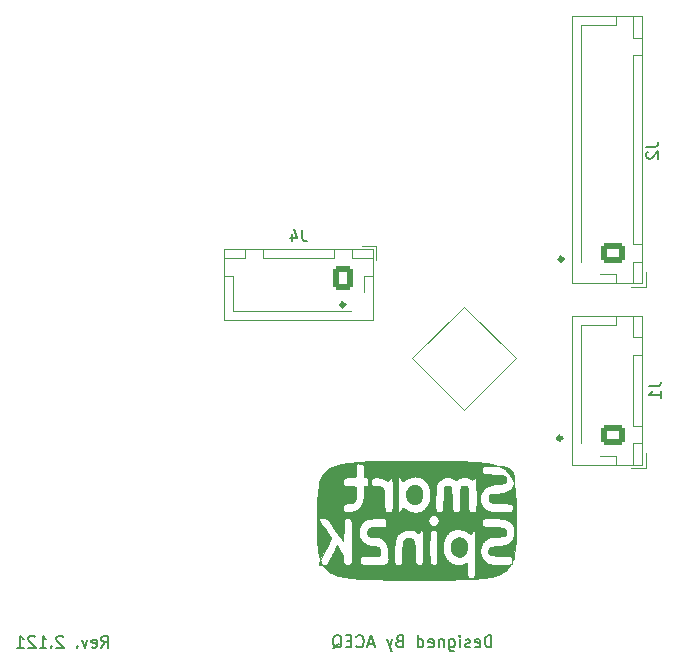
<source format=gbr>
%TF.GenerationSoftware,KiCad,Pcbnew,(6.0.7)*%
%TF.CreationDate,2022-10-14T07:02:42-05:00*%
%TF.ProjectId,SmartSpin2k,536d6172-7453-4706-996e-326b2e6b6963,prototype*%
%TF.SameCoordinates,Original*%
%TF.FileFunction,Legend,Bot*%
%TF.FilePolarity,Positive*%
%FSLAX46Y46*%
G04 Gerber Fmt 4.6, Leading zero omitted, Abs format (unit mm)*
G04 Created by KiCad (PCBNEW (6.0.7)) date 2022-10-14 07:02:42*
%MOMM*%
%LPD*%
G01*
G04 APERTURE LIST*
G04 Aperture macros list*
%AMRoundRect*
0 Rectangle with rounded corners*
0 $1 Rounding radius*
0 $2 $3 $4 $5 $6 $7 $8 $9 X,Y pos of 4 corners*
0 Add a 4 corners polygon primitive as box body*
4,1,4,$2,$3,$4,$5,$6,$7,$8,$9,$2,$3,0*
0 Add four circle primitives for the rounded corners*
1,1,$1+$1,$2,$3*
1,1,$1+$1,$4,$5*
1,1,$1+$1,$6,$7*
1,1,$1+$1,$8,$9*
0 Add four rect primitives between the rounded corners*
20,1,$1+$1,$2,$3,$4,$5,0*
20,1,$1+$1,$4,$5,$6,$7,0*
20,1,$1+$1,$6,$7,$8,$9,0*
20,1,$1+$1,$8,$9,$2,$3,0*%
G04 Aperture macros list end*
%ADD10C,0.100000*%
%ADD11C,0.346007*%
%ADD12C,0.120000*%
%ADD13C,0.150000*%
%ADD14O,1.250000X0.950000*%
%ADD15O,1.000000X1.550000*%
%ADD16C,1.200000*%
%ADD17RoundRect,0.250000X0.725000X-0.600000X0.725000X0.600000X-0.725000X0.600000X-0.725000X-0.600000X0*%
%ADD18O,1.950000X1.700000*%
%ADD19RoundRect,0.250000X0.600000X0.725000X-0.600000X0.725000X-0.600000X-0.725000X0.600000X-0.725000X0*%
%ADD20O,1.700000X1.950000*%
G04 APERTURE END LIST*
D10*
G36*
X34917903Y14247947D02*
G01*
X34956893Y14245152D01*
X34995653Y14240136D01*
X35034067Y14232891D01*
X35072018Y14223408D01*
X35109391Y14211679D01*
X35146070Y14197697D01*
X35181940Y14181453D01*
X35216885Y14162940D01*
X35250788Y14142149D01*
X35283535Y14119072D01*
X35315010Y14093701D01*
X35345096Y14066028D01*
X35373678Y14036045D01*
X35400641Y14003744D01*
X35422389Y13974148D01*
X35442591Y13943145D01*
X35461252Y13910834D01*
X35478375Y13877313D01*
X35493965Y13842680D01*
X35508026Y13807032D01*
X35531579Y13733083D01*
X35549065Y13656250D01*
X35560520Y13577317D01*
X35565978Y13497067D01*
X35565471Y13416281D01*
X35559033Y13335745D01*
X35546698Y13256240D01*
X35528501Y13178550D01*
X35504474Y13103458D01*
X35474651Y13031747D01*
X35457576Y12997404D01*
X35439066Y12964200D01*
X35419123Y12932232D01*
X35397753Y12901600D01*
X35374958Y12872400D01*
X35350745Y12844730D01*
X35292439Y12787415D01*
X35232689Y12739207D01*
X35171806Y12699783D01*
X35110098Y12668821D01*
X35047878Y12645998D01*
X34985455Y12630992D01*
X34923140Y12623480D01*
X34861244Y12623139D01*
X34800076Y12629647D01*
X34739948Y12642681D01*
X34681170Y12661919D01*
X34624052Y12687038D01*
X34568906Y12717716D01*
X34516040Y12753629D01*
X34465767Y12794455D01*
X34418396Y12839872D01*
X34374237Y12889557D01*
X34333602Y12943187D01*
X34296801Y13000440D01*
X34264145Y13060993D01*
X34235943Y13124524D01*
X34212506Y13190710D01*
X34194145Y13259227D01*
X34181171Y13329755D01*
X34173893Y13401970D01*
X34172623Y13475549D01*
X34177670Y13550170D01*
X34189346Y13625510D01*
X34207960Y13701247D01*
X34233824Y13777058D01*
X34267247Y13852621D01*
X34308540Y13927612D01*
X34331895Y13963421D01*
X34357101Y13997153D01*
X34384045Y14028802D01*
X34412609Y14058358D01*
X34442679Y14085814D01*
X34474138Y14111162D01*
X34506871Y14134393D01*
X34540762Y14155500D01*
X34575696Y14174474D01*
X34611556Y14191308D01*
X34648226Y14205993D01*
X34685592Y14218521D01*
X34723537Y14228885D01*
X34761946Y14237075D01*
X34800703Y14243085D01*
X34839692Y14246905D01*
X34878797Y14248529D01*
X34917903Y14247947D01*
G37*
X34917903Y14247947D02*
X34956893Y14245152D01*
X34995653Y14240136D01*
X35034067Y14232891D01*
X35072018Y14223408D01*
X35109391Y14211679D01*
X35146070Y14197697D01*
X35181940Y14181453D01*
X35216885Y14162940D01*
X35250788Y14142149D01*
X35283535Y14119072D01*
X35315010Y14093701D01*
X35345096Y14066028D01*
X35373678Y14036045D01*
X35400641Y14003744D01*
X35422389Y13974148D01*
X35442591Y13943145D01*
X35461252Y13910834D01*
X35478375Y13877313D01*
X35493965Y13842680D01*
X35508026Y13807032D01*
X35531579Y13733083D01*
X35549065Y13656250D01*
X35560520Y13577317D01*
X35565978Y13497067D01*
X35565471Y13416281D01*
X35559033Y13335745D01*
X35546698Y13256240D01*
X35528501Y13178550D01*
X35504474Y13103458D01*
X35474651Y13031747D01*
X35457576Y12997404D01*
X35439066Y12964200D01*
X35419123Y12932232D01*
X35397753Y12901600D01*
X35374958Y12872400D01*
X35350745Y12844730D01*
X35292439Y12787415D01*
X35232689Y12739207D01*
X35171806Y12699783D01*
X35110098Y12668821D01*
X35047878Y12645998D01*
X34985455Y12630992D01*
X34923140Y12623480D01*
X34861244Y12623139D01*
X34800076Y12629647D01*
X34739948Y12642681D01*
X34681170Y12661919D01*
X34624052Y12687038D01*
X34568906Y12717716D01*
X34516040Y12753629D01*
X34465767Y12794455D01*
X34418396Y12839872D01*
X34374237Y12889557D01*
X34333602Y12943187D01*
X34296801Y13000440D01*
X34264145Y13060993D01*
X34235943Y13124524D01*
X34212506Y13190710D01*
X34194145Y13259227D01*
X34181171Y13329755D01*
X34173893Y13401970D01*
X34172623Y13475549D01*
X34177670Y13550170D01*
X34189346Y13625510D01*
X34207960Y13701247D01*
X34233824Y13777058D01*
X34267247Y13852621D01*
X34308540Y13927612D01*
X34331895Y13963421D01*
X34357101Y13997153D01*
X34384045Y14028802D01*
X34412609Y14058358D01*
X34442679Y14085814D01*
X34474138Y14111162D01*
X34506871Y14134393D01*
X34540762Y14155500D01*
X34575696Y14174474D01*
X34611556Y14191308D01*
X34648226Y14205993D01*
X34685592Y14218521D01*
X34723537Y14228885D01*
X34761946Y14237075D01*
X34800703Y14243085D01*
X34839692Y14246905D01*
X34878797Y14248529D01*
X34917903Y14247947D01*
G36*
X26659988Y12907881D02*
G01*
X26699000Y13578346D01*
X26774973Y14153206D01*
X26830669Y14407082D01*
X26900225Y14639814D01*
X26985181Y14852322D01*
X27087076Y15045525D01*
X27207451Y15220343D01*
X27347846Y15377694D01*
X27509801Y15518498D01*
X27694856Y15643674D01*
X27904550Y15754141D01*
X28140424Y15850819D01*
X28404018Y15934627D01*
X28696871Y16006485D01*
X29376517Y16118025D01*
X30191681Y16192793D01*
X31154684Y16238145D01*
X32277845Y16261433D01*
X35053920Y16271239D01*
X37829996Y16261433D01*
X38953157Y16238145D01*
X39916159Y16192793D01*
X40341451Y16159546D01*
X40731323Y16118025D01*
X41087316Y16067311D01*
X41410969Y16006485D01*
X41703823Y15934627D01*
X41861856Y15884382D01*
X41997454Y15877611D01*
X42189531Y15860076D01*
X42364099Y15835100D01*
X42521820Y15802276D01*
X42663361Y15761200D01*
X42728270Y15737440D01*
X42789383Y15711465D01*
X42846783Y15683224D01*
X42900553Y15652667D01*
X42950775Y15619742D01*
X42997533Y15584400D01*
X43040910Y15546589D01*
X43080989Y15506258D01*
X43117852Y15463358D01*
X43151584Y15417837D01*
X43182266Y15369645D01*
X43209982Y15318730D01*
X43234815Y15265043D01*
X43256847Y15208533D01*
X43292845Y15086840D01*
X43318638Y14953245D01*
X43334891Y14807343D01*
X43339040Y14730445D01*
X43339523Y14655621D01*
X43336373Y14582901D01*
X43329624Y14512312D01*
X43319310Y14443883D01*
X43305463Y14377642D01*
X43293399Y14333113D01*
X43332868Y14153206D01*
X43376244Y13877267D01*
X43408840Y13578346D01*
X43447853Y12907881D01*
X43462226Y12134456D01*
X43464280Y11250716D01*
X43464283Y11250718D01*
X43447857Y9593553D01*
X43408844Y8923087D01*
X43332872Y8348228D01*
X43277175Y8094352D01*
X43207620Y7861619D01*
X43172538Y7773866D01*
X43171459Y7734615D01*
X43169743Y7708847D01*
X43167182Y7684920D01*
X43163608Y7662764D01*
X43158852Y7642311D01*
X43152746Y7623494D01*
X43145120Y7606243D01*
X43135806Y7590492D01*
X43124634Y7576172D01*
X43111436Y7563214D01*
X43096044Y7551552D01*
X43078287Y7541115D01*
X43061708Y7533534D01*
X43020768Y7455908D01*
X42900393Y7281090D01*
X42759998Y7123739D01*
X42598043Y6982935D01*
X42412988Y6857759D01*
X42203294Y6747292D01*
X41967420Y6650614D01*
X41703826Y6566806D01*
X41410973Y6494948D01*
X40731327Y6383408D01*
X39916163Y6308640D01*
X38953160Y6263288D01*
X37830000Y6240000D01*
X35053924Y6230194D01*
X32720827Y6235623D01*
X31736599Y6248518D01*
X30864822Y6273629D01*
X30098675Y6315029D01*
X29753081Y6343110D01*
X29431337Y6376789D01*
X29132589Y6416577D01*
X28855985Y6462982D01*
X28600673Y6516513D01*
X28365799Y6577679D01*
X28062641Y6679856D01*
X27797326Y6800323D01*
X27678071Y6867887D01*
X27567330Y6940587D01*
X27464788Y7018613D01*
X27370130Y7102154D01*
X27283041Y7191396D01*
X27203204Y7286528D01*
X27130306Y7387740D01*
X27069793Y7485870D01*
X27022968Y7485908D01*
X26962622Y7486873D01*
X26911260Y7489640D01*
X26888904Y7491980D01*
X26868743Y7495107D01*
X26850759Y7499132D01*
X26834935Y7504168D01*
X26821253Y7510327D01*
X26809697Y7517720D01*
X26800249Y7526459D01*
X26792892Y7536656D01*
X26787608Y7548424D01*
X26784381Y7561874D01*
X26783194Y7577119D01*
X26784028Y7594269D01*
X26786867Y7613437D01*
X26791694Y7634736D01*
X26798491Y7658276D01*
X26807241Y7684170D01*
X26817927Y7712530D01*
X26830532Y7743468D01*
X26861428Y7813524D01*
X26895554Y7886206D01*
X26858841Y7991563D01*
X26787782Y8282232D01*
X26734382Y8603238D01*
X26696120Y8956089D01*
X26670471Y9342290D01*
X26654914Y9763348D01*
X26646925Y10220767D01*
X26643561Y11250716D01*
X26644732Y11368898D01*
X26798087Y11368898D01*
X26800051Y11351527D01*
X26805168Y11331520D01*
X26813474Y11308697D01*
X26839788Y11253875D01*
X26879268Y11185607D01*
X26932189Y11102443D01*
X27079454Y10885615D01*
X27283784Y10591773D01*
X27388894Y10438927D01*
X27486968Y10293302D01*
X27575855Y10158302D01*
X27653408Y10037331D01*
X27717478Y9933794D01*
X27765917Y9851094D01*
X27783603Y9818622D01*
X27796576Y9792636D01*
X27804566Y9773561D01*
X27806609Y9766749D01*
X27807306Y9761823D01*
X27803278Y9740918D01*
X27791693Y9705563D01*
X27749467Y9599205D01*
X27687864Y9458157D01*
X27614119Y9297827D01*
X27535467Y9133622D01*
X27459144Y8980950D01*
X27392385Y8855218D01*
X27364852Y8807270D01*
X27342424Y8771835D01*
X27327634Y8746740D01*
X27301960Y8699186D01*
X27223604Y8547774D01*
X27118646Y8339733D01*
X26998376Y8097201D01*
X26899793Y7895235D01*
X26895554Y7886206D01*
X26950082Y7729727D01*
X27064029Y7495218D01*
X27069793Y7485870D01*
X27092435Y7485852D01*
X27223127Y7486607D01*
X27276576Y7488058D01*
X27323157Y7490806D01*
X27344121Y7492804D01*
X27363666Y7495289D01*
X27381893Y7498317D01*
X27398902Y7501943D01*
X27414790Y7506220D01*
X27429660Y7511204D01*
X27443609Y7516949D01*
X27456737Y7523509D01*
X27469145Y7530940D01*
X27480931Y7539295D01*
X27492196Y7548630D01*
X27503039Y7558999D01*
X27513559Y7570457D01*
X27523857Y7583057D01*
X27534032Y7596856D01*
X27544183Y7611907D01*
X27564813Y7645983D01*
X27586544Y7685724D01*
X27636499Y7783945D01*
X27874621Y8259386D01*
X27970274Y8449859D01*
X28051912Y8611619D01*
X28120725Y8746756D01*
X28177907Y8857360D01*
X28202508Y8904115D01*
X28224649Y8945520D01*
X28244477Y8981837D01*
X28262142Y9013326D01*
X28277793Y9040249D01*
X28291579Y9062868D01*
X28303648Y9081442D01*
X28314151Y9096235D01*
X28323235Y9107506D01*
X28327292Y9111902D01*
X28331050Y9115516D01*
X28334528Y9118381D01*
X28337745Y9120528D01*
X28340719Y9121991D01*
X28343469Y9122803D01*
X28346013Y9122995D01*
X28348370Y9122601D01*
X28350559Y9121653D01*
X28352598Y9120183D01*
X28354506Y9118226D01*
X28356302Y9115812D01*
X28359630Y9109748D01*
X28362732Y9102252D01*
X28365757Y9093586D01*
X28372170Y9073786D01*
X28375808Y9064622D01*
X28381530Y9052641D01*
X28398729Y9021000D01*
X28422786Y8980409D01*
X28452718Y8932411D01*
X28487544Y8878552D01*
X28526282Y8820375D01*
X28567950Y8759425D01*
X28611565Y8697247D01*
X28675064Y8605125D01*
X28701805Y8563474D01*
X28725509Y8523846D01*
X28746401Y8485554D01*
X28764708Y8447911D01*
X28780655Y8410229D01*
X28794469Y8371823D01*
X28806374Y8332004D01*
X28816598Y8290085D01*
X28825366Y8245379D01*
X28832904Y8197199D01*
X28839437Y8144858D01*
X28845192Y8087669D01*
X28855272Y7955999D01*
X28865588Y7810960D01*
X28871161Y7752208D01*
X28877779Y7701739D01*
X28881660Y7679401D01*
X28886017Y7658882D01*
X28890924Y7640099D01*
X28896451Y7622967D01*
X28902671Y7607403D01*
X28909655Y7593323D01*
X28917476Y7580643D01*
X28926206Y7569279D01*
X28935916Y7559147D01*
X28946678Y7550164D01*
X28958565Y7542245D01*
X28971649Y7535307D01*
X28986000Y7529266D01*
X29001691Y7524037D01*
X29018795Y7519538D01*
X29037383Y7515684D01*
X29079298Y7509577D01*
X29128013Y7505044D01*
X29248142Y7498019D01*
X29368214Y7495725D01*
X29416794Y7502428D01*
X29458446Y7518200D01*
X29493704Y7545918D01*
X29523101Y7588460D01*
X29547168Y7648703D01*
X29566440Y7729524D01*
X29581450Y7833800D01*
X29592729Y7964408D01*
X29606228Y8316130D01*
X29611201Y8807706D01*
X29611912Y9462155D01*
X29611201Y10116604D01*
X29610386Y10244426D01*
X30153755Y10244426D01*
X30155061Y10171479D01*
X30161029Y10099752D01*
X30171577Y10029369D01*
X30186625Y9960454D01*
X30206091Y9893129D01*
X30229896Y9827519D01*
X30257958Y9763746D01*
X30290197Y9701934D01*
X30326533Y9642207D01*
X30366883Y9584687D01*
X30411168Y9529499D01*
X30459307Y9476765D01*
X30511219Y9426609D01*
X30566824Y9379155D01*
X30626041Y9334525D01*
X30688789Y9292844D01*
X30754987Y9254234D01*
X30824554Y9218819D01*
X30897411Y9186723D01*
X30973476Y9158068D01*
X31052669Y9132979D01*
X31134908Y9111578D01*
X31220114Y9093989D01*
X31308205Y9080335D01*
X31399101Y9070740D01*
X31464510Y9065143D01*
X31523625Y9059462D01*
X31576853Y9053556D01*
X31624603Y9047287D01*
X31646551Y9043972D01*
X31667283Y9040513D01*
X31686851Y9036894D01*
X31705304Y9033096D01*
X31722694Y9029102D01*
X31739073Y9024895D01*
X31754490Y9020457D01*
X31768998Y9015770D01*
X31782648Y9010818D01*
X31795490Y9005582D01*
X31807575Y9000045D01*
X31818956Y8994190D01*
X31829682Y8987999D01*
X31839805Y8981454D01*
X31849376Y8974539D01*
X31858446Y8967236D01*
X31867066Y8959526D01*
X31875287Y8951393D01*
X31883161Y8942820D01*
X31890738Y8933788D01*
X31898070Y8924280D01*
X31905207Y8914279D01*
X31912201Y8903767D01*
X31919103Y8892727D01*
X31928285Y8876238D01*
X31936781Y8858213D01*
X31944597Y8838785D01*
X31951735Y8818088D01*
X31964003Y8773415D01*
X31973622Y8725256D01*
X31980631Y8674672D01*
X31985067Y8622725D01*
X31986971Y8570478D01*
X31986378Y8518992D01*
X31983329Y8469328D01*
X31977861Y8422550D01*
X31970012Y8379719D01*
X31959820Y8341897D01*
X31953858Y8325196D01*
X31947324Y8310146D01*
X31940224Y8296878D01*
X31932562Y8285527D01*
X31924343Y8276224D01*
X31915573Y8269103D01*
X31906254Y8264295D01*
X31896393Y8261935D01*
X31806143Y8258271D01*
X31614198Y8254091D01*
X31037895Y8246247D01*
X30778538Y8242922D01*
X30673605Y8240128D01*
X30583636Y8235828D01*
X30543903Y8232938D01*
X30507479Y8229460D01*
X30474220Y8225325D01*
X30443982Y8220461D01*
X30416622Y8214798D01*
X30391996Y8208267D01*
X30369959Y8200796D01*
X30350368Y8192315D01*
X30333079Y8182754D01*
X30317949Y8172043D01*
X30304832Y8160111D01*
X30293586Y8146887D01*
X30284066Y8132302D01*
X30276129Y8116285D01*
X30269631Y8098765D01*
X30264427Y8079672D01*
X30260375Y8058936D01*
X30257330Y8036487D01*
X30255148Y8012253D01*
X30253685Y7986166D01*
X30252342Y7928145D01*
X30252150Y7861863D01*
X30252154Y7861861D01*
X30254553Y7737574D01*
X30260251Y7687289D01*
X30271346Y7644174D01*
X30279480Y7625134D01*
X30289638Y7607679D01*
X30302045Y7591740D01*
X30316925Y7577250D01*
X30334505Y7564139D01*
X30355008Y7552338D01*
X30405686Y7532389D01*
X30470757Y7516853D01*
X30552020Y7505178D01*
X30651276Y7496813D01*
X30770323Y7491205D01*
X31074987Y7486057D01*
X31480406Y7485322D01*
X31885785Y7486823D01*
X32049717Y7490389D01*
X32190169Y7497334D01*
X32252142Y7502425D01*
X32308910Y7508783D01*
X32360691Y7516548D01*
X32407709Y7525862D01*
X32450184Y7536865D01*
X32488336Y7549698D01*
X32522388Y7564502D01*
X32552560Y7581418D01*
X32579073Y7600585D01*
X32602150Y7622146D01*
X32622009Y7646240D01*
X32638874Y7673009D01*
X32652965Y7702593D01*
X32664502Y7735134D01*
X32673709Y7770771D01*
X32680804Y7809645D01*
X32686010Y7851899D01*
X32689548Y7897671D01*
X32692503Y8000336D01*
X32692367Y8015488D01*
X33166583Y8015488D01*
X33167650Y7902313D01*
X33169051Y7852331D01*
X33171112Y7806512D01*
X33173894Y7764675D01*
X33177460Y7726638D01*
X33181869Y7692221D01*
X33187184Y7661242D01*
X33193466Y7633521D01*
X33200775Y7608877D01*
X33209174Y7587129D01*
X33218723Y7568096D01*
X33229484Y7551596D01*
X33241518Y7537449D01*
X33254886Y7525474D01*
X33269650Y7515490D01*
X33285870Y7507315D01*
X33303609Y7500770D01*
X33322927Y7495672D01*
X33343886Y7491841D01*
X33366547Y7489096D01*
X33390972Y7487256D01*
X33445355Y7485567D01*
X33507527Y7485326D01*
X33624119Y7487072D01*
X33671294Y7491220D01*
X33711745Y7499299D01*
X33729612Y7505221D01*
X33745993Y7512617D01*
X33760952Y7521650D01*
X33774554Y7532485D01*
X33786865Y7545284D01*
X33797949Y7560213D01*
X33807870Y7577433D01*
X33816695Y7597110D01*
X33831311Y7644488D01*
X33842315Y7703655D01*
X33850227Y7775922D01*
X33855564Y7862599D01*
X33858846Y7964996D01*
X33860591Y8084422D01*
X33861543Y8379604D01*
X33862609Y8593363D01*
X33865766Y8783964D01*
X33871554Y8952698D01*
X33875604Y9029270D01*
X33880514Y9100859D01*
X33886351Y9167629D01*
X33893185Y9229739D01*
X33901081Y9287353D01*
X33910107Y9340631D01*
X33920332Y9389735D01*
X33931823Y9434827D01*
X33944646Y9476068D01*
X33958870Y9513620D01*
X33974562Y9547644D01*
X33991790Y9578302D01*
X34010621Y9605756D01*
X34031123Y9630167D01*
X34053363Y9651696D01*
X34077409Y9670505D01*
X34103328Y9686757D01*
X34131188Y9700611D01*
X34161056Y9712231D01*
X34193001Y9721777D01*
X34227088Y9729411D01*
X34263387Y9735295D01*
X34301964Y9739590D01*
X34342888Y9742458D01*
X34386225Y9744060D01*
X34432043Y9744559D01*
X34505556Y9742645D01*
X34571184Y9736122D01*
X34629390Y9723810D01*
X34680638Y9704536D01*
X34703797Y9691919D01*
X34725390Y9677121D01*
X34745475Y9659993D01*
X34764110Y9640389D01*
X34781353Y9618161D01*
X34797261Y9593163D01*
X34825308Y9534268D01*
X34848712Y9462526D01*
X34867938Y9376761D01*
X34883449Y9275797D01*
X34895708Y9158457D01*
X34905179Y9023563D01*
X34912325Y8869941D01*
X34921495Y8501805D01*
X34927435Y8176608D01*
X34931126Y8044966D01*
X34935983Y7932000D01*
X34939009Y7882061D01*
X34942520Y7836240D01*
X34946578Y7794353D01*
X34951249Y7756216D01*
X34956597Y7721644D01*
X34962685Y7690456D01*
X34969579Y7662465D01*
X34977342Y7637490D01*
X34986039Y7615345D01*
X34995733Y7595848D01*
X35006489Y7578814D01*
X35018372Y7564059D01*
X35031445Y7551399D01*
X35045772Y7540652D01*
X35061418Y7531632D01*
X35078448Y7524157D01*
X35096924Y7518042D01*
X35116912Y7513103D01*
X35138476Y7509157D01*
X35161679Y7506020D01*
X35213263Y7501437D01*
X35272176Y7497884D01*
X35382643Y7494557D01*
X35427337Y7498899D01*
X35465657Y7510095D01*
X35498095Y7530280D01*
X35512261Y7544412D01*
X35525140Y7561594D01*
X35547282Y7606172D01*
X35565012Y7666153D01*
X35578821Y7743674D01*
X35589198Y7840873D01*
X35596633Y7959885D01*
X35601617Y8102850D01*
X35606193Y8469184D01*
X35606846Y8956973D01*
X35606841Y8960102D01*
X36159771Y8960102D01*
X36160425Y8483631D01*
X36161977Y8290785D01*
X36165001Y8125343D01*
X36167217Y8052229D01*
X36169985Y7985163D01*
X36173365Y7923876D01*
X36177420Y7868102D01*
X36182210Y7817573D01*
X36187797Y7772020D01*
X36194241Y7731177D01*
X36201605Y7694775D01*
X36209949Y7662546D01*
X36219335Y7634223D01*
X36229825Y7609539D01*
X36241478Y7588224D01*
X36247760Y7578747D01*
X36254357Y7570012D01*
X36261275Y7561986D01*
X36268523Y7554636D01*
X36276107Y7547927D01*
X36284037Y7541826D01*
X36300960Y7531315D01*
X36319354Y7522837D01*
X36339281Y7516122D01*
X36360800Y7510903D01*
X36383974Y7506913D01*
X36408864Y7503884D01*
X36435531Y7501547D01*
X36494441Y7497882D01*
X36604908Y7494562D01*
X36649602Y7498918D01*
X36687922Y7510142D01*
X36720359Y7530374D01*
X36734525Y7544538D01*
X36747404Y7561757D01*
X36769547Y7606433D01*
X36787277Y7666543D01*
X36801085Y7744230D01*
X36811462Y7841635D01*
X36818897Y7960901D01*
X36823881Y8104169D01*
X36828457Y8471279D01*
X36829111Y8960102D01*
X36829057Y8999968D01*
X37279334Y8999968D01*
X37280956Y8900570D01*
X37287478Y8803344D01*
X37298746Y8708421D01*
X37314608Y8615930D01*
X37334909Y8526000D01*
X37359499Y8438760D01*
X37388223Y8354341D01*
X37420928Y8272872D01*
X37457463Y8194482D01*
X37497673Y8119302D01*
X37541407Y8047460D01*
X37588511Y7979086D01*
X37638832Y7914310D01*
X37692218Y7853261D01*
X37748515Y7796068D01*
X37807571Y7742862D01*
X37869232Y7693773D01*
X37933347Y7648928D01*
X37999761Y7608459D01*
X38068323Y7572494D01*
X38138879Y7541163D01*
X38211276Y7514596D01*
X38285361Y7492922D01*
X38360983Y7476270D01*
X38437987Y7464771D01*
X38516220Y7458554D01*
X38595531Y7457749D01*
X38675766Y7462484D01*
X38756772Y7472890D01*
X38838396Y7489096D01*
X38920485Y7511232D01*
X39002887Y7539427D01*
X39036431Y7551907D01*
X39069096Y7563606D01*
X39100713Y7574483D01*
X39131108Y7584494D01*
X39160111Y7593598D01*
X39187548Y7601752D01*
X39213249Y7608915D01*
X39237041Y7615043D01*
X39258753Y7620095D01*
X39278212Y7624028D01*
X39295248Y7626801D01*
X39309687Y7628371D01*
X39321358Y7628696D01*
X39326102Y7628378D01*
X39330089Y7627733D01*
X39333299Y7626756D01*
X39335709Y7625441D01*
X39337299Y7623783D01*
X39338046Y7621777D01*
X39341111Y7558303D01*
X39344874Y7416760D01*
X39352596Y6983273D01*
X39352600Y6983273D01*
X39356012Y6786448D01*
X39358680Y6706742D01*
X39362660Y6638308D01*
X39365299Y6608035D01*
X39368454Y6580243D01*
X39372189Y6554817D01*
X39376565Y6531646D01*
X39381646Y6510617D01*
X39387495Y6491617D01*
X39394174Y6474535D01*
X39401746Y6459256D01*
X39410274Y6445668D01*
X39419821Y6433660D01*
X39430449Y6423118D01*
X39442222Y6413930D01*
X39455203Y6405982D01*
X39469453Y6399163D01*
X39485036Y6393360D01*
X39502015Y6388461D01*
X39520452Y6384351D01*
X39540411Y6380920D01*
X39585143Y6375641D01*
X39636714Y6371723D01*
X39695627Y6368265D01*
X39806092Y6366043D01*
X39850785Y6373005D01*
X39889105Y6389302D01*
X39921542Y6417899D01*
X39948587Y6461761D01*
X39970729Y6523852D01*
X39988459Y6607137D01*
X40002267Y6714581D01*
X40012644Y6849148D01*
X40025063Y7211511D01*
X40029638Y7717944D01*
X40030292Y8392164D01*
X40029993Y8693750D01*
X40461394Y8693750D01*
X40462579Y8620606D01*
X40468162Y8547695D01*
X40478130Y8475238D01*
X40492474Y8403453D01*
X40511185Y8332561D01*
X40534251Y8262780D01*
X40561663Y8194331D01*
X40593410Y8127432D01*
X40629482Y8062304D01*
X40669869Y7999165D01*
X40714562Y7938235D01*
X40763549Y7879734D01*
X40816820Y7823882D01*
X40874366Y7770897D01*
X40936176Y7720999D01*
X41002240Y7674408D01*
X41072548Y7631344D01*
X41072548Y7631342D01*
X41156333Y7586285D01*
X41196336Y7567706D01*
X41236863Y7551539D01*
X41279252Y7537619D01*
X41324842Y7525779D01*
X41374970Y7515854D01*
X41430976Y7507677D01*
X41494196Y7501083D01*
X41565969Y7495907D01*
X41740528Y7489142D01*
X41965358Y7486056D01*
X42251163Y7485322D01*
X42555527Y7486049D01*
X42678668Y7487775D01*
X42784250Y7491136D01*
X42830879Y7493600D01*
X42873624Y7496678D01*
X42912654Y7500437D01*
X42948139Y7504945D01*
X42980247Y7510271D01*
X43009147Y7516483D01*
X43035007Y7523649D01*
X43057998Y7531837D01*
X43061708Y7533534D01*
X43122664Y7649111D01*
X43172538Y7773866D01*
X43173035Y7791941D01*
X43173260Y7857444D01*
X43171488Y7980313D01*
X43167279Y8030101D01*
X43159082Y8072891D01*
X43153072Y8091841D01*
X43145568Y8109258D01*
X43136402Y8125212D01*
X43125408Y8139776D01*
X43112420Y8153021D01*
X43097272Y8165020D01*
X43079799Y8175843D01*
X43059832Y8185564D01*
X43037208Y8194253D01*
X43011759Y8201983D01*
X42951722Y8214851D01*
X42878392Y8224743D01*
X42790441Y8232234D01*
X42686540Y8237897D01*
X42565358Y8242309D01*
X42265838Y8249673D01*
X42085499Y8254590D01*
X41923966Y8261170D01*
X41780399Y8269785D01*
X41715090Y8274972D01*
X41653956Y8280807D01*
X41596892Y8287338D01*
X41543793Y8294610D01*
X41494555Y8302670D01*
X41449071Y8311565D01*
X41407236Y8321342D01*
X41368945Y8332046D01*
X41334094Y8343725D01*
X41302576Y8356424D01*
X41274286Y8370192D01*
X41249119Y8385073D01*
X41226971Y8401116D01*
X41207735Y8418365D01*
X41191307Y8436869D01*
X41177581Y8456673D01*
X41166451Y8477824D01*
X41157814Y8500369D01*
X41151563Y8524354D01*
X41147593Y8549825D01*
X41145800Y8576831D01*
X41146077Y8605416D01*
X41148319Y8635627D01*
X41152422Y8667512D01*
X41158280Y8701116D01*
X41165788Y8736487D01*
X41177078Y8782494D01*
X41189256Y8823361D01*
X41203212Y8859455D01*
X41219834Y8891145D01*
X41240010Y8918800D01*
X41251709Y8931229D01*
X41264629Y8942788D01*
X41278882Y8953523D01*
X41294580Y8963479D01*
X41330751Y8981240D01*
X41374030Y8996441D01*
X41425306Y9009449D01*
X41485468Y9020635D01*
X41555404Y9030365D01*
X41636003Y9039010D01*
X41728153Y9046937D01*
X41950660Y9062113D01*
X42120043Y9076124D01*
X42277183Y9096555D01*
X42351240Y9109240D01*
X42422330Y9123605D01*
X42490485Y9139676D01*
X42555736Y9157476D01*
X42618114Y9177032D01*
X42677651Y9198369D01*
X42734377Y9221512D01*
X42788326Y9246485D01*
X42839527Y9273314D01*
X42888012Y9302025D01*
X42933812Y9332641D01*
X42976960Y9365189D01*
X43017485Y9399694D01*
X43055420Y9436180D01*
X43090796Y9474673D01*
X43123645Y9515198D01*
X43153997Y9557779D01*
X43181884Y9602443D01*
X43207337Y9649214D01*
X43230388Y9698118D01*
X43251068Y9749179D01*
X43269408Y9802423D01*
X43285440Y9857874D01*
X43299196Y9915559D01*
X43310706Y9975501D01*
X43320001Y10037727D01*
X43327114Y10102261D01*
X43332076Y10169129D01*
X43335380Y10333835D01*
X43325421Y10485802D01*
X43315340Y10557099D01*
X43301790Y10625321D01*
X43284722Y10690504D01*
X43264084Y10752684D01*
X43239826Y10811898D01*
X43211897Y10868182D01*
X43180246Y10921573D01*
X43144823Y10972107D01*
X43105576Y11019821D01*
X43062456Y11064751D01*
X43015411Y11106933D01*
X42964392Y11146404D01*
X42909346Y11183201D01*
X42850224Y11217359D01*
X42786974Y11248916D01*
X42719547Y11277908D01*
X42647891Y11304371D01*
X42571956Y11328341D01*
X42407046Y11368951D01*
X42224410Y11400029D01*
X42023643Y11421866D01*
X41804340Y11434755D01*
X41566095Y11438986D01*
X41251275Y11438264D01*
X41123903Y11436548D01*
X41014694Y11433207D01*
X40966464Y11430758D01*
X40922251Y11427700D01*
X40881880Y11423964D01*
X40845176Y11419483D01*
X40811965Y11414190D01*
X40782073Y11408016D01*
X40755323Y11400894D01*
X40731543Y11392757D01*
X40710557Y11383536D01*
X40692191Y11373164D01*
X40676269Y11361572D01*
X40662618Y11348695D01*
X40651063Y11334462D01*
X40641428Y11318808D01*
X40633540Y11301664D01*
X40627224Y11282963D01*
X40622305Y11262636D01*
X40618608Y11240616D01*
X40615960Y11216835D01*
X40614184Y11191226D01*
X40612554Y11134253D01*
X40612321Y11069153D01*
X40614071Y10947035D01*
X40618228Y10897541D01*
X40626322Y10854992D01*
X40632256Y10836142D01*
X40639666Y10818813D01*
X40648718Y10802933D01*
X40659574Y10788429D01*
X40672399Y10775231D01*
X40687356Y10763266D01*
X40704611Y10752462D01*
X40724327Y10742749D01*
X40746668Y10734053D01*
X40771798Y10726303D01*
X40831082Y10713354D01*
X40903492Y10703328D01*
X40990341Y10695650D01*
X41092940Y10689745D01*
X41212602Y10685039D01*
X41508367Y10676924D01*
X41680463Y10671919D01*
X41834901Y10665751D01*
X41972584Y10658109D01*
X42035426Y10653637D01*
X42094419Y10648680D01*
X42149675Y10643197D01*
X42201308Y10637150D01*
X42249431Y10630500D01*
X42294157Y10623208D01*
X42335600Y10615234D01*
X42373871Y10606539D01*
X42409084Y10597085D01*
X42441353Y10586831D01*
X42470790Y10575740D01*
X42497509Y10563772D01*
X42521621Y10550888D01*
X42543242Y10537048D01*
X42562483Y10522214D01*
X42579458Y10506347D01*
X42594279Y10489407D01*
X42607060Y10471355D01*
X42617915Y10452153D01*
X42626955Y10431760D01*
X42634294Y10410139D01*
X42640045Y10387249D01*
X42644321Y10363052D01*
X42647236Y10337509D01*
X42648902Y10310580D01*
X42649432Y10282227D01*
X42647860Y10223247D01*
X42642728Y10170154D01*
X42633405Y10122620D01*
X42626977Y10100834D01*
X42619266Y10080315D01*
X42610193Y10061020D01*
X42599681Y10042910D01*
X42587650Y10025942D01*
X42574022Y10010076D01*
X42558719Y9995270D01*
X42541662Y9981484D01*
X42522772Y9968675D01*
X42501972Y9956804D01*
X42479182Y9945829D01*
X42454324Y9935708D01*
X42398090Y9917866D01*
X42332643Y9902950D01*
X42257354Y9890629D01*
X42171594Y9880575D01*
X42074737Y9872458D01*
X41966154Y9865950D01*
X41845216Y9860721D01*
X41653528Y9852675D01*
X41572356Y9848222D01*
X41499786Y9843222D01*
X41434935Y9837481D01*
X41376917Y9830803D01*
X41324849Y9822995D01*
X41277847Y9813861D01*
X41255970Y9808736D01*
X41235027Y9803207D01*
X41214908Y9797248D01*
X41195504Y9790837D01*
X41176702Y9783948D01*
X41158394Y9776557D01*
X41140468Y9768640D01*
X41122813Y9760172D01*
X41087877Y9741487D01*
X41052702Y9720308D01*
X41016404Y9696440D01*
X40978098Y9669688D01*
X40912117Y9619379D01*
X40850684Y9566012D01*
X40793791Y9509805D01*
X40741426Y9450978D01*
X40693579Y9389751D01*
X40650241Y9326343D01*
X40611401Y9260974D01*
X40577049Y9193863D01*
X40547175Y9125229D01*
X40521768Y9055293D01*
X40500819Y8984273D01*
X40484317Y8912389D01*
X40472252Y8839861D01*
X40464615Y8766908D01*
X40461394Y8693750D01*
X40029993Y8693750D01*
X40029586Y9104050D01*
X40028162Y9391942D01*
X40025544Y9637917D01*
X40021369Y9844565D01*
X40018586Y9933950D01*
X40015279Y10014473D01*
X40011402Y10086458D01*
X40006910Y10150229D01*
X40001760Y10206110D01*
X39995904Y10254423D01*
X39989299Y10295493D01*
X39981899Y10329642D01*
X39977887Y10344223D01*
X39973659Y10357195D01*
X39969210Y10368599D01*
X39964534Y10378475D01*
X39959625Y10386863D01*
X39954478Y10393805D01*
X39949088Y10399340D01*
X39943448Y10403509D01*
X39937553Y10406352D01*
X39931397Y10407911D01*
X39924975Y10408224D01*
X39918281Y10407334D01*
X39911309Y10405279D01*
X39904054Y10402101D01*
X39896510Y10397840D01*
X39888671Y10392537D01*
X39872088Y10378965D01*
X39854258Y10361707D01*
X39835138Y10341089D01*
X39814682Y10317433D01*
X39769580Y10262302D01*
X39745263Y10232150D01*
X39723693Y10205921D01*
X39704435Y10183531D01*
X39687056Y10164893D01*
X39678935Y10156955D01*
X39671120Y10149924D01*
X39663558Y10143788D01*
X39656193Y10138536D01*
X39648972Y10134160D01*
X39641840Y10130647D01*
X39634743Y10127987D01*
X39627627Y10126169D01*
X39620437Y10125183D01*
X39613119Y10125019D01*
X39605619Y10125664D01*
X39597882Y10127110D01*
X39589854Y10129345D01*
X39581481Y10132358D01*
X39572708Y10136139D01*
X39563481Y10140678D01*
X39553746Y10145963D01*
X39543448Y10151984D01*
X39520948Y10166191D01*
X39495545Y10183214D01*
X39466805Y10202969D01*
X39369254Y10266219D01*
X39271338Y10321728D01*
X39173282Y10369617D01*
X39075312Y10410012D01*
X38977651Y10443035D01*
X38880526Y10468810D01*
X38784159Y10487461D01*
X38688777Y10499112D01*
X38594604Y10503885D01*
X38501865Y10501905D01*
X38410784Y10493296D01*
X38321587Y10478180D01*
X38234498Y10456682D01*
X38149742Y10428925D01*
X38067544Y10395033D01*
X37988129Y10355129D01*
X37911720Y10309338D01*
X37838544Y10257782D01*
X37768825Y10200585D01*
X37702787Y10137871D01*
X37640656Y10069763D01*
X37582657Y9996386D01*
X37529013Y9917863D01*
X37479950Y9834316D01*
X37435693Y9745871D01*
X37396466Y9652651D01*
X37362495Y9554779D01*
X37334003Y9452378D01*
X37311217Y9345573D01*
X37294360Y9234487D01*
X37283657Y9119244D01*
X37279334Y8999968D01*
X36829057Y8999968D01*
X36828457Y9448925D01*
X36826905Y9646624D01*
X36823881Y9816036D01*
X36821665Y9890804D01*
X36818897Y9959304D01*
X36815517Y10021803D01*
X36811462Y10078569D01*
X36806672Y10129871D01*
X36801086Y10175975D01*
X36794641Y10217149D01*
X36787277Y10253662D01*
X36778933Y10285780D01*
X36769547Y10313772D01*
X36759058Y10337905D01*
X36753381Y10348609D01*
X36747405Y10358448D01*
X36741123Y10367456D01*
X36734526Y10375667D01*
X36727608Y10383114D01*
X36720361Y10389831D01*
X36712776Y10395850D01*
X36704847Y10401207D01*
X36696565Y10405933D01*
X36687924Y10410063D01*
X36669530Y10416667D01*
X36649604Y10421286D01*
X36628085Y10424189D01*
X36604911Y10425643D01*
X36580021Y10425915D01*
X36553355Y10425274D01*
X36494445Y10422323D01*
X36383978Y10413291D01*
X36339284Y10404082D01*
X36300964Y10388889D01*
X36268527Y10365569D01*
X36241482Y10331980D01*
X36219339Y10285981D01*
X36201609Y10225429D01*
X36187801Y10148184D01*
X36177424Y10052102D01*
X36169988Y9935042D01*
X36165004Y9794862D01*
X36160429Y9436574D01*
X36159775Y8960102D01*
X36159771Y8960102D01*
X35606841Y8960102D01*
X35606424Y9229984D01*
X35605014Y9472327D01*
X35602400Y9685189D01*
X35598365Y9869756D01*
X35592695Y10027214D01*
X35589178Y10096149D01*
X35585171Y10158751D01*
X35580648Y10215169D01*
X35575580Y10265551D01*
X35569941Y10310046D01*
X35563704Y10348802D01*
X35556842Y10381967D01*
X35549327Y10409689D01*
X35541134Y10432117D01*
X35536774Y10441392D01*
X35532234Y10449399D01*
X35527511Y10456157D01*
X35522601Y10461684D01*
X35517501Y10465998D01*
X35512208Y10469119D01*
X35506718Y10471064D01*
X35501028Y10471852D01*
X35495134Y10471502D01*
X35489034Y10470033D01*
X35482723Y10467462D01*
X35476198Y10463809D01*
X35462494Y10453329D01*
X35447895Y10438741D01*
X35432374Y10420193D01*
X35415903Y10397834D01*
X35398457Y10371811D01*
X35380007Y10342274D01*
X35360526Y10309370D01*
X35352439Y10296106D01*
X35343988Y10283593D01*
X35335197Y10271833D01*
X35326087Y10260829D01*
X35316680Y10250583D01*
X35306999Y10241098D01*
X35297064Y10232377D01*
X35286899Y10224422D01*
X35276525Y10217236D01*
X35265964Y10210821D01*
X35255238Y10205181D01*
X35244370Y10200317D01*
X35233380Y10196232D01*
X35222291Y10192930D01*
X35211126Y10190412D01*
X35199905Y10188681D01*
X35188651Y10187739D01*
X35177387Y10187591D01*
X35166133Y10188237D01*
X35154912Y10189681D01*
X35143747Y10191925D01*
X35132658Y10194972D01*
X35121668Y10198824D01*
X35110799Y10203484D01*
X35100073Y10208955D01*
X35089511Y10215239D01*
X35079137Y10222340D01*
X35068971Y10230258D01*
X35059036Y10238998D01*
X35049354Y10248562D01*
X35039946Y10258952D01*
X35030836Y10270170D01*
X35009028Y10295931D01*
X34984702Y10319935D01*
X34957986Y10342184D01*
X34929009Y10362682D01*
X34897899Y10381432D01*
X34864786Y10398438D01*
X34829797Y10413702D01*
X34793061Y10427227D01*
X34714865Y10449075D01*
X34631226Y10464006D01*
X34543175Y10472046D01*
X34451741Y10473219D01*
X34357953Y10467550D01*
X34262841Y10455064D01*
X34167433Y10435787D01*
X34072761Y10409744D01*
X33979852Y10376958D01*
X33889737Y10337456D01*
X33803444Y10291262D01*
X33722004Y10238402D01*
X33643164Y10179437D01*
X33572278Y10120117D01*
X33508915Y10059052D01*
X33452642Y9994851D01*
X33403025Y9926125D01*
X33359633Y9851482D01*
X33322033Y9769531D01*
X33289792Y9678884D01*
X33262477Y9578148D01*
X33239655Y9465934D01*
X33220894Y9340852D01*
X33205762Y9201510D01*
X33193824Y9046518D01*
X33184650Y8874486D01*
X33172858Y8473740D01*
X33167423Y8147486D01*
X33166583Y8015488D01*
X32692367Y8015488D01*
X32691439Y8118766D01*
X32688125Y8254089D01*
X32678438Y8464266D01*
X32660849Y8658082D01*
X32648996Y8748976D01*
X32635052Y8835924D01*
X32618981Y8918976D01*
X32600743Y8998179D01*
X32580301Y9073582D01*
X32557617Y9145232D01*
X32532652Y9213180D01*
X32505369Y9277471D01*
X32475730Y9338156D01*
X32443696Y9395282D01*
X32409229Y9448897D01*
X32372291Y9499051D01*
X32332845Y9545790D01*
X32290851Y9589164D01*
X32246273Y9629221D01*
X32199071Y9666009D01*
X32149209Y9699576D01*
X32096647Y9729971D01*
X32041348Y9757242D01*
X31983273Y9781437D01*
X31922385Y9802605D01*
X31858645Y9820793D01*
X31792016Y9836051D01*
X31722459Y9848427D01*
X31649936Y9857968D01*
X31574409Y9864723D01*
X31495840Y9868741D01*
X31414192Y9870070D01*
X31332996Y9870907D01*
X31260181Y9873631D01*
X31195360Y9878560D01*
X31165826Y9881950D01*
X31138144Y9886011D01*
X31112266Y9890782D01*
X31088143Y9896302D01*
X31065727Y9902612D01*
X31044969Y9909751D01*
X31025821Y9917759D01*
X31008234Y9926676D01*
X30992159Y9936542D01*
X30977548Y9947395D01*
X30964351Y9959276D01*
X30952522Y9972225D01*
X30942010Y9986281D01*
X30932768Y10001485D01*
X30924747Y10017875D01*
X30917898Y10035491D01*
X30912172Y10054374D01*
X30907521Y10074563D01*
X30903897Y10096097D01*
X30901251Y10119017D01*
X30899533Y10143362D01*
X30898697Y10169172D01*
X30899471Y10225346D01*
X30903184Y10287855D01*
X30909531Y10348008D01*
X30919362Y10401922D01*
X30933469Y10449925D01*
X30952648Y10492344D01*
X30964387Y10511563D01*
X30977692Y10529508D01*
X30992661Y10546220D01*
X31009395Y10561742D01*
X31027991Y10576113D01*
X31048550Y10589374D01*
X31071170Y10601567D01*
X31095952Y10612732D01*
X31152394Y10632142D01*
X31218670Y10647933D01*
X31295573Y10660430D01*
X31383899Y10669963D01*
X31484440Y10676856D01*
X31597990Y10681439D01*
X31867293Y10684981D01*
X32083423Y10686034D01*
X32170867Y10687932D01*
X32245841Y10691494D01*
X32278952Y10694074D01*
X32309305Y10697281D01*
X32337021Y10701184D01*
X32362218Y10705855D01*
X32385018Y10711362D01*
X32405540Y10717778D01*
X32423904Y10725170D01*
X32440230Y10733611D01*
X32454637Y10743170D01*
X32467246Y10753916D01*
X32478177Y10765922D01*
X32487548Y10779256D01*
X32495481Y10793989D01*
X32502096Y10810191D01*
X32507511Y10827933D01*
X32511847Y10847284D01*
X32515224Y10868315D01*
X32517762Y10891096D01*
X32520799Y10942189D01*
X32521918Y11001124D01*
X32522078Y11068464D01*
X32520496Y11194695D01*
X32518332Y11224065D01*
X36060481Y11224065D01*
X36062247Y11194634D01*
X36065837Y11165313D01*
X36071266Y11136192D01*
X36078548Y11107358D01*
X36087696Y11078901D01*
X36098724Y11050908D01*
X36111647Y11023470D01*
X36126477Y10996673D01*
X36143228Y10970608D01*
X36161914Y10945362D01*
X36182549Y10921024D01*
X36205147Y10897682D01*
X36229721Y10875426D01*
X36229721Y10875425D01*
X36248442Y10860069D01*
X36267159Y10845761D01*
X36285866Y10832501D01*
X36304558Y10820289D01*
X36323230Y10809123D01*
X36341879Y10799005D01*
X36360498Y10789934D01*
X36379084Y10781909D01*
X36397631Y10774931D01*
X36416135Y10768998D01*
X36434591Y10764112D01*
X36452995Y10760271D01*
X36471341Y10757476D01*
X36489624Y10755726D01*
X36507841Y10755021D01*
X36525985Y10755361D01*
X36544054Y10756745D01*
X36562040Y10759173D01*
X36579941Y10762646D01*
X36597751Y10767163D01*
X36615465Y10772723D01*
X36633079Y10779327D01*
X36650588Y10786973D01*
X36667987Y10795663D01*
X36685271Y10805395D01*
X36702436Y10816170D01*
X36719477Y10827988D01*
X36736389Y10840847D01*
X36753167Y10854748D01*
X36769806Y10869691D01*
X36786302Y10885675D01*
X36802651Y10902700D01*
X36832390Y10937616D01*
X36858206Y10973794D01*
X36880208Y11011040D01*
X36898507Y11049161D01*
X36913214Y11087963D01*
X36924437Y11127252D01*
X36932289Y11166837D01*
X36936879Y11206522D01*
X36938318Y11246115D01*
X36936716Y11285422D01*
X36932183Y11324250D01*
X36924830Y11362405D01*
X36914767Y11399694D01*
X36902104Y11435924D01*
X36886952Y11470901D01*
X36869421Y11504432D01*
X36849622Y11536323D01*
X36827665Y11566382D01*
X36803660Y11594413D01*
X36777717Y11620225D01*
X36749947Y11643624D01*
X36720461Y11664416D01*
X36689368Y11682409D01*
X36656779Y11697407D01*
X36622805Y11709219D01*
X36587555Y11717651D01*
X36551141Y11722509D01*
X36513671Y11723600D01*
X36475258Y11720731D01*
X36436011Y11713707D01*
X36396040Y11702337D01*
X36355456Y11686425D01*
X36325153Y11671728D01*
X36296414Y11655458D01*
X36269253Y11637704D01*
X36243684Y11618554D01*
X36219720Y11598096D01*
X36197375Y11576420D01*
X36176663Y11553615D01*
X36157598Y11529768D01*
X36140193Y11504968D01*
X36124462Y11479304D01*
X36110418Y11452865D01*
X36098077Y11425738D01*
X36087450Y11398014D01*
X36078553Y11369780D01*
X36071398Y11341125D01*
X36066000Y11312137D01*
X36062372Y11282905D01*
X36060528Y11253519D01*
X36060481Y11224065D01*
X32518332Y11224065D01*
X32516739Y11245683D01*
X32509422Y11289291D01*
X32504059Y11308492D01*
X32497360Y11326046D01*
X32489178Y11342020D01*
X32479365Y11356478D01*
X32467773Y11369489D01*
X32454252Y11381116D01*
X32438655Y11391427D01*
X32420834Y11400488D01*
X32400639Y11408364D01*
X32377923Y11415122D01*
X32324335Y11425547D01*
X32258882Y11432292D01*
X32180378Y11435885D01*
X32087636Y11436856D01*
X31979471Y11435731D01*
X31712122Y11429313D01*
X31545629Y11423438D01*
X31393685Y11414868D01*
X31255376Y11403186D01*
X31191049Y11396048D01*
X31129787Y11387977D01*
X31071476Y11378919D01*
X31016002Y11368823D01*
X30963251Y11357638D01*
X30913108Y11345310D01*
X30865459Y11331788D01*
X30820189Y11317021D01*
X30777185Y11300956D01*
X30736332Y11283540D01*
X30697515Y11264723D01*
X30660620Y11244452D01*
X30625534Y11222675D01*
X30592140Y11199340D01*
X30560326Y11174395D01*
X30529977Y11147788D01*
X30500978Y11119467D01*
X30473216Y11089380D01*
X30446575Y11057475D01*
X30420942Y11023700D01*
X30396202Y10988003D01*
X30372240Y10950333D01*
X30348944Y10910636D01*
X30326197Y10868861D01*
X30303886Y10824957D01*
X30281897Y10778870D01*
X30248316Y10700834D01*
X30219962Y10623154D01*
X30196753Y10545954D01*
X30178608Y10469358D01*
X30165447Y10393489D01*
X30157190Y10318471D01*
X30153755Y10244426D01*
X29610386Y10244426D01*
X29609514Y10381313D01*
X29606228Y10608181D01*
X29603819Y10708324D01*
X29600810Y10800085D01*
X29597136Y10883825D01*
X29592729Y10959903D01*
X29587522Y11028679D01*
X29581450Y11090511D01*
X29574445Y11145761D01*
X29566440Y11194787D01*
X29557371Y11237950D01*
X29547168Y11275608D01*
X29535767Y11308122D01*
X29529596Y11322562D01*
X29523101Y11335851D01*
X29516272Y11348034D01*
X29509102Y11359155D01*
X29501582Y11369260D01*
X29493704Y11378393D01*
X29485460Y11386600D01*
X29476841Y11393925D01*
X29467839Y11400414D01*
X29458446Y11406112D01*
X29448654Y11411062D01*
X29438453Y11415311D01*
X29416794Y11421883D01*
X29393403Y11426188D01*
X29368214Y11428586D01*
X29341160Y11429435D01*
X29312175Y11429096D01*
X29248142Y11426291D01*
X29128081Y11418325D01*
X29079503Y11411557D01*
X29037848Y11401096D01*
X29019450Y11394050D01*
X29002583Y11385565D01*
X28987179Y11375469D01*
X28973172Y11363589D01*
X28960495Y11349752D01*
X28949082Y11333788D01*
X28938866Y11315525D01*
X28929779Y11294788D01*
X28914730Y11245211D01*
X28903399Y11183681D01*
X28895254Y11108819D01*
X28889760Y11019250D01*
X28886383Y10913597D01*
X28884590Y10790483D01*
X28883617Y10486364D01*
X28882799Y10300587D01*
X28880748Y10125885D01*
X28877600Y9966180D01*
X28873494Y9825396D01*
X28868565Y9707455D01*
X28862952Y9616281D01*
X28859931Y9581957D01*
X28856790Y9555796D01*
X28853546Y9538288D01*
X28850217Y9529924D01*
X28848034Y9528878D01*
X28844867Y9529347D01*
X28835695Y9534690D01*
X28822917Y9545673D01*
X28806751Y9562016D01*
X28765118Y9609669D01*
X28712532Y9675413D01*
X28650726Y9757015D01*
X28581436Y9852242D01*
X28506395Y9958858D01*
X28427339Y10074630D01*
X28111694Y10543792D01*
X27984589Y10731347D01*
X27875016Y10890629D01*
X27780768Y11023944D01*
X27738700Y11081586D01*
X27699635Y11133601D01*
X27663297Y11180279D01*
X27629409Y11221908D01*
X27597696Y11258776D01*
X27567881Y11291172D01*
X27539689Y11319384D01*
X27512842Y11343701D01*
X27487066Y11364412D01*
X27462083Y11381804D01*
X27437619Y11396166D01*
X27413396Y11407787D01*
X27389139Y11416955D01*
X27364571Y11423959D01*
X27339417Y11429087D01*
X27313401Y11432627D01*
X27286245Y11434869D01*
X27257675Y11436100D01*
X27123724Y11436689D01*
X26974814Y11437981D01*
X26916669Y11436611D01*
X26869765Y11431962D01*
X26850613Y11427954D01*
X26834375Y11422582D01*
X26821085Y11415663D01*
X26810777Y11407017D01*
X26803485Y11396462D01*
X26799243Y11383816D01*
X26798087Y11368898D01*
X26644732Y11368898D01*
X26654678Y12372245D01*
X28847206Y12372245D01*
X28850267Y12311098D01*
X28858018Y12242668D01*
X28870187Y12166525D01*
X28886500Y12082238D01*
X28886500Y12082243D01*
X28891546Y12060023D01*
X28897192Y12040247D01*
X28903761Y12022781D01*
X28911576Y12007493D01*
X28916052Y12000624D01*
X28920961Y11994251D01*
X28926342Y11988356D01*
X28932237Y11982923D01*
X28938686Y11977936D01*
X28945729Y11973378D01*
X28953407Y11969232D01*
X28961759Y11965482D01*
X28980651Y11959105D01*
X29002726Y11954113D01*
X29028310Y11950375D01*
X29057723Y11947758D01*
X29091291Y11946131D01*
X29129334Y11945361D01*
X29220144Y11945865D01*
X29389384Y11954618D01*
X29469763Y11963492D01*
X29547322Y11975375D01*
X29622070Y11990275D01*
X29694012Y12008200D01*
X29763154Y12029156D01*
X29829505Y12053153D01*
X29893069Y12080197D01*
X29953854Y12110297D01*
X30011866Y12143459D01*
X30067113Y12179693D01*
X30119600Y12219005D01*
X30169334Y12261403D01*
X30216322Y12306896D01*
X30260571Y12355490D01*
X30302087Y12407194D01*
X30340876Y12462015D01*
X30376945Y12519960D01*
X30410302Y12581039D01*
X30440952Y12645258D01*
X30468902Y12712625D01*
X30494158Y12783148D01*
X30516728Y12856835D01*
X30536618Y12933693D01*
X30553835Y13013731D01*
X30580274Y13183373D01*
X30596099Y13365825D01*
X30601362Y13561147D01*
X30601703Y13751395D01*
X30602513Y13828367D01*
X30604090Y13894362D01*
X30605247Y13923508D01*
X30606691Y13950227D01*
X30608454Y13974623D01*
X30610570Y13996804D01*
X30613069Y14016873D01*
X30615984Y14034938D01*
X30619346Y14051102D01*
X30623188Y14065473D01*
X30627542Y14078155D01*
X30632439Y14089254D01*
X30637911Y14098875D01*
X30643991Y14107125D01*
X30650711Y14114108D01*
X30658102Y14119930D01*
X30666196Y14124697D01*
X30675025Y14128514D01*
X30684622Y14131486D01*
X30695019Y14133720D01*
X30706246Y14135321D01*
X30718337Y14136394D01*
X30731323Y14137044D01*
X30745236Y14137379D01*
X30775972Y14137519D01*
X30833607Y14138255D01*
X30856925Y14140001D01*
X30876918Y14143403D01*
X30885748Y14145896D01*
X30893842Y14149010D01*
X30901233Y14152814D01*
X30907952Y14157376D01*
X30914032Y14162765D01*
X30919505Y14169051D01*
X30924402Y14176302D01*
X30928755Y14184587D01*
X30932597Y14193975D01*
X30935960Y14204535D01*
X30941374Y14229448D01*
X30945253Y14259876D01*
X30947853Y14296372D01*
X30949430Y14339486D01*
X30950240Y14389771D01*
X30950280Y14404311D01*
X31186827Y14404311D01*
X31186961Y14378128D01*
X31188204Y14353909D01*
X31190617Y14331572D01*
X31194261Y14311033D01*
X31199197Y14292210D01*
X31205487Y14275021D01*
X31213192Y14259381D01*
X31222372Y14245208D01*
X31233090Y14232420D01*
X31245406Y14220932D01*
X31259382Y14210664D01*
X31275078Y14201530D01*
X31292556Y14193450D01*
X31311877Y14186339D01*
X31333102Y14180115D01*
X31356293Y14174694D01*
X31381510Y14169995D01*
X31408815Y14165934D01*
X31469934Y14159394D01*
X31540138Y14154412D01*
X31619916Y14150323D01*
X31739763Y14144296D01*
X31845006Y14136707D01*
X31936631Y14125861D01*
X32015625Y14110064D01*
X32050692Y14099779D01*
X32082971Y14087621D01*
X32112585Y14073378D01*
X32139657Y14056838D01*
X32164310Y14037789D01*
X32186668Y14016019D01*
X32206853Y13991317D01*
X32224988Y13963471D01*
X32241198Y13932269D01*
X32255605Y13897499D01*
X32268333Y13858950D01*
X32279504Y13816409D01*
X32297669Y13718505D01*
X32311088Y13602094D01*
X32320745Y13465481D01*
X32327626Y13306971D01*
X32337004Y12917483D01*
X32343757Y12595180D01*
X32347668Y12464780D01*
X32352571Y12352975D01*
X32355542Y12303599D01*
X32358940Y12258334D01*
X32362823Y12217003D01*
X32367252Y12179427D01*
X32372286Y12145427D01*
X32377984Y12114823D01*
X32384405Y12087438D01*
X32391610Y12063093D01*
X32399658Y12041608D01*
X32408608Y12022805D01*
X32418520Y12006505D01*
X32429453Y11992529D01*
X32441467Y11980699D01*
X32454621Y11970836D01*
X32468975Y11962760D01*
X32484589Y11956294D01*
X32501521Y11951258D01*
X32519831Y11947473D01*
X32539580Y11944762D01*
X32560825Y11942944D01*
X32608047Y11941275D01*
X32661971Y11941037D01*
X32795961Y11939900D01*
X32849363Y11942470D01*
X32894601Y11950680D01*
X32932350Y11967191D01*
X32948626Y11979391D01*
X32963283Y11994664D01*
X32988072Y12035759D01*
X33007393Y12093137D01*
X33021918Y12169460D01*
X33032320Y12267387D01*
X33039275Y12389579D01*
X33043454Y12538698D01*
X33046183Y12928358D01*
X33045957Y13343620D01*
X33455653Y13343620D01*
X33457144Y13085736D01*
X33459362Y12858372D01*
X33462630Y12660177D01*
X33467273Y12489799D01*
X33470211Y12414620D01*
X33473613Y12345888D01*
X33477521Y12283436D01*
X33481975Y12227094D01*
X33487014Y12176693D01*
X33492681Y12132064D01*
X33499014Y12093039D01*
X33506056Y12059449D01*
X33513845Y12031125D01*
X33522422Y12007897D01*
X33527019Y11998142D01*
X33531829Y11989598D01*
X33536855Y11982244D01*
X33542104Y11976058D01*
X33547581Y11971020D01*
X33553290Y11967109D01*
X33559236Y11964303D01*
X33565426Y11962581D01*
X33571863Y11961923D01*
X33578552Y11962306D01*
X33585499Y11963711D01*
X33592710Y11966115D01*
X33600188Y11969499D01*
X33607939Y11973839D01*
X33624280Y11985310D01*
X33641773Y12000357D01*
X33660460Y12018813D01*
X33680380Y12040509D01*
X33701573Y12065276D01*
X33747944Y12123346D01*
X33800566Y12190137D01*
X33823075Y12216419D01*
X33843973Y12237979D01*
X33854036Y12246994D01*
X33863956Y12254835D01*
X33873822Y12261503D01*
X33883719Y12267001D01*
X33893734Y12271330D01*
X33903954Y12274493D01*
X33914467Y12276492D01*
X33925358Y12277329D01*
X33936714Y12277005D01*
X33948623Y12275523D01*
X33961171Y12272885D01*
X33974445Y12269092D01*
X33988531Y12264147D01*
X34003517Y12258052D01*
X34036535Y12242418D01*
X34074192Y12222208D01*
X34117182Y12197436D01*
X34221942Y12134272D01*
X34221946Y12134264D01*
X34311570Y12083199D01*
X34401212Y12038928D01*
X34490699Y12001345D01*
X34579854Y11970345D01*
X34668504Y11945823D01*
X34756473Y11927673D01*
X34843587Y11915789D01*
X34929671Y11910067D01*
X35014550Y11910400D01*
X35098050Y11916684D01*
X35179996Y11928813D01*
X35260212Y11946681D01*
X35338526Y11970184D01*
X35414760Y11999216D01*
X35488742Y12033671D01*
X35560296Y12073444D01*
X35629248Y12118429D01*
X35695422Y12168522D01*
X35758644Y12223617D01*
X35818739Y12283608D01*
X35875533Y12348390D01*
X35928851Y12417858D01*
X35978517Y12491906D01*
X36013662Y12552106D01*
X36657709Y12552106D01*
X36658574Y12420456D01*
X36659850Y12362365D01*
X36661766Y12309153D01*
X36664380Y12260615D01*
X36667752Y12216541D01*
X36671940Y12176725D01*
X36677002Y12140959D01*
X36682998Y12109037D01*
X36689985Y12080750D01*
X36698023Y12055891D01*
X36707170Y12034254D01*
X36717484Y12015631D01*
X36729025Y11999814D01*
X36741850Y11986596D01*
X36756020Y11975769D01*
X36771591Y11967128D01*
X36788623Y11960463D01*
X36807174Y11955568D01*
X36827304Y11952236D01*
X36849070Y11950259D01*
X36872531Y11949429D01*
X36897746Y11949540D01*
X36924773Y11950385D01*
X36984499Y11953443D01*
X37096562Y11961763D01*
X37142014Y11969184D01*
X37181131Y11980873D01*
X37198483Y11988810D01*
X37214453Y11998403D01*
X37229111Y12009849D01*
X37242522Y12023344D01*
X37254754Y12039084D01*
X37265875Y12057267D01*
X37285053Y12101744D01*
X37300595Y12158345D01*
X37313042Y12228642D01*
X37322932Y12314206D01*
X37330806Y12416608D01*
X37342664Y12678211D01*
X37352931Y13026020D01*
X37358652Y13226403D01*
X37364364Y13402547D01*
X37370541Y13556016D01*
X37377660Y13688374D01*
X37381721Y13747125D01*
X37386196Y13801184D01*
X37391144Y13850748D01*
X37396624Y13896012D01*
X37402696Y13937171D01*
X37409420Y13974421D01*
X37416854Y14007957D01*
X37425059Y14037975D01*
X37434093Y14064670D01*
X37444016Y14088238D01*
X37454888Y14108874D01*
X37466768Y14126774D01*
X37479715Y14142133D01*
X37493789Y14155147D01*
X37509049Y14166011D01*
X37525555Y14174921D01*
X37543366Y14182072D01*
X37562541Y14187661D01*
X37583140Y14191881D01*
X37605223Y14194929D01*
X37628849Y14197001D01*
X37654076Y14198292D01*
X37709576Y14199311D01*
X37758421Y14197945D01*
X37801985Y14192378D01*
X37840614Y14181376D01*
X37874656Y14163707D01*
X37904455Y14138138D01*
X37930360Y14103436D01*
X37952715Y14058367D01*
X37971868Y14001699D01*
X37988165Y13932199D01*
X38001952Y13848634D01*
X38013576Y13749771D01*
X38023383Y13634377D01*
X38038932Y13349064D01*
X38051371Y12982832D01*
X38061559Y12649279D01*
X38066827Y12514257D01*
X38072852Y12398393D01*
X38076297Y12347175D01*
X38080111Y12300182D01*
X38084354Y12257224D01*
X38089084Y12218114D01*
X38094364Y12182663D01*
X38100251Y12150683D01*
X38106807Y12121986D01*
X38114090Y12096382D01*
X38122162Y12073684D01*
X38131081Y12053702D01*
X38140909Y12036250D01*
X38151703Y12021137D01*
X38163526Y12008176D01*
X38176436Y11997179D01*
X38190493Y11987956D01*
X38205757Y11980320D01*
X38222289Y11974081D01*
X38240148Y11969053D01*
X38259393Y11965045D01*
X38280086Y11961870D01*
X38302285Y11959339D01*
X38326051Y11957264D01*
X38378523Y11953728D01*
X38501295Y11947961D01*
X38550879Y11949925D01*
X38593335Y11957439D01*
X38612064Y11963820D01*
X38629219Y11972241D01*
X38644870Y11982918D01*
X38659086Y11996070D01*
X38671937Y12011912D01*
X38683492Y12030663D01*
X38702991Y12077759D01*
X38718140Y12139097D01*
X38729494Y12216414D01*
X38737608Y12311450D01*
X38743037Y12425942D01*
X38748063Y12720248D01*
X38749015Y13113240D01*
X38749628Y13287253D01*
X38751380Y13441848D01*
X38754637Y13578157D01*
X38759764Y13697309D01*
X38763143Y13750805D01*
X38767125Y13800435D01*
X38771757Y13846340D01*
X38777085Y13888663D01*
X38783154Y13927545D01*
X38790009Y13963126D01*
X38797696Y13995548D01*
X38806261Y14024952D01*
X38815750Y14051480D01*
X38826207Y14075272D01*
X38837679Y14096470D01*
X38850211Y14115216D01*
X38863849Y14131650D01*
X38878638Y14145914D01*
X38894625Y14158149D01*
X38911853Y14168497D01*
X38930370Y14177098D01*
X38950221Y14184093D01*
X38971450Y14189625D01*
X38994105Y14193835D01*
X39018230Y14196863D01*
X39043872Y14198851D01*
X39071075Y14199940D01*
X39099885Y14200272D01*
X39154018Y14198216D01*
X39202349Y14191276D01*
X39245197Y14178290D01*
X39282881Y14158098D01*
X39315719Y14129539D01*
X39344030Y14091451D01*
X39368133Y14042675D01*
X39388345Y13982050D01*
X39404986Y13908415D01*
X39418375Y13820608D01*
X39428830Y13717470D01*
X39436669Y13597840D01*
X39442212Y13460556D01*
X39445776Y13304458D01*
X39448245Y12931177D01*
X39448245Y12931163D01*
X39448852Y12604339D01*
X39450292Y12472111D01*
X39453096Y12358738D01*
X39455151Y12308669D01*
X39457719Y12262770D01*
X39460854Y12220859D01*
X39464615Y12182756D01*
X39469058Y12148279D01*
X39474240Y12117246D01*
X39480218Y12089477D01*
X39487048Y12064790D01*
X39494787Y12043004D01*
X39503493Y12023937D01*
X39513222Y12007409D01*
X39524031Y11993237D01*
X39535977Y11981241D01*
X39549116Y11971239D01*
X39563506Y11963051D01*
X39579203Y11956494D01*
X39596264Y11951387D01*
X39614747Y11947549D01*
X39634707Y11944800D01*
X39656201Y11942956D01*
X39704022Y11941264D01*
X39758664Y11941023D01*
X39894820Y11940292D01*
X39949143Y11943122D01*
X39995185Y11951407D01*
X40033612Y11967644D01*
X40050179Y11979523D01*
X40065092Y11994326D01*
X40078434Y12012364D01*
X40090290Y12033949D01*
X40109875Y12089008D01*
X40124511Y12161997D01*
X40134867Y12255411D01*
X40141609Y12371746D01*
X40145404Y12513495D01*
X40146818Y12883219D01*
X40145971Y13062065D01*
X40414473Y13062065D01*
X40420267Y12970376D01*
X40434542Y12879079D01*
X40457446Y12788604D01*
X40489130Y12699381D01*
X40529741Y12611839D01*
X40579429Y12526410D01*
X40638342Y12443521D01*
X40706629Y12363603D01*
X40784439Y12287087D01*
X40871922Y12214400D01*
X40969225Y12145974D01*
X41076497Y12082238D01*
X41076497Y12082241D01*
X41112045Y12065361D01*
X41154798Y12049376D01*
X41259783Y12020139D01*
X41387177Y11994615D01*
X41532707Y11972891D01*
X41692099Y11955056D01*
X41861079Y11941194D01*
X42035372Y11931394D01*
X42210705Y11925743D01*
X42382805Y11924327D01*
X42547395Y11927233D01*
X42700204Y11934548D01*
X42836956Y11946360D01*
X42953378Y11962754D01*
X43045196Y11983819D01*
X43080543Y11996130D01*
X43108136Y12009640D01*
X43127440Y12024362D01*
X43137923Y12040306D01*
X43170865Y12138375D01*
X43195643Y12226269D01*
X43211519Y12304555D01*
X43215889Y12340272D01*
X43217758Y12373798D01*
X43217033Y12405206D01*
X43213624Y12434564D01*
X43207436Y12461946D01*
X43198380Y12487420D01*
X43186362Y12511058D01*
X43171291Y12532930D01*
X43153075Y12553108D01*
X43131622Y12571662D01*
X43106839Y12588663D01*
X43078634Y12604181D01*
X43046917Y12618287D01*
X43011594Y12631052D01*
X42972574Y12642547D01*
X42929765Y12652843D01*
X42832410Y12670118D01*
X42718794Y12683445D01*
X42588182Y12693388D01*
X42439835Y12700513D01*
X42273020Y12705388D01*
X42095850Y12709838D01*
X41938653Y12715119D01*
X41800249Y12721687D01*
X41679460Y12730005D01*
X41625303Y12734962D01*
X41575108Y12740530D01*
X41528727Y12746764D01*
X41486013Y12753722D01*
X41446819Y12761461D01*
X41410997Y12770040D01*
X41378401Y12779516D01*
X41348882Y12789945D01*
X41322294Y12801386D01*
X41298489Y12813895D01*
X41277320Y12827531D01*
X41258639Y12842350D01*
X41242299Y12858411D01*
X41228153Y12875770D01*
X41216054Y12894485D01*
X41205854Y12914613D01*
X41197405Y12936212D01*
X41190561Y12959339D01*
X41185174Y12984052D01*
X41181097Y13010408D01*
X41178183Y13038465D01*
X41176283Y13068279D01*
X41174941Y13133412D01*
X41176434Y13190886D01*
X41181182Y13242764D01*
X41189589Y13289287D01*
X41195291Y13310616D01*
X41202058Y13330697D01*
X41209942Y13349560D01*
X41218992Y13367235D01*
X41229260Y13383752D01*
X41240795Y13399142D01*
X41253648Y13413434D01*
X41267870Y13426660D01*
X41283510Y13438848D01*
X41300620Y13450029D01*
X41319249Y13460234D01*
X41339448Y13469492D01*
X41361268Y13477834D01*
X41384759Y13485290D01*
X41436955Y13497664D01*
X41496439Y13506856D01*
X41563615Y13513106D01*
X41638887Y13516656D01*
X41722657Y13517748D01*
X41815329Y13516623D01*
X41909261Y13515987D01*
X42000532Y13518279D01*
X42089107Y13523470D01*
X42174954Y13531532D01*
X42258038Y13542436D01*
X42338327Y13556154D01*
X42415787Y13572658D01*
X42490384Y13591918D01*
X42562085Y13613908D01*
X42630857Y13638597D01*
X42696665Y13665958D01*
X42759477Y13695962D01*
X42819259Y13728581D01*
X42875978Y13763787D01*
X42929599Y13801551D01*
X42980091Y13841844D01*
X43027418Y13884638D01*
X43071548Y13929905D01*
X43112447Y13977616D01*
X43150081Y14027742D01*
X43184418Y14080256D01*
X43215424Y14135129D01*
X43243064Y14192333D01*
X43267307Y14251838D01*
X43288118Y14313618D01*
X43293399Y14333113D01*
X43277172Y14407082D01*
X43207616Y14639814D01*
X43122660Y14852322D01*
X43020765Y15045525D01*
X42900389Y15220343D01*
X42759994Y15377694D01*
X42598039Y15518498D01*
X42412985Y15643674D01*
X42203290Y15754141D01*
X41967416Y15850819D01*
X41861856Y15884382D01*
X41787203Y15888109D01*
X41558114Y15891976D01*
X41245926Y15892148D01*
X41119619Y15890786D01*
X41011323Y15887736D01*
X40963496Y15885410D01*
X40919652Y15882458D01*
X40879619Y15878815D01*
X40843222Y15874411D01*
X40810289Y15869180D01*
X40780646Y15863053D01*
X40754120Y15855964D01*
X40730539Y15847844D01*
X40709728Y15838626D01*
X40691515Y15828242D01*
X40675727Y15816624D01*
X40662190Y15803706D01*
X40650731Y15789418D01*
X40641177Y15773695D01*
X40633355Y15756467D01*
X40627092Y15737668D01*
X40622214Y15717229D01*
X40618548Y15695083D01*
X40615922Y15671163D01*
X40614161Y15645401D01*
X40612545Y15588079D01*
X40612314Y15522577D01*
X40614064Y15399708D01*
X40618221Y15349920D01*
X40626317Y15307129D01*
X40632252Y15288179D01*
X40639664Y15270762D01*
X40648717Y15254808D01*
X40659575Y15240244D01*
X40672403Y15226999D01*
X40687363Y15215000D01*
X40704621Y15204177D01*
X40724341Y15194456D01*
X40746686Y15185767D01*
X40771821Y15178037D01*
X40831117Y15165169D01*
X40903541Y15155277D01*
X40990406Y15147786D01*
X41093025Y15142123D01*
X41212710Y15137712D01*
X41508532Y15130349D01*
X41680711Y15125782D01*
X41835206Y15120011D01*
X41972924Y15112722D01*
X42035775Y15108412D01*
X42094773Y15103605D01*
X42150030Y15098263D01*
X42201660Y15092347D01*
X42249776Y15085817D01*
X42294493Y15078635D01*
X42335922Y15070762D01*
X42374178Y15062158D01*
X42409374Y15052785D01*
X42441623Y15042604D01*
X42471039Y15031575D01*
X42497736Y15019660D01*
X42521826Y15006820D01*
X42543423Y14993015D01*
X42562640Y14978207D01*
X42579592Y14962357D01*
X42594391Y14945425D01*
X42607150Y14927373D01*
X42617984Y14908162D01*
X42627005Y14887752D01*
X42634327Y14866104D01*
X42640064Y14843180D01*
X42644328Y14818941D01*
X42647234Y14793347D01*
X42648894Y14766360D01*
X42649422Y14737941D01*
X42647847Y14679072D01*
X42642709Y14626062D01*
X42633389Y14578585D01*
X42626968Y14556819D01*
X42619270Y14536313D01*
X42610217Y14517028D01*
X42599732Y14498922D01*
X42587739Y14481955D01*
X42574159Y14466085D01*
X42558915Y14451272D01*
X42541930Y14437475D01*
X42523127Y14424654D01*
X42502428Y14412767D01*
X42479756Y14401774D01*
X42455034Y14391634D01*
X42399131Y14373750D01*
X42334099Y14358788D01*
X42259320Y14346423D01*
X42174175Y14336328D01*
X42078048Y14328177D01*
X41970318Y14321644D01*
X41850368Y14316402D01*
X41717802Y14307118D01*
X41590740Y14289630D01*
X41469331Y14264369D01*
X41353723Y14231764D01*
X41244065Y14192246D01*
X41140507Y14146243D01*
X41043197Y14094187D01*
X40952284Y14036506D01*
X40867916Y13973630D01*
X40790243Y13905990D01*
X40719414Y13834014D01*
X40655577Y13758133D01*
X40598882Y13678776D01*
X40549476Y13596374D01*
X40507510Y13511356D01*
X40473131Y13424151D01*
X40446490Y13335190D01*
X40427733Y13244902D01*
X40417012Y13153717D01*
X40414473Y13062065D01*
X40145971Y13062065D01*
X40144444Y13384541D01*
X40143014Y13639710D01*
X40140929Y13866410D01*
X40137982Y14065997D01*
X40136121Y14156047D01*
X40133967Y14239826D01*
X40131495Y14317504D01*
X40128678Y14389250D01*
X40125491Y14455234D01*
X40121909Y14515624D01*
X40117904Y14570591D01*
X40113452Y14620304D01*
X40108527Y14664931D01*
X40103102Y14704643D01*
X40097153Y14739608D01*
X40090653Y14769996D01*
X40087189Y14783526D01*
X40083577Y14795976D01*
X40079814Y14807366D01*
X40075898Y14817717D01*
X40071825Y14827051D01*
X40067591Y14835389D01*
X40063195Y14842753D01*
X40058631Y14849162D01*
X40053897Y14854638D01*
X40048991Y14859204D01*
X40043908Y14862878D01*
X40038645Y14865684D01*
X40033200Y14867642D01*
X40027569Y14868773D01*
X40021748Y14869098D01*
X40015735Y14868639D01*
X40009526Y14867416D01*
X40003118Y14865451D01*
X39996508Y14862766D01*
X39989693Y14859380D01*
X39982669Y14855316D01*
X39975434Y14850594D01*
X39960314Y14839263D01*
X39944309Y14825556D01*
X39927391Y14809642D01*
X39902204Y14785950D01*
X39878264Y14765419D01*
X39855306Y14748049D01*
X39844111Y14740548D01*
X39833062Y14733838D01*
X39822125Y14727919D01*
X39811266Y14722789D01*
X39800452Y14718450D01*
X39789649Y14714900D01*
X39778826Y14712142D01*
X39767947Y14710173D01*
X39756980Y14708995D01*
X39745891Y14708607D01*
X39734647Y14709009D01*
X39723214Y14710202D01*
X39711560Y14712185D01*
X39699650Y14714959D01*
X39687452Y14718523D01*
X39674932Y14722878D01*
X39662057Y14728023D01*
X39648792Y14733959D01*
X39620965Y14748202D01*
X39591182Y14765607D01*
X39559177Y14786176D01*
X39524682Y14809906D01*
X39502527Y14824532D01*
X39479014Y14838107D01*
X39454233Y14850635D01*
X39428275Y14862119D01*
X39373181Y14881968D01*
X39314450Y14897683D01*
X39252797Y14909291D01*
X39188937Y14916819D01*
X39123588Y14920296D01*
X39057465Y14919749D01*
X38991285Y14915205D01*
X38925763Y14906691D01*
X38861615Y14894237D01*
X38799558Y14877868D01*
X38740307Y14857612D01*
X38684580Y14833498D01*
X38633091Y14805553D01*
X38609160Y14790152D01*
X38586557Y14773803D01*
X38524363Y14726656D01*
X38498371Y14708134D01*
X38474994Y14692980D01*
X38464103Y14686665D01*
X38453644Y14681193D01*
X38443545Y14676562D01*
X38433731Y14672774D01*
X38424128Y14669827D01*
X38414663Y14667722D01*
X38405262Y14666459D01*
X38395852Y14666038D01*
X38386358Y14666459D01*
X38376707Y14667722D01*
X38366825Y14669827D01*
X38356638Y14672774D01*
X38346073Y14676562D01*
X38335056Y14681193D01*
X38323512Y14686665D01*
X38311369Y14692980D01*
X38284990Y14708134D01*
X38255326Y14726656D01*
X38183788Y14773803D01*
X38142007Y14800219D01*
X38099752Y14824126D01*
X38057066Y14845534D01*
X38013992Y14864456D01*
X37970576Y14880903D01*
X37926860Y14894885D01*
X37882888Y14906414D01*
X37838705Y14915500D01*
X37794355Y14922156D01*
X37749881Y14926392D01*
X37705328Y14928219D01*
X37660739Y14927649D01*
X37616158Y14924692D01*
X37571629Y14919361D01*
X37527196Y14911665D01*
X37482903Y14901616D01*
X37438794Y14889225D01*
X37394913Y14874504D01*
X37351304Y14857463D01*
X37308011Y14838114D01*
X37265077Y14816468D01*
X37222546Y14792536D01*
X37180463Y14766329D01*
X37138872Y14737859D01*
X37097816Y14707135D01*
X37057339Y14674171D01*
X37017485Y14638976D01*
X36978299Y14601562D01*
X36939823Y14561940D01*
X36902102Y14520121D01*
X36865181Y14476116D01*
X36829102Y14429937D01*
X36782148Y14364224D01*
X36762937Y14332162D01*
X36746274Y14298218D01*
X36731936Y14260584D01*
X36719704Y14217450D01*
X36709355Y14167008D01*
X36700667Y14107449D01*
X36687389Y13953747D01*
X36678097Y13741873D01*
X36664380Y13085732D01*
X36658701Y12705763D01*
X36657709Y12552106D01*
X36013662Y12552106D01*
X36024358Y12570428D01*
X36066199Y12653320D01*
X36103864Y12740476D01*
X36137180Y12831790D01*
X36165970Y12927158D01*
X36190062Y13026473D01*
X36209279Y13129631D01*
X36223448Y13236525D01*
X36232393Y13347052D01*
X36235742Y13466152D01*
X36232450Y13581872D01*
X36222743Y13694062D01*
X36206848Y13802568D01*
X36184992Y13907238D01*
X36157402Y14007921D01*
X36124304Y14104465D01*
X36085925Y14196717D01*
X36042493Y14284526D01*
X35994233Y14367740D01*
X35941374Y14446207D01*
X35884142Y14519775D01*
X35822763Y14588291D01*
X35757465Y14651604D01*
X35688475Y14709562D01*
X35616018Y14762013D01*
X35540323Y14808806D01*
X35461616Y14849787D01*
X35380124Y14884805D01*
X35296074Y14913708D01*
X35209692Y14936344D01*
X35121205Y14952561D01*
X35030841Y14962208D01*
X34938827Y14965131D01*
X34845388Y14961180D01*
X34750752Y14950202D01*
X34655146Y14932045D01*
X34558797Y14906558D01*
X34461931Y14873588D01*
X34364776Y14832983D01*
X34267558Y14784592D01*
X34170504Y14728262D01*
X34116882Y14695122D01*
X34069213Y14666417D01*
X34026990Y14642152D01*
X34007764Y14631686D01*
X33989710Y14622333D01*
X33972767Y14614094D01*
X33956869Y14606968D01*
X33941956Y14600958D01*
X33927963Y14596063D01*
X33914827Y14592284D01*
X33902486Y14589623D01*
X33890877Y14588080D01*
X33879936Y14587656D01*
X33869600Y14588351D01*
X33859806Y14590167D01*
X33850492Y14593105D01*
X33841594Y14597164D01*
X33833050Y14602347D01*
X33824795Y14608653D01*
X33816768Y14616084D01*
X33808904Y14624640D01*
X33801142Y14634323D01*
X33793418Y14645132D01*
X33785669Y14657069D01*
X33777832Y14670135D01*
X33761642Y14699655D01*
X33744343Y14733700D01*
X33702442Y14813010D01*
X33664432Y14873576D01*
X33630160Y14914668D01*
X33614378Y14927682D01*
X33599474Y14935553D01*
X33585429Y14938189D01*
X33572223Y14935499D01*
X33559838Y14927392D01*
X33548254Y14913775D01*
X33527416Y14869647D01*
X33509555Y14802386D01*
X33494522Y14711258D01*
X33482162Y14595531D01*
X33472325Y14454474D01*
X33464858Y14287355D01*
X33456427Y13872003D01*
X33455653Y13343620D01*
X33045957Y13343620D01*
X33045895Y13457653D01*
X33045582Y13730251D01*
X33044432Y13970419D01*
X33042128Y14179571D01*
X33038353Y14359117D01*
X33032792Y14510467D01*
X33029242Y14576010D01*
X33025127Y14635034D01*
X33020406Y14687714D01*
X33015041Y14734227D01*
X33008992Y14774750D01*
X33002219Y14809459D01*
X32994683Y14838530D01*
X32986344Y14862140D01*
X32981861Y14871952D01*
X32977162Y14880465D01*
X32972243Y14887700D01*
X32967099Y14893681D01*
X32961724Y14898428D01*
X32956113Y14901965D01*
X32950263Y14904313D01*
X32944167Y14905493D01*
X32937821Y14905529D01*
X32931220Y14904442D01*
X32924358Y14902255D01*
X32917232Y14898988D01*
X32902164Y14889307D01*
X32885977Y14875577D01*
X32868631Y14857972D01*
X32850086Y14836669D01*
X32830303Y14811846D01*
X32809242Y14783678D01*
X32763128Y14718013D01*
X32744912Y14691755D01*
X32728149Y14668588D01*
X32712652Y14648432D01*
X32705318Y14639457D01*
X32698230Y14631206D01*
X32691363Y14623667D01*
X32684693Y14616831D01*
X32678198Y14610688D01*
X32671852Y14605227D01*
X32665634Y14600440D01*
X32659518Y14596315D01*
X32653481Y14592843D01*
X32647500Y14590013D01*
X32641551Y14587817D01*
X32635610Y14586244D01*
X32629653Y14585283D01*
X32623657Y14584926D01*
X32617598Y14585161D01*
X32611452Y14585979D01*
X32605196Y14587371D01*
X32598806Y14589325D01*
X32592258Y14591832D01*
X32585528Y14594882D01*
X32578593Y14598466D01*
X32571429Y14602572D01*
X32564013Y14607192D01*
X32556320Y14612314D01*
X32540011Y14624029D01*
X32497675Y14653967D01*
X32453225Y14682233D01*
X32406879Y14708813D01*
X32358855Y14733697D01*
X32309372Y14756872D01*
X32258647Y14778328D01*
X32206899Y14798052D01*
X32154346Y14816034D01*
X32101204Y14832260D01*
X32047694Y14846720D01*
X31940437Y14870295D01*
X31834319Y14886665D01*
X31731084Y14895738D01*
X31681093Y14897508D01*
X31632477Y14897420D01*
X31585454Y14895460D01*
X31540243Y14891618D01*
X31497060Y14885882D01*
X31456124Y14878240D01*
X31417654Y14868681D01*
X31381866Y14857192D01*
X31348980Y14843764D01*
X31319214Y14828383D01*
X31292784Y14811038D01*
X31269910Y14791718D01*
X31250810Y14770410D01*
X31235701Y14747104D01*
X31224802Y14721788D01*
X31218330Y14694450D01*
X31205882Y14607309D01*
X31196156Y14530348D01*
X31189641Y14462903D01*
X31186827Y14404311D01*
X30950280Y14404311D01*
X30950581Y14514059D01*
X30950240Y14638346D01*
X30949430Y14688631D01*
X30947853Y14731746D01*
X30946697Y14750786D01*
X30945253Y14768241D01*
X30943489Y14784179D01*
X30941374Y14798670D01*
X30938874Y14811781D01*
X30935960Y14823582D01*
X30932597Y14834143D01*
X30928755Y14843531D01*
X30924402Y14851816D01*
X30919505Y14859067D01*
X30914032Y14865352D01*
X30907952Y14870742D01*
X30901233Y14875304D01*
X30893842Y14879107D01*
X30885748Y14882221D01*
X30876918Y14884715D01*
X30867321Y14886657D01*
X30856925Y14888116D01*
X30845697Y14889162D01*
X30833607Y14889863D01*
X30806708Y14890506D01*
X30775972Y14890598D01*
X30718337Y14891701D01*
X30695019Y14894321D01*
X30675025Y14899423D01*
X30666196Y14903164D01*
X30658102Y14907835D01*
X30650711Y14913540D01*
X30643991Y14920383D01*
X30637911Y14928467D01*
X30632439Y14937896D01*
X30623188Y14961199D01*
X30615984Y14991122D01*
X30610570Y15028491D01*
X30606691Y15074134D01*
X30604090Y15128877D01*
X30601703Y15268976D01*
X30601362Y15455407D01*
X30601122Y15528988D01*
X30600391Y15596849D01*
X30599150Y15659129D01*
X30597383Y15715967D01*
X30595071Y15767503D01*
X30592196Y15813874D01*
X30588742Y15855220D01*
X30584689Y15891680D01*
X30582433Y15908121D01*
X30580020Y15923392D01*
X30577449Y15937511D01*
X30574718Y15950496D01*
X30571824Y15962363D01*
X30568765Y15973130D01*
X30565538Y15982815D01*
X30562142Y15991434D01*
X30558575Y15999005D01*
X30554833Y16005545D01*
X30550915Y16011073D01*
X30546819Y16015604D01*
X30542543Y16019157D01*
X30538083Y16021749D01*
X30533439Y16023397D01*
X30528607Y16024119D01*
X30480841Y16028050D01*
X30404564Y16035868D01*
X30310279Y16046441D01*
X30208492Y16058635D01*
X30126842Y16067569D01*
X30093808Y16068878D01*
X30065484Y16066969D01*
X30052975Y16064548D01*
X30041509Y16061011D01*
X30031038Y16056253D01*
X30021519Y16050170D01*
X30012906Y16042658D01*
X30005153Y16033613D01*
X29998215Y16022930D01*
X29992048Y16010507D01*
X29986605Y15996237D01*
X29981842Y15980018D01*
X29974172Y15941315D01*
X29968676Y15893563D01*
X29964992Y15835930D01*
X29962758Y15767583D01*
X29961610Y15687688D01*
X29961127Y15489924D01*
X29960106Y15292099D01*
X29957682Y15212063D01*
X29952960Y15143439D01*
X29949498Y15113132D01*
X29945175Y15085350D01*
X29939895Y15059982D01*
X29933562Y15036918D01*
X29926080Y15016049D01*
X29917355Y14997265D01*
X29907289Y14980457D01*
X29895787Y14965514D01*
X29882754Y14952327D01*
X29868094Y14940786D01*
X29851712Y14930781D01*
X29833510Y14922203D01*
X29813395Y14914942D01*
X29791269Y14908888D01*
X29767038Y14903932D01*
X29740605Y14899963D01*
X29680753Y14894549D01*
X29610946Y14891769D01*
X29438408Y14890598D01*
X29335373Y14890161D01*
X29244560Y14888434D01*
X29165270Y14884798D01*
X29096807Y14878633D01*
X29066416Y14874408D01*
X29038471Y14869318D01*
X29012882Y14863285D01*
X28989564Y14856233D01*
X28968429Y14848082D01*
X28949389Y14838757D01*
X28932357Y14828178D01*
X28917247Y14816270D01*
X28903970Y14802953D01*
X28892440Y14788152D01*
X28882569Y14771787D01*
X28874270Y14753782D01*
X28867455Y14734059D01*
X28862039Y14712540D01*
X28857932Y14689148D01*
X28855048Y14663806D01*
X28853300Y14636435D01*
X28852600Y14606959D01*
X28853997Y14541379D01*
X28858539Y14466446D01*
X28865530Y14381539D01*
X28872814Y14311314D01*
X28877859Y14282832D01*
X28884943Y14258320D01*
X28889507Y14247447D01*
X28894891Y14237440D01*
X28901197Y14228256D01*
X28908530Y14219853D01*
X28916992Y14212189D01*
X28926687Y14205221D01*
X28937717Y14198908D01*
X28950187Y14193207D01*
X28979859Y14183472D01*
X29016527Y14175679D01*
X29061019Y14169488D01*
X29114161Y14164563D01*
X29176780Y14160565D01*
X29249702Y14157155D01*
X29429760Y14150751D01*
X29609732Y14143660D01*
X29682450Y14138620D01*
X29744672Y14131444D01*
X29772085Y14126790D01*
X29797160Y14121281D01*
X29819993Y14114813D01*
X29840678Y14107277D01*
X29859310Y14098568D01*
X29875986Y14088579D01*
X29890800Y14077202D01*
X29903847Y14064333D01*
X29915224Y14049863D01*
X29925024Y14033686D01*
X29933344Y14015696D01*
X29940279Y13995785D01*
X29945924Y13973848D01*
X29950374Y13949777D01*
X29953724Y13923466D01*
X29956070Y13894808D01*
X29958132Y13830026D01*
X29957320Y13754576D01*
X29950126Y13568263D01*
X29943433Y13438777D01*
X29935046Y13323204D01*
X29924315Y13220701D01*
X29910590Y13130424D01*
X29902401Y13089608D01*
X29893221Y13051532D01*
X29882966Y13016092D01*
X29871557Y12983182D01*
X29858912Y12952697D01*
X29844950Y12924531D01*
X29829589Y12898580D01*
X29812748Y12874737D01*
X29794346Y12852898D01*
X29774302Y12832957D01*
X29752535Y12814809D01*
X29728962Y12798349D01*
X29703504Y12783471D01*
X29676078Y12770069D01*
X29646603Y12758040D01*
X29614999Y12747276D01*
X29581184Y12737674D01*
X29545076Y12729127D01*
X29465659Y12714779D01*
X29376097Y12703389D01*
X29275740Y12694116D01*
X29201214Y12686891D01*
X29134655Y12677534D01*
X29075790Y12665616D01*
X29049158Y12658562D01*
X29024347Y12650706D01*
X29001324Y12641996D01*
X28980053Y12632377D01*
X28960501Y12621796D01*
X28942634Y12610198D01*
X28926417Y12597531D01*
X28911817Y12583741D01*
X28898799Y12568773D01*
X28887329Y12552575D01*
X28877373Y12535092D01*
X28868897Y12516272D01*
X28861867Y12496059D01*
X28856248Y12474402D01*
X28852007Y12451245D01*
X28849109Y12426536D01*
X28847520Y12400220D01*
X28847206Y12372245D01*
X26654678Y12372245D01*
X26659988Y12907881D01*
G37*
X26659988Y12907881D02*
X26699000Y13578346D01*
X26774973Y14153206D01*
X26830669Y14407082D01*
X26900225Y14639814D01*
X26985181Y14852322D01*
X27087076Y15045525D01*
X27207451Y15220343D01*
X27347846Y15377694D01*
X27509801Y15518498D01*
X27694856Y15643674D01*
X27904550Y15754141D01*
X28140424Y15850819D01*
X28404018Y15934627D01*
X28696871Y16006485D01*
X29376517Y16118025D01*
X30191681Y16192793D01*
X31154684Y16238145D01*
X32277845Y16261433D01*
X35053920Y16271239D01*
X37829996Y16261433D01*
X38953157Y16238145D01*
X39916159Y16192793D01*
X40341451Y16159546D01*
X40731323Y16118025D01*
X41087316Y16067311D01*
X41410969Y16006485D01*
X41703823Y15934627D01*
X41861856Y15884382D01*
X41997454Y15877611D01*
X42189531Y15860076D01*
X42364099Y15835100D01*
X42521820Y15802276D01*
X42663361Y15761200D01*
X42728270Y15737440D01*
X42789383Y15711465D01*
X42846783Y15683224D01*
X42900553Y15652667D01*
X42950775Y15619742D01*
X42997533Y15584400D01*
X43040910Y15546589D01*
X43080989Y15506258D01*
X43117852Y15463358D01*
X43151584Y15417837D01*
X43182266Y15369645D01*
X43209982Y15318730D01*
X43234815Y15265043D01*
X43256847Y15208533D01*
X43292845Y15086840D01*
X43318638Y14953245D01*
X43334891Y14807343D01*
X43339040Y14730445D01*
X43339523Y14655621D01*
X43336373Y14582901D01*
X43329624Y14512312D01*
X43319310Y14443883D01*
X43305463Y14377642D01*
X43293399Y14333113D01*
X43332868Y14153206D01*
X43376244Y13877267D01*
X43408840Y13578346D01*
X43447853Y12907881D01*
X43462226Y12134456D01*
X43464280Y11250716D01*
X43464283Y11250718D01*
X43447857Y9593553D01*
X43408844Y8923087D01*
X43332872Y8348228D01*
X43277175Y8094352D01*
X43207620Y7861619D01*
X43172538Y7773866D01*
X43171459Y7734615D01*
X43169743Y7708847D01*
X43167182Y7684920D01*
X43163608Y7662764D01*
X43158852Y7642311D01*
X43152746Y7623494D01*
X43145120Y7606243D01*
X43135806Y7590492D01*
X43124634Y7576172D01*
X43111436Y7563214D01*
X43096044Y7551552D01*
X43078287Y7541115D01*
X43061708Y7533534D01*
X43020768Y7455908D01*
X42900393Y7281090D01*
X42759998Y7123739D01*
X42598043Y6982935D01*
X42412988Y6857759D01*
X42203294Y6747292D01*
X41967420Y6650614D01*
X41703826Y6566806D01*
X41410973Y6494948D01*
X40731327Y6383408D01*
X39916163Y6308640D01*
X38953160Y6263288D01*
X37830000Y6240000D01*
X35053924Y6230194D01*
X32720827Y6235623D01*
X31736599Y6248518D01*
X30864822Y6273629D01*
X30098675Y6315029D01*
X29753081Y6343110D01*
X29431337Y6376789D01*
X29132589Y6416577D01*
X28855985Y6462982D01*
X28600673Y6516513D01*
X28365799Y6577679D01*
X28062641Y6679856D01*
X27797326Y6800323D01*
X27678071Y6867887D01*
X27567330Y6940587D01*
X27464788Y7018613D01*
X27370130Y7102154D01*
X27283041Y7191396D01*
X27203204Y7286528D01*
X27130306Y7387740D01*
X27069793Y7485870D01*
X27022968Y7485908D01*
X26962622Y7486873D01*
X26911260Y7489640D01*
X26888904Y7491980D01*
X26868743Y7495107D01*
X26850759Y7499132D01*
X26834935Y7504168D01*
X26821253Y7510327D01*
X26809697Y7517720D01*
X26800249Y7526459D01*
X26792892Y7536656D01*
X26787608Y7548424D01*
X26784381Y7561874D01*
X26783194Y7577119D01*
X26784028Y7594269D01*
X26786867Y7613437D01*
X26791694Y7634736D01*
X26798491Y7658276D01*
X26807241Y7684170D01*
X26817927Y7712530D01*
X26830532Y7743468D01*
X26861428Y7813524D01*
X26895554Y7886206D01*
X26858841Y7991563D01*
X26787782Y8282232D01*
X26734382Y8603238D01*
X26696120Y8956089D01*
X26670471Y9342290D01*
X26654914Y9763348D01*
X26646925Y10220767D01*
X26643561Y11250716D01*
X26644732Y11368898D01*
X26798087Y11368898D01*
X26800051Y11351527D01*
X26805168Y11331520D01*
X26813474Y11308697D01*
X26839788Y11253875D01*
X26879268Y11185607D01*
X26932189Y11102443D01*
X27079454Y10885615D01*
X27283784Y10591773D01*
X27388894Y10438927D01*
X27486968Y10293302D01*
X27575855Y10158302D01*
X27653408Y10037331D01*
X27717478Y9933794D01*
X27765917Y9851094D01*
X27783603Y9818622D01*
X27796576Y9792636D01*
X27804566Y9773561D01*
X27806609Y9766749D01*
X27807306Y9761823D01*
X27803278Y9740918D01*
X27791693Y9705563D01*
X27749467Y9599205D01*
X27687864Y9458157D01*
X27614119Y9297827D01*
X27535467Y9133622D01*
X27459144Y8980950D01*
X27392385Y8855218D01*
X27364852Y8807270D01*
X27342424Y8771835D01*
X27327634Y8746740D01*
X27301960Y8699186D01*
X27223604Y8547774D01*
X27118646Y8339733D01*
X26998376Y8097201D01*
X26899793Y7895235D01*
X26895554Y7886206D01*
X26950082Y7729727D01*
X27064029Y7495218D01*
X27069793Y7485870D01*
X27092435Y7485852D01*
X27223127Y7486607D01*
X27276576Y7488058D01*
X27323157Y7490806D01*
X27344121Y7492804D01*
X27363666Y7495289D01*
X27381893Y7498317D01*
X27398902Y7501943D01*
X27414790Y7506220D01*
X27429660Y7511204D01*
X27443609Y7516949D01*
X27456737Y7523509D01*
X27469145Y7530940D01*
X27480931Y7539295D01*
X27492196Y7548630D01*
X27503039Y7558999D01*
X27513559Y7570457D01*
X27523857Y7583057D01*
X27534032Y7596856D01*
X27544183Y7611907D01*
X27564813Y7645983D01*
X27586544Y7685724D01*
X27636499Y7783945D01*
X27874621Y8259386D01*
X27970274Y8449859D01*
X28051912Y8611619D01*
X28120725Y8746756D01*
X28177907Y8857360D01*
X28202508Y8904115D01*
X28224649Y8945520D01*
X28244477Y8981837D01*
X28262142Y9013326D01*
X28277793Y9040249D01*
X28291579Y9062868D01*
X28303648Y9081442D01*
X28314151Y9096235D01*
X28323235Y9107506D01*
X28327292Y9111902D01*
X28331050Y9115516D01*
X28334528Y9118381D01*
X28337745Y9120528D01*
X28340719Y9121991D01*
X28343469Y9122803D01*
X28346013Y9122995D01*
X28348370Y9122601D01*
X28350559Y9121653D01*
X28352598Y9120183D01*
X28354506Y9118226D01*
X28356302Y9115812D01*
X28359630Y9109748D01*
X28362732Y9102252D01*
X28365757Y9093586D01*
X28372170Y9073786D01*
X28375808Y9064622D01*
X28381530Y9052641D01*
X28398729Y9021000D01*
X28422786Y8980409D01*
X28452718Y8932411D01*
X28487544Y8878552D01*
X28526282Y8820375D01*
X28567950Y8759425D01*
X28611565Y8697247D01*
X28675064Y8605125D01*
X28701805Y8563474D01*
X28725509Y8523846D01*
X28746401Y8485554D01*
X28764708Y8447911D01*
X28780655Y8410229D01*
X28794469Y8371823D01*
X28806374Y8332004D01*
X28816598Y8290085D01*
X28825366Y8245379D01*
X28832904Y8197199D01*
X28839437Y8144858D01*
X28845192Y8087669D01*
X28855272Y7955999D01*
X28865588Y7810960D01*
X28871161Y7752208D01*
X28877779Y7701739D01*
X28881660Y7679401D01*
X28886017Y7658882D01*
X28890924Y7640099D01*
X28896451Y7622967D01*
X28902671Y7607403D01*
X28909655Y7593323D01*
X28917476Y7580643D01*
X28926206Y7569279D01*
X28935916Y7559147D01*
X28946678Y7550164D01*
X28958565Y7542245D01*
X28971649Y7535307D01*
X28986000Y7529266D01*
X29001691Y7524037D01*
X29018795Y7519538D01*
X29037383Y7515684D01*
X29079298Y7509577D01*
X29128013Y7505044D01*
X29248142Y7498019D01*
X29368214Y7495725D01*
X29416794Y7502428D01*
X29458446Y7518200D01*
X29493704Y7545918D01*
X29523101Y7588460D01*
X29547168Y7648703D01*
X29566440Y7729524D01*
X29581450Y7833800D01*
X29592729Y7964408D01*
X29606228Y8316130D01*
X29611201Y8807706D01*
X29611912Y9462155D01*
X29611201Y10116604D01*
X29610386Y10244426D01*
X30153755Y10244426D01*
X30155061Y10171479D01*
X30161029Y10099752D01*
X30171577Y10029369D01*
X30186625Y9960454D01*
X30206091Y9893129D01*
X30229896Y9827519D01*
X30257958Y9763746D01*
X30290197Y9701934D01*
X30326533Y9642207D01*
X30366883Y9584687D01*
X30411168Y9529499D01*
X30459307Y9476765D01*
X30511219Y9426609D01*
X30566824Y9379155D01*
X30626041Y9334525D01*
X30688789Y9292844D01*
X30754987Y9254234D01*
X30824554Y9218819D01*
X30897411Y9186723D01*
X30973476Y9158068D01*
X31052669Y9132979D01*
X31134908Y9111578D01*
X31220114Y9093989D01*
X31308205Y9080335D01*
X31399101Y9070740D01*
X31464510Y9065143D01*
X31523625Y9059462D01*
X31576853Y9053556D01*
X31624603Y9047287D01*
X31646551Y9043972D01*
X31667283Y9040513D01*
X31686851Y9036894D01*
X31705304Y9033096D01*
X31722694Y9029102D01*
X31739073Y9024895D01*
X31754490Y9020457D01*
X31768998Y9015770D01*
X31782648Y9010818D01*
X31795490Y9005582D01*
X31807575Y9000045D01*
X31818956Y8994190D01*
X31829682Y8987999D01*
X31839805Y8981454D01*
X31849376Y8974539D01*
X31858446Y8967236D01*
X31867066Y8959526D01*
X31875287Y8951393D01*
X31883161Y8942820D01*
X31890738Y8933788D01*
X31898070Y8924280D01*
X31905207Y8914279D01*
X31912201Y8903767D01*
X31919103Y8892727D01*
X31928285Y8876238D01*
X31936781Y8858213D01*
X31944597Y8838785D01*
X31951735Y8818088D01*
X31964003Y8773415D01*
X31973622Y8725256D01*
X31980631Y8674672D01*
X31985067Y8622725D01*
X31986971Y8570478D01*
X31986378Y8518992D01*
X31983329Y8469328D01*
X31977861Y8422550D01*
X31970012Y8379719D01*
X31959820Y8341897D01*
X31953858Y8325196D01*
X31947324Y8310146D01*
X31940224Y8296878D01*
X31932562Y8285527D01*
X31924343Y8276224D01*
X31915573Y8269103D01*
X31906254Y8264295D01*
X31896393Y8261935D01*
X31806143Y8258271D01*
X31614198Y8254091D01*
X31037895Y8246247D01*
X30778538Y8242922D01*
X30673605Y8240128D01*
X30583636Y8235828D01*
X30543903Y8232938D01*
X30507479Y8229460D01*
X30474220Y8225325D01*
X30443982Y8220461D01*
X30416622Y8214798D01*
X30391996Y8208267D01*
X30369959Y8200796D01*
X30350368Y8192315D01*
X30333079Y8182754D01*
X30317949Y8172043D01*
X30304832Y8160111D01*
X30293586Y8146887D01*
X30284066Y8132302D01*
X30276129Y8116285D01*
X30269631Y8098765D01*
X30264427Y8079672D01*
X30260375Y8058936D01*
X30257330Y8036487D01*
X30255148Y8012253D01*
X30253685Y7986166D01*
X30252342Y7928145D01*
X30252150Y7861863D01*
X30252154Y7861861D01*
X30254553Y7737574D01*
X30260251Y7687289D01*
X30271346Y7644174D01*
X30279480Y7625134D01*
X30289638Y7607679D01*
X30302045Y7591740D01*
X30316925Y7577250D01*
X30334505Y7564139D01*
X30355008Y7552338D01*
X30405686Y7532389D01*
X30470757Y7516853D01*
X30552020Y7505178D01*
X30651276Y7496813D01*
X30770323Y7491205D01*
X31074987Y7486057D01*
X31480406Y7485322D01*
X31885785Y7486823D01*
X32049717Y7490389D01*
X32190169Y7497334D01*
X32252142Y7502425D01*
X32308910Y7508783D01*
X32360691Y7516548D01*
X32407709Y7525862D01*
X32450184Y7536865D01*
X32488336Y7549698D01*
X32522388Y7564502D01*
X32552560Y7581418D01*
X32579073Y7600585D01*
X32602150Y7622146D01*
X32622009Y7646240D01*
X32638874Y7673009D01*
X32652965Y7702593D01*
X32664502Y7735134D01*
X32673709Y7770771D01*
X32680804Y7809645D01*
X32686010Y7851899D01*
X32689548Y7897671D01*
X32692503Y8000336D01*
X32692367Y8015488D01*
X33166583Y8015488D01*
X33167650Y7902313D01*
X33169051Y7852331D01*
X33171112Y7806512D01*
X33173894Y7764675D01*
X33177460Y7726638D01*
X33181869Y7692221D01*
X33187184Y7661242D01*
X33193466Y7633521D01*
X33200775Y7608877D01*
X33209174Y7587129D01*
X33218723Y7568096D01*
X33229484Y7551596D01*
X33241518Y7537449D01*
X33254886Y7525474D01*
X33269650Y7515490D01*
X33285870Y7507315D01*
X33303609Y7500770D01*
X33322927Y7495672D01*
X33343886Y7491841D01*
X33366547Y7489096D01*
X33390972Y7487256D01*
X33445355Y7485567D01*
X33507527Y7485326D01*
X33624119Y7487072D01*
X33671294Y7491220D01*
X33711745Y7499299D01*
X33729612Y7505221D01*
X33745993Y7512617D01*
X33760952Y7521650D01*
X33774554Y7532485D01*
X33786865Y7545284D01*
X33797949Y7560213D01*
X33807870Y7577433D01*
X33816695Y7597110D01*
X33831311Y7644488D01*
X33842315Y7703655D01*
X33850227Y7775922D01*
X33855564Y7862599D01*
X33858846Y7964996D01*
X33860591Y8084422D01*
X33861543Y8379604D01*
X33862609Y8593363D01*
X33865766Y8783964D01*
X33871554Y8952698D01*
X33875604Y9029270D01*
X33880514Y9100859D01*
X33886351Y9167629D01*
X33893185Y9229739D01*
X33901081Y9287353D01*
X33910107Y9340631D01*
X33920332Y9389735D01*
X33931823Y9434827D01*
X33944646Y9476068D01*
X33958870Y9513620D01*
X33974562Y9547644D01*
X33991790Y9578302D01*
X34010621Y9605756D01*
X34031123Y9630167D01*
X34053363Y9651696D01*
X34077409Y9670505D01*
X34103328Y9686757D01*
X34131188Y9700611D01*
X34161056Y9712231D01*
X34193001Y9721777D01*
X34227088Y9729411D01*
X34263387Y9735295D01*
X34301964Y9739590D01*
X34342888Y9742458D01*
X34386225Y9744060D01*
X34432043Y9744559D01*
X34505556Y9742645D01*
X34571184Y9736122D01*
X34629390Y9723810D01*
X34680638Y9704536D01*
X34703797Y9691919D01*
X34725390Y9677121D01*
X34745475Y9659993D01*
X34764110Y9640389D01*
X34781353Y9618161D01*
X34797261Y9593163D01*
X34825308Y9534268D01*
X34848712Y9462526D01*
X34867938Y9376761D01*
X34883449Y9275797D01*
X34895708Y9158457D01*
X34905179Y9023563D01*
X34912325Y8869941D01*
X34921495Y8501805D01*
X34927435Y8176608D01*
X34931126Y8044966D01*
X34935983Y7932000D01*
X34939009Y7882061D01*
X34942520Y7836240D01*
X34946578Y7794353D01*
X34951249Y7756216D01*
X34956597Y7721644D01*
X34962685Y7690456D01*
X34969579Y7662465D01*
X34977342Y7637490D01*
X34986039Y7615345D01*
X34995733Y7595848D01*
X35006489Y7578814D01*
X35018372Y7564059D01*
X35031445Y7551399D01*
X35045772Y7540652D01*
X35061418Y7531632D01*
X35078448Y7524157D01*
X35096924Y7518042D01*
X35116912Y7513103D01*
X35138476Y7509157D01*
X35161679Y7506020D01*
X35213263Y7501437D01*
X35272176Y7497884D01*
X35382643Y7494557D01*
X35427337Y7498899D01*
X35465657Y7510095D01*
X35498095Y7530280D01*
X35512261Y7544412D01*
X35525140Y7561594D01*
X35547282Y7606172D01*
X35565012Y7666153D01*
X35578821Y7743674D01*
X35589198Y7840873D01*
X35596633Y7959885D01*
X35601617Y8102850D01*
X35606193Y8469184D01*
X35606846Y8956973D01*
X35606841Y8960102D01*
X36159771Y8960102D01*
X36160425Y8483631D01*
X36161977Y8290785D01*
X36165001Y8125343D01*
X36167217Y8052229D01*
X36169985Y7985163D01*
X36173365Y7923876D01*
X36177420Y7868102D01*
X36182210Y7817573D01*
X36187797Y7772020D01*
X36194241Y7731177D01*
X36201605Y7694775D01*
X36209949Y7662546D01*
X36219335Y7634223D01*
X36229825Y7609539D01*
X36241478Y7588224D01*
X36247760Y7578747D01*
X36254357Y7570012D01*
X36261275Y7561986D01*
X36268523Y7554636D01*
X36276107Y7547927D01*
X36284037Y7541826D01*
X36300960Y7531315D01*
X36319354Y7522837D01*
X36339281Y7516122D01*
X36360800Y7510903D01*
X36383974Y7506913D01*
X36408864Y7503884D01*
X36435531Y7501547D01*
X36494441Y7497882D01*
X36604908Y7494562D01*
X36649602Y7498918D01*
X36687922Y7510142D01*
X36720359Y7530374D01*
X36734525Y7544538D01*
X36747404Y7561757D01*
X36769547Y7606433D01*
X36787277Y7666543D01*
X36801085Y7744230D01*
X36811462Y7841635D01*
X36818897Y7960901D01*
X36823881Y8104169D01*
X36828457Y8471279D01*
X36829111Y8960102D01*
X36829057Y8999968D01*
X37279334Y8999968D01*
X37280956Y8900570D01*
X37287478Y8803344D01*
X37298746Y8708421D01*
X37314608Y8615930D01*
X37334909Y8526000D01*
X37359499Y8438760D01*
X37388223Y8354341D01*
X37420928Y8272872D01*
X37457463Y8194482D01*
X37497673Y8119302D01*
X37541407Y8047460D01*
X37588511Y7979086D01*
X37638832Y7914310D01*
X37692218Y7853261D01*
X37748515Y7796068D01*
X37807571Y7742862D01*
X37869232Y7693773D01*
X37933347Y7648928D01*
X37999761Y7608459D01*
X38068323Y7572494D01*
X38138879Y7541163D01*
X38211276Y7514596D01*
X38285361Y7492922D01*
X38360983Y7476270D01*
X38437987Y7464771D01*
X38516220Y7458554D01*
X38595531Y7457749D01*
X38675766Y7462484D01*
X38756772Y7472890D01*
X38838396Y7489096D01*
X38920485Y7511232D01*
X39002887Y7539427D01*
X39036431Y7551907D01*
X39069096Y7563606D01*
X39100713Y7574483D01*
X39131108Y7584494D01*
X39160111Y7593598D01*
X39187548Y7601752D01*
X39213249Y7608915D01*
X39237041Y7615043D01*
X39258753Y7620095D01*
X39278212Y7624028D01*
X39295248Y7626801D01*
X39309687Y7628371D01*
X39321358Y7628696D01*
X39326102Y7628378D01*
X39330089Y7627733D01*
X39333299Y7626756D01*
X39335709Y7625441D01*
X39337299Y7623783D01*
X39338046Y7621777D01*
X39341111Y7558303D01*
X39344874Y7416760D01*
X39352596Y6983273D01*
X39352600Y6983273D01*
X39356012Y6786448D01*
X39358680Y6706742D01*
X39362660Y6638308D01*
X39365299Y6608035D01*
X39368454Y6580243D01*
X39372189Y6554817D01*
X39376565Y6531646D01*
X39381646Y6510617D01*
X39387495Y6491617D01*
X39394174Y6474535D01*
X39401746Y6459256D01*
X39410274Y6445668D01*
X39419821Y6433660D01*
X39430449Y6423118D01*
X39442222Y6413930D01*
X39455203Y6405982D01*
X39469453Y6399163D01*
X39485036Y6393360D01*
X39502015Y6388461D01*
X39520452Y6384351D01*
X39540411Y6380920D01*
X39585143Y6375641D01*
X39636714Y6371723D01*
X39695627Y6368265D01*
X39806092Y6366043D01*
X39850785Y6373005D01*
X39889105Y6389302D01*
X39921542Y6417899D01*
X39948587Y6461761D01*
X39970729Y6523852D01*
X39988459Y6607137D01*
X40002267Y6714581D01*
X40012644Y6849148D01*
X40025063Y7211511D01*
X40029638Y7717944D01*
X40030292Y8392164D01*
X40029993Y8693750D01*
X40461394Y8693750D01*
X40462579Y8620606D01*
X40468162Y8547695D01*
X40478130Y8475238D01*
X40492474Y8403453D01*
X40511185Y8332561D01*
X40534251Y8262780D01*
X40561663Y8194331D01*
X40593410Y8127432D01*
X40629482Y8062304D01*
X40669869Y7999165D01*
X40714562Y7938235D01*
X40763549Y7879734D01*
X40816820Y7823882D01*
X40874366Y7770897D01*
X40936176Y7720999D01*
X41002240Y7674408D01*
X41072548Y7631344D01*
X41072548Y7631342D01*
X41156333Y7586285D01*
X41196336Y7567706D01*
X41236863Y7551539D01*
X41279252Y7537619D01*
X41324842Y7525779D01*
X41374970Y7515854D01*
X41430976Y7507677D01*
X41494196Y7501083D01*
X41565969Y7495907D01*
X41740528Y7489142D01*
X41965358Y7486056D01*
X42251163Y7485322D01*
X42555527Y7486049D01*
X42678668Y7487775D01*
X42784250Y7491136D01*
X42830879Y7493600D01*
X42873624Y7496678D01*
X42912654Y7500437D01*
X42948139Y7504945D01*
X42980247Y7510271D01*
X43009147Y7516483D01*
X43035007Y7523649D01*
X43057998Y7531837D01*
X43061708Y7533534D01*
X43122664Y7649111D01*
X43172538Y7773866D01*
X43173035Y7791941D01*
X43173260Y7857444D01*
X43171488Y7980313D01*
X43167279Y8030101D01*
X43159082Y8072891D01*
X43153072Y8091841D01*
X43145568Y8109258D01*
X43136402Y8125212D01*
X43125408Y8139776D01*
X43112420Y8153021D01*
X43097272Y8165020D01*
X43079799Y8175843D01*
X43059832Y8185564D01*
X43037208Y8194253D01*
X43011759Y8201983D01*
X42951722Y8214851D01*
X42878392Y8224743D01*
X42790441Y8232234D01*
X42686540Y8237897D01*
X42565358Y8242309D01*
X42265838Y8249673D01*
X42085499Y8254590D01*
X41923966Y8261170D01*
X41780399Y8269785D01*
X41715090Y8274972D01*
X41653956Y8280807D01*
X41596892Y8287338D01*
X41543793Y8294610D01*
X41494555Y8302670D01*
X41449071Y8311565D01*
X41407236Y8321342D01*
X41368945Y8332046D01*
X41334094Y8343725D01*
X41302576Y8356424D01*
X41274286Y8370192D01*
X41249119Y8385073D01*
X41226971Y8401116D01*
X41207735Y8418365D01*
X41191307Y8436869D01*
X41177581Y8456673D01*
X41166451Y8477824D01*
X41157814Y8500369D01*
X41151563Y8524354D01*
X41147593Y8549825D01*
X41145800Y8576831D01*
X41146077Y8605416D01*
X41148319Y8635627D01*
X41152422Y8667512D01*
X41158280Y8701116D01*
X41165788Y8736487D01*
X41177078Y8782494D01*
X41189256Y8823361D01*
X41203212Y8859455D01*
X41219834Y8891145D01*
X41240010Y8918800D01*
X41251709Y8931229D01*
X41264629Y8942788D01*
X41278882Y8953523D01*
X41294580Y8963479D01*
X41330751Y8981240D01*
X41374030Y8996441D01*
X41425306Y9009449D01*
X41485468Y9020635D01*
X41555404Y9030365D01*
X41636003Y9039010D01*
X41728153Y9046937D01*
X41950660Y9062113D01*
X42120043Y9076124D01*
X42277183Y9096555D01*
X42351240Y9109240D01*
X42422330Y9123605D01*
X42490485Y9139676D01*
X42555736Y9157476D01*
X42618114Y9177032D01*
X42677651Y9198369D01*
X42734377Y9221512D01*
X42788326Y9246485D01*
X42839527Y9273314D01*
X42888012Y9302025D01*
X42933812Y9332641D01*
X42976960Y9365189D01*
X43017485Y9399694D01*
X43055420Y9436180D01*
X43090796Y9474673D01*
X43123645Y9515198D01*
X43153997Y9557779D01*
X43181884Y9602443D01*
X43207337Y9649214D01*
X43230388Y9698118D01*
X43251068Y9749179D01*
X43269408Y9802423D01*
X43285440Y9857874D01*
X43299196Y9915559D01*
X43310706Y9975501D01*
X43320001Y10037727D01*
X43327114Y10102261D01*
X43332076Y10169129D01*
X43335380Y10333835D01*
X43325421Y10485802D01*
X43315340Y10557099D01*
X43301790Y10625321D01*
X43284722Y10690504D01*
X43264084Y10752684D01*
X43239826Y10811898D01*
X43211897Y10868182D01*
X43180246Y10921573D01*
X43144823Y10972107D01*
X43105576Y11019821D01*
X43062456Y11064751D01*
X43015411Y11106933D01*
X42964392Y11146404D01*
X42909346Y11183201D01*
X42850224Y11217359D01*
X42786974Y11248916D01*
X42719547Y11277908D01*
X42647891Y11304371D01*
X42571956Y11328341D01*
X42407046Y11368951D01*
X42224410Y11400029D01*
X42023643Y11421866D01*
X41804340Y11434755D01*
X41566095Y11438986D01*
X41251275Y11438264D01*
X41123903Y11436548D01*
X41014694Y11433207D01*
X40966464Y11430758D01*
X40922251Y11427700D01*
X40881880Y11423964D01*
X40845176Y11419483D01*
X40811965Y11414190D01*
X40782073Y11408016D01*
X40755323Y11400894D01*
X40731543Y11392757D01*
X40710557Y11383536D01*
X40692191Y11373164D01*
X40676269Y11361572D01*
X40662618Y11348695D01*
X40651063Y11334462D01*
X40641428Y11318808D01*
X40633540Y11301664D01*
X40627224Y11282963D01*
X40622305Y11262636D01*
X40618608Y11240616D01*
X40615960Y11216835D01*
X40614184Y11191226D01*
X40612554Y11134253D01*
X40612321Y11069153D01*
X40614071Y10947035D01*
X40618228Y10897541D01*
X40626322Y10854992D01*
X40632256Y10836142D01*
X40639666Y10818813D01*
X40648718Y10802933D01*
X40659574Y10788429D01*
X40672399Y10775231D01*
X40687356Y10763266D01*
X40704611Y10752462D01*
X40724327Y10742749D01*
X40746668Y10734053D01*
X40771798Y10726303D01*
X40831082Y10713354D01*
X40903492Y10703328D01*
X40990341Y10695650D01*
X41092940Y10689745D01*
X41212602Y10685039D01*
X41508367Y10676924D01*
X41680463Y10671919D01*
X41834901Y10665751D01*
X41972584Y10658109D01*
X42035426Y10653637D01*
X42094419Y10648680D01*
X42149675Y10643197D01*
X42201308Y10637150D01*
X42249431Y10630500D01*
X42294157Y10623208D01*
X42335600Y10615234D01*
X42373871Y10606539D01*
X42409084Y10597085D01*
X42441353Y10586831D01*
X42470790Y10575740D01*
X42497509Y10563772D01*
X42521621Y10550888D01*
X42543242Y10537048D01*
X42562483Y10522214D01*
X42579458Y10506347D01*
X42594279Y10489407D01*
X42607060Y10471355D01*
X42617915Y10452153D01*
X42626955Y10431760D01*
X42634294Y10410139D01*
X42640045Y10387249D01*
X42644321Y10363052D01*
X42647236Y10337509D01*
X42648902Y10310580D01*
X42649432Y10282227D01*
X42647860Y10223247D01*
X42642728Y10170154D01*
X42633405Y10122620D01*
X42626977Y10100834D01*
X42619266Y10080315D01*
X42610193Y10061020D01*
X42599681Y10042910D01*
X42587650Y10025942D01*
X42574022Y10010076D01*
X42558719Y9995270D01*
X42541662Y9981484D01*
X42522772Y9968675D01*
X42501972Y9956804D01*
X42479182Y9945829D01*
X42454324Y9935708D01*
X42398090Y9917866D01*
X42332643Y9902950D01*
X42257354Y9890629D01*
X42171594Y9880575D01*
X42074737Y9872458D01*
X41966154Y9865950D01*
X41845216Y9860721D01*
X41653528Y9852675D01*
X41572356Y9848222D01*
X41499786Y9843222D01*
X41434935Y9837481D01*
X41376917Y9830803D01*
X41324849Y9822995D01*
X41277847Y9813861D01*
X41255970Y9808736D01*
X41235027Y9803207D01*
X41214908Y9797248D01*
X41195504Y9790837D01*
X41176702Y9783948D01*
X41158394Y9776557D01*
X41140468Y9768640D01*
X41122813Y9760172D01*
X41087877Y9741487D01*
X41052702Y9720308D01*
X41016404Y9696440D01*
X40978098Y9669688D01*
X40912117Y9619379D01*
X40850684Y9566012D01*
X40793791Y9509805D01*
X40741426Y9450978D01*
X40693579Y9389751D01*
X40650241Y9326343D01*
X40611401Y9260974D01*
X40577049Y9193863D01*
X40547175Y9125229D01*
X40521768Y9055293D01*
X40500819Y8984273D01*
X40484317Y8912389D01*
X40472252Y8839861D01*
X40464615Y8766908D01*
X40461394Y8693750D01*
X40029993Y8693750D01*
X40029586Y9104050D01*
X40028162Y9391942D01*
X40025544Y9637917D01*
X40021369Y9844565D01*
X40018586Y9933950D01*
X40015279Y10014473D01*
X40011402Y10086458D01*
X40006910Y10150229D01*
X40001760Y10206110D01*
X39995904Y10254423D01*
X39989299Y10295493D01*
X39981899Y10329642D01*
X39977887Y10344223D01*
X39973659Y10357195D01*
X39969210Y10368599D01*
X39964534Y10378475D01*
X39959625Y10386863D01*
X39954478Y10393805D01*
X39949088Y10399340D01*
X39943448Y10403509D01*
X39937553Y10406352D01*
X39931397Y10407911D01*
X39924975Y10408224D01*
X39918281Y10407334D01*
X39911309Y10405279D01*
X39904054Y10402101D01*
X39896510Y10397840D01*
X39888671Y10392537D01*
X39872088Y10378965D01*
X39854258Y10361707D01*
X39835138Y10341089D01*
X39814682Y10317433D01*
X39769580Y10262302D01*
X39745263Y10232150D01*
X39723693Y10205921D01*
X39704435Y10183531D01*
X39687056Y10164893D01*
X39678935Y10156955D01*
X39671120Y10149924D01*
X39663558Y10143788D01*
X39656193Y10138536D01*
X39648972Y10134160D01*
X39641840Y10130647D01*
X39634743Y10127987D01*
X39627627Y10126169D01*
X39620437Y10125183D01*
X39613119Y10125019D01*
X39605619Y10125664D01*
X39597882Y10127110D01*
X39589854Y10129345D01*
X39581481Y10132358D01*
X39572708Y10136139D01*
X39563481Y10140678D01*
X39553746Y10145963D01*
X39543448Y10151984D01*
X39520948Y10166191D01*
X39495545Y10183214D01*
X39466805Y10202969D01*
X39369254Y10266219D01*
X39271338Y10321728D01*
X39173282Y10369617D01*
X39075312Y10410012D01*
X38977651Y10443035D01*
X38880526Y10468810D01*
X38784159Y10487461D01*
X38688777Y10499112D01*
X38594604Y10503885D01*
X38501865Y10501905D01*
X38410784Y10493296D01*
X38321587Y10478180D01*
X38234498Y10456682D01*
X38149742Y10428925D01*
X38067544Y10395033D01*
X37988129Y10355129D01*
X37911720Y10309338D01*
X37838544Y10257782D01*
X37768825Y10200585D01*
X37702787Y10137871D01*
X37640656Y10069763D01*
X37582657Y9996386D01*
X37529013Y9917863D01*
X37479950Y9834316D01*
X37435693Y9745871D01*
X37396466Y9652651D01*
X37362495Y9554779D01*
X37334003Y9452378D01*
X37311217Y9345573D01*
X37294360Y9234487D01*
X37283657Y9119244D01*
X37279334Y8999968D01*
X36829057Y8999968D01*
X36828457Y9448925D01*
X36826905Y9646624D01*
X36823881Y9816036D01*
X36821665Y9890804D01*
X36818897Y9959304D01*
X36815517Y10021803D01*
X36811462Y10078569D01*
X36806672Y10129871D01*
X36801086Y10175975D01*
X36794641Y10217149D01*
X36787277Y10253662D01*
X36778933Y10285780D01*
X36769547Y10313772D01*
X36759058Y10337905D01*
X36753381Y10348609D01*
X36747405Y10358448D01*
X36741123Y10367456D01*
X36734526Y10375667D01*
X36727608Y10383114D01*
X36720361Y10389831D01*
X36712776Y10395850D01*
X36704847Y10401207D01*
X36696565Y10405933D01*
X36687924Y10410063D01*
X36669530Y10416667D01*
X36649604Y10421286D01*
X36628085Y10424189D01*
X36604911Y10425643D01*
X36580021Y10425915D01*
X36553355Y10425274D01*
X36494445Y10422323D01*
X36383978Y10413291D01*
X36339284Y10404082D01*
X36300964Y10388889D01*
X36268527Y10365569D01*
X36241482Y10331980D01*
X36219339Y10285981D01*
X36201609Y10225429D01*
X36187801Y10148184D01*
X36177424Y10052102D01*
X36169988Y9935042D01*
X36165004Y9794862D01*
X36160429Y9436574D01*
X36159775Y8960102D01*
X36159771Y8960102D01*
X35606841Y8960102D01*
X35606424Y9229984D01*
X35605014Y9472327D01*
X35602400Y9685189D01*
X35598365Y9869756D01*
X35592695Y10027214D01*
X35589178Y10096149D01*
X35585171Y10158751D01*
X35580648Y10215169D01*
X35575580Y10265551D01*
X35569941Y10310046D01*
X35563704Y10348802D01*
X35556842Y10381967D01*
X35549327Y10409689D01*
X35541134Y10432117D01*
X35536774Y10441392D01*
X35532234Y10449399D01*
X35527511Y10456157D01*
X35522601Y10461684D01*
X35517501Y10465998D01*
X35512208Y10469119D01*
X35506718Y10471064D01*
X35501028Y10471852D01*
X35495134Y10471502D01*
X35489034Y10470033D01*
X35482723Y10467462D01*
X35476198Y10463809D01*
X35462494Y10453329D01*
X35447895Y10438741D01*
X35432374Y10420193D01*
X35415903Y10397834D01*
X35398457Y10371811D01*
X35380007Y10342274D01*
X35360526Y10309370D01*
X35352439Y10296106D01*
X35343988Y10283593D01*
X35335197Y10271833D01*
X35326087Y10260829D01*
X35316680Y10250583D01*
X35306999Y10241098D01*
X35297064Y10232377D01*
X35286899Y10224422D01*
X35276525Y10217236D01*
X35265964Y10210821D01*
X35255238Y10205181D01*
X35244370Y10200317D01*
X35233380Y10196232D01*
X35222291Y10192930D01*
X35211126Y10190412D01*
X35199905Y10188681D01*
X35188651Y10187739D01*
X35177387Y10187591D01*
X35166133Y10188237D01*
X35154912Y10189681D01*
X35143747Y10191925D01*
X35132658Y10194972D01*
X35121668Y10198824D01*
X35110799Y10203484D01*
X35100073Y10208955D01*
X35089511Y10215239D01*
X35079137Y10222340D01*
X35068971Y10230258D01*
X35059036Y10238998D01*
X35049354Y10248562D01*
X35039946Y10258952D01*
X35030836Y10270170D01*
X35009028Y10295931D01*
X34984702Y10319935D01*
X34957986Y10342184D01*
X34929009Y10362682D01*
X34897899Y10381432D01*
X34864786Y10398438D01*
X34829797Y10413702D01*
X34793061Y10427227D01*
X34714865Y10449075D01*
X34631226Y10464006D01*
X34543175Y10472046D01*
X34451741Y10473219D01*
X34357953Y10467550D01*
X34262841Y10455064D01*
X34167433Y10435787D01*
X34072761Y10409744D01*
X33979852Y10376958D01*
X33889737Y10337456D01*
X33803444Y10291262D01*
X33722004Y10238402D01*
X33643164Y10179437D01*
X33572278Y10120117D01*
X33508915Y10059052D01*
X33452642Y9994851D01*
X33403025Y9926125D01*
X33359633Y9851482D01*
X33322033Y9769531D01*
X33289792Y9678884D01*
X33262477Y9578148D01*
X33239655Y9465934D01*
X33220894Y9340852D01*
X33205762Y9201510D01*
X33193824Y9046518D01*
X33184650Y8874486D01*
X33172858Y8473740D01*
X33167423Y8147486D01*
X33166583Y8015488D01*
X32692367Y8015488D01*
X32691439Y8118766D01*
X32688125Y8254089D01*
X32678438Y8464266D01*
X32660849Y8658082D01*
X32648996Y8748976D01*
X32635052Y8835924D01*
X32618981Y8918976D01*
X32600743Y8998179D01*
X32580301Y9073582D01*
X32557617Y9145232D01*
X32532652Y9213180D01*
X32505369Y9277471D01*
X32475730Y9338156D01*
X32443696Y9395282D01*
X32409229Y9448897D01*
X32372291Y9499051D01*
X32332845Y9545790D01*
X32290851Y9589164D01*
X32246273Y9629221D01*
X32199071Y9666009D01*
X32149209Y9699576D01*
X32096647Y9729971D01*
X32041348Y9757242D01*
X31983273Y9781437D01*
X31922385Y9802605D01*
X31858645Y9820793D01*
X31792016Y9836051D01*
X31722459Y9848427D01*
X31649936Y9857968D01*
X31574409Y9864723D01*
X31495840Y9868741D01*
X31414192Y9870070D01*
X31332996Y9870907D01*
X31260181Y9873631D01*
X31195360Y9878560D01*
X31165826Y9881950D01*
X31138144Y9886011D01*
X31112266Y9890782D01*
X31088143Y9896302D01*
X31065727Y9902612D01*
X31044969Y9909751D01*
X31025821Y9917759D01*
X31008234Y9926676D01*
X30992159Y9936542D01*
X30977548Y9947395D01*
X30964351Y9959276D01*
X30952522Y9972225D01*
X30942010Y9986281D01*
X30932768Y10001485D01*
X30924747Y10017875D01*
X30917898Y10035491D01*
X30912172Y10054374D01*
X30907521Y10074563D01*
X30903897Y10096097D01*
X30901251Y10119017D01*
X30899533Y10143362D01*
X30898697Y10169172D01*
X30899471Y10225346D01*
X30903184Y10287855D01*
X30909531Y10348008D01*
X30919362Y10401922D01*
X30933469Y10449925D01*
X30952648Y10492344D01*
X30964387Y10511563D01*
X30977692Y10529508D01*
X30992661Y10546220D01*
X31009395Y10561742D01*
X31027991Y10576113D01*
X31048550Y10589374D01*
X31071170Y10601567D01*
X31095952Y10612732D01*
X31152394Y10632142D01*
X31218670Y10647933D01*
X31295573Y10660430D01*
X31383899Y10669963D01*
X31484440Y10676856D01*
X31597990Y10681439D01*
X31867293Y10684981D01*
X32083423Y10686034D01*
X32170867Y10687932D01*
X32245841Y10691494D01*
X32278952Y10694074D01*
X32309305Y10697281D01*
X32337021Y10701184D01*
X32362218Y10705855D01*
X32385018Y10711362D01*
X32405540Y10717778D01*
X32423904Y10725170D01*
X32440230Y10733611D01*
X32454637Y10743170D01*
X32467246Y10753916D01*
X32478177Y10765922D01*
X32487548Y10779256D01*
X32495481Y10793989D01*
X32502096Y10810191D01*
X32507511Y10827933D01*
X32511847Y10847284D01*
X32515224Y10868315D01*
X32517762Y10891096D01*
X32520799Y10942189D01*
X32521918Y11001124D01*
X32522078Y11068464D01*
X32520496Y11194695D01*
X32518332Y11224065D01*
X36060481Y11224065D01*
X36062247Y11194634D01*
X36065837Y11165313D01*
X36071266Y11136192D01*
X36078548Y11107358D01*
X36087696Y11078901D01*
X36098724Y11050908D01*
X36111647Y11023470D01*
X36126477Y10996673D01*
X36143228Y10970608D01*
X36161914Y10945362D01*
X36182549Y10921024D01*
X36205147Y10897682D01*
X36229721Y10875426D01*
X36229721Y10875425D01*
X36248442Y10860069D01*
X36267159Y10845761D01*
X36285866Y10832501D01*
X36304558Y10820289D01*
X36323230Y10809123D01*
X36341879Y10799005D01*
X36360498Y10789934D01*
X36379084Y10781909D01*
X36397631Y10774931D01*
X36416135Y10768998D01*
X36434591Y10764112D01*
X36452995Y10760271D01*
X36471341Y10757476D01*
X36489624Y10755726D01*
X36507841Y10755021D01*
X36525985Y10755361D01*
X36544054Y10756745D01*
X36562040Y10759173D01*
X36579941Y10762646D01*
X36597751Y10767163D01*
X36615465Y10772723D01*
X36633079Y10779327D01*
X36650588Y10786973D01*
X36667987Y10795663D01*
X36685271Y10805395D01*
X36702436Y10816170D01*
X36719477Y10827988D01*
X36736389Y10840847D01*
X36753167Y10854748D01*
X36769806Y10869691D01*
X36786302Y10885675D01*
X36802651Y10902700D01*
X36832390Y10937616D01*
X36858206Y10973794D01*
X36880208Y11011040D01*
X36898507Y11049161D01*
X36913214Y11087963D01*
X36924437Y11127252D01*
X36932289Y11166837D01*
X36936879Y11206522D01*
X36938318Y11246115D01*
X36936716Y11285422D01*
X36932183Y11324250D01*
X36924830Y11362405D01*
X36914767Y11399694D01*
X36902104Y11435924D01*
X36886952Y11470901D01*
X36869421Y11504432D01*
X36849622Y11536323D01*
X36827665Y11566382D01*
X36803660Y11594413D01*
X36777717Y11620225D01*
X36749947Y11643624D01*
X36720461Y11664416D01*
X36689368Y11682409D01*
X36656779Y11697407D01*
X36622805Y11709219D01*
X36587555Y11717651D01*
X36551141Y11722509D01*
X36513671Y11723600D01*
X36475258Y11720731D01*
X36436011Y11713707D01*
X36396040Y11702337D01*
X36355456Y11686425D01*
X36325153Y11671728D01*
X36296414Y11655458D01*
X36269253Y11637704D01*
X36243684Y11618554D01*
X36219720Y11598096D01*
X36197375Y11576420D01*
X36176663Y11553615D01*
X36157598Y11529768D01*
X36140193Y11504968D01*
X36124462Y11479304D01*
X36110418Y11452865D01*
X36098077Y11425738D01*
X36087450Y11398014D01*
X36078553Y11369780D01*
X36071398Y11341125D01*
X36066000Y11312137D01*
X36062372Y11282905D01*
X36060528Y11253519D01*
X36060481Y11224065D01*
X32518332Y11224065D01*
X32516739Y11245683D01*
X32509422Y11289291D01*
X32504059Y11308492D01*
X32497360Y11326046D01*
X32489178Y11342020D01*
X32479365Y11356478D01*
X32467773Y11369489D01*
X32454252Y11381116D01*
X32438655Y11391427D01*
X32420834Y11400488D01*
X32400639Y11408364D01*
X32377923Y11415122D01*
X32324335Y11425547D01*
X32258882Y11432292D01*
X32180378Y11435885D01*
X32087636Y11436856D01*
X31979471Y11435731D01*
X31712122Y11429313D01*
X31545629Y11423438D01*
X31393685Y11414868D01*
X31255376Y11403186D01*
X31191049Y11396048D01*
X31129787Y11387977D01*
X31071476Y11378919D01*
X31016002Y11368823D01*
X30963251Y11357638D01*
X30913108Y11345310D01*
X30865459Y11331788D01*
X30820189Y11317021D01*
X30777185Y11300956D01*
X30736332Y11283540D01*
X30697515Y11264723D01*
X30660620Y11244452D01*
X30625534Y11222675D01*
X30592140Y11199340D01*
X30560326Y11174395D01*
X30529977Y11147788D01*
X30500978Y11119467D01*
X30473216Y11089380D01*
X30446575Y11057475D01*
X30420942Y11023700D01*
X30396202Y10988003D01*
X30372240Y10950333D01*
X30348944Y10910636D01*
X30326197Y10868861D01*
X30303886Y10824957D01*
X30281897Y10778870D01*
X30248316Y10700834D01*
X30219962Y10623154D01*
X30196753Y10545954D01*
X30178608Y10469358D01*
X30165447Y10393489D01*
X30157190Y10318471D01*
X30153755Y10244426D01*
X29610386Y10244426D01*
X29609514Y10381313D01*
X29606228Y10608181D01*
X29603819Y10708324D01*
X29600810Y10800085D01*
X29597136Y10883825D01*
X29592729Y10959903D01*
X29587522Y11028679D01*
X29581450Y11090511D01*
X29574445Y11145761D01*
X29566440Y11194787D01*
X29557371Y11237950D01*
X29547168Y11275608D01*
X29535767Y11308122D01*
X29529596Y11322562D01*
X29523101Y11335851D01*
X29516272Y11348034D01*
X29509102Y11359155D01*
X29501582Y11369260D01*
X29493704Y11378393D01*
X29485460Y11386600D01*
X29476841Y11393925D01*
X29467839Y11400414D01*
X29458446Y11406112D01*
X29448654Y11411062D01*
X29438453Y11415311D01*
X29416794Y11421883D01*
X29393403Y11426188D01*
X29368214Y11428586D01*
X29341160Y11429435D01*
X29312175Y11429096D01*
X29248142Y11426291D01*
X29128081Y11418325D01*
X29079503Y11411557D01*
X29037848Y11401096D01*
X29019450Y11394050D01*
X29002583Y11385565D01*
X28987179Y11375469D01*
X28973172Y11363589D01*
X28960495Y11349752D01*
X28949082Y11333788D01*
X28938866Y11315525D01*
X28929779Y11294788D01*
X28914730Y11245211D01*
X28903399Y11183681D01*
X28895254Y11108819D01*
X28889760Y11019250D01*
X28886383Y10913597D01*
X28884590Y10790483D01*
X28883617Y10486364D01*
X28882799Y10300587D01*
X28880748Y10125885D01*
X28877600Y9966180D01*
X28873494Y9825396D01*
X28868565Y9707455D01*
X28862952Y9616281D01*
X28859931Y9581957D01*
X28856790Y9555796D01*
X28853546Y9538288D01*
X28850217Y9529924D01*
X28848034Y9528878D01*
X28844867Y9529347D01*
X28835695Y9534690D01*
X28822917Y9545673D01*
X28806751Y9562016D01*
X28765118Y9609669D01*
X28712532Y9675413D01*
X28650726Y9757015D01*
X28581436Y9852242D01*
X28506395Y9958858D01*
X28427339Y10074630D01*
X28111694Y10543792D01*
X27984589Y10731347D01*
X27875016Y10890629D01*
X27780768Y11023944D01*
X27738700Y11081586D01*
X27699635Y11133601D01*
X27663297Y11180279D01*
X27629409Y11221908D01*
X27597696Y11258776D01*
X27567881Y11291172D01*
X27539689Y11319384D01*
X27512842Y11343701D01*
X27487066Y11364412D01*
X27462083Y11381804D01*
X27437619Y11396166D01*
X27413396Y11407787D01*
X27389139Y11416955D01*
X27364571Y11423959D01*
X27339417Y11429087D01*
X27313401Y11432627D01*
X27286245Y11434869D01*
X27257675Y11436100D01*
X27123724Y11436689D01*
X26974814Y11437981D01*
X26916669Y11436611D01*
X26869765Y11431962D01*
X26850613Y11427954D01*
X26834375Y11422582D01*
X26821085Y11415663D01*
X26810777Y11407017D01*
X26803485Y11396462D01*
X26799243Y11383816D01*
X26798087Y11368898D01*
X26644732Y11368898D01*
X26654678Y12372245D01*
X28847206Y12372245D01*
X28850267Y12311098D01*
X28858018Y12242668D01*
X28870187Y12166525D01*
X28886500Y12082238D01*
X28886500Y12082243D01*
X28891546Y12060023D01*
X28897192Y12040247D01*
X28903761Y12022781D01*
X28911576Y12007493D01*
X28916052Y12000624D01*
X28920961Y11994251D01*
X28926342Y11988356D01*
X28932237Y11982923D01*
X28938686Y11977936D01*
X28945729Y11973378D01*
X28953407Y11969232D01*
X28961759Y11965482D01*
X28980651Y11959105D01*
X29002726Y11954113D01*
X29028310Y11950375D01*
X29057723Y11947758D01*
X29091291Y11946131D01*
X29129334Y11945361D01*
X29220144Y11945865D01*
X29389384Y11954618D01*
X29469763Y11963492D01*
X29547322Y11975375D01*
X29622070Y11990275D01*
X29694012Y12008200D01*
X29763154Y12029156D01*
X29829505Y12053153D01*
X29893069Y12080197D01*
X29953854Y12110297D01*
X30011866Y12143459D01*
X30067113Y12179693D01*
X30119600Y12219005D01*
X30169334Y12261403D01*
X30216322Y12306896D01*
X30260571Y12355490D01*
X30302087Y12407194D01*
X30340876Y12462015D01*
X30376945Y12519960D01*
X30410302Y12581039D01*
X30440952Y12645258D01*
X30468902Y12712625D01*
X30494158Y12783148D01*
X30516728Y12856835D01*
X30536618Y12933693D01*
X30553835Y13013731D01*
X30580274Y13183373D01*
X30596099Y13365825D01*
X30601362Y13561147D01*
X30601703Y13751395D01*
X30602513Y13828367D01*
X30604090Y13894362D01*
X30605247Y13923508D01*
X30606691Y13950227D01*
X30608454Y13974623D01*
X30610570Y13996804D01*
X30613069Y14016873D01*
X30615984Y14034938D01*
X30619346Y14051102D01*
X30623188Y14065473D01*
X30627542Y14078155D01*
X30632439Y14089254D01*
X30637911Y14098875D01*
X30643991Y14107125D01*
X30650711Y14114108D01*
X30658102Y14119930D01*
X30666196Y14124697D01*
X30675025Y14128514D01*
X30684622Y14131486D01*
X30695019Y14133720D01*
X30706246Y14135321D01*
X30718337Y14136394D01*
X30731323Y14137044D01*
X30745236Y14137379D01*
X30775972Y14137519D01*
X30833607Y14138255D01*
X30856925Y14140001D01*
X30876918Y14143403D01*
X30885748Y14145896D01*
X30893842Y14149010D01*
X30901233Y14152814D01*
X30907952Y14157376D01*
X30914032Y14162765D01*
X30919505Y14169051D01*
X30924402Y14176302D01*
X30928755Y14184587D01*
X30932597Y14193975D01*
X30935960Y14204535D01*
X30941374Y14229448D01*
X30945253Y14259876D01*
X30947853Y14296372D01*
X30949430Y14339486D01*
X30950240Y14389771D01*
X30950280Y14404311D01*
X31186827Y14404311D01*
X31186961Y14378128D01*
X31188204Y14353909D01*
X31190617Y14331572D01*
X31194261Y14311033D01*
X31199197Y14292210D01*
X31205487Y14275021D01*
X31213192Y14259381D01*
X31222372Y14245208D01*
X31233090Y14232420D01*
X31245406Y14220932D01*
X31259382Y14210664D01*
X31275078Y14201530D01*
X31292556Y14193450D01*
X31311877Y14186339D01*
X31333102Y14180115D01*
X31356293Y14174694D01*
X31381510Y14169995D01*
X31408815Y14165934D01*
X31469934Y14159394D01*
X31540138Y14154412D01*
X31619916Y14150323D01*
X31739763Y14144296D01*
X31845006Y14136707D01*
X31936631Y14125861D01*
X32015625Y14110064D01*
X32050692Y14099779D01*
X32082971Y14087621D01*
X32112585Y14073378D01*
X32139657Y14056838D01*
X32164310Y14037789D01*
X32186668Y14016019D01*
X32206853Y13991317D01*
X32224988Y13963471D01*
X32241198Y13932269D01*
X32255605Y13897499D01*
X32268333Y13858950D01*
X32279504Y13816409D01*
X32297669Y13718505D01*
X32311088Y13602094D01*
X32320745Y13465481D01*
X32327626Y13306971D01*
X32337004Y12917483D01*
X32343757Y12595180D01*
X32347668Y12464780D01*
X32352571Y12352975D01*
X32355542Y12303599D01*
X32358940Y12258334D01*
X32362823Y12217003D01*
X32367252Y12179427D01*
X32372286Y12145427D01*
X32377984Y12114823D01*
X32384405Y12087438D01*
X32391610Y12063093D01*
X32399658Y12041608D01*
X32408608Y12022805D01*
X32418520Y12006505D01*
X32429453Y11992529D01*
X32441467Y11980699D01*
X32454621Y11970836D01*
X32468975Y11962760D01*
X32484589Y11956294D01*
X32501521Y11951258D01*
X32519831Y11947473D01*
X32539580Y11944762D01*
X32560825Y11942944D01*
X32608047Y11941275D01*
X32661971Y11941037D01*
X32795961Y11939900D01*
X32849363Y11942470D01*
X32894601Y11950680D01*
X32932350Y11967191D01*
X32948626Y11979391D01*
X32963283Y11994664D01*
X32988072Y12035759D01*
X33007393Y12093137D01*
X33021918Y12169460D01*
X33032320Y12267387D01*
X33039275Y12389579D01*
X33043454Y12538698D01*
X33046183Y12928358D01*
X33045957Y13343620D01*
X33455653Y13343620D01*
X33457144Y13085736D01*
X33459362Y12858372D01*
X33462630Y12660177D01*
X33467273Y12489799D01*
X33470211Y12414620D01*
X33473613Y12345888D01*
X33477521Y12283436D01*
X33481975Y12227094D01*
X33487014Y12176693D01*
X33492681Y12132064D01*
X33499014Y12093039D01*
X33506056Y12059449D01*
X33513845Y12031125D01*
X33522422Y12007897D01*
X33527019Y11998142D01*
X33531829Y11989598D01*
X33536855Y11982244D01*
X33542104Y11976058D01*
X33547581Y11971020D01*
X33553290Y11967109D01*
X33559236Y11964303D01*
X33565426Y11962581D01*
X33571863Y11961923D01*
X33578552Y11962306D01*
X33585499Y11963711D01*
X33592710Y11966115D01*
X33600188Y11969499D01*
X33607939Y11973839D01*
X33624280Y11985310D01*
X33641773Y12000357D01*
X33660460Y12018813D01*
X33680380Y12040509D01*
X33701573Y12065276D01*
X33747944Y12123346D01*
X33800566Y12190137D01*
X33823075Y12216419D01*
X33843973Y12237979D01*
X33854036Y12246994D01*
X33863956Y12254835D01*
X33873822Y12261503D01*
X33883719Y12267001D01*
X33893734Y12271330D01*
X33903954Y12274493D01*
X33914467Y12276492D01*
X33925358Y12277329D01*
X33936714Y12277005D01*
X33948623Y12275523D01*
X33961171Y12272885D01*
X33974445Y12269092D01*
X33988531Y12264147D01*
X34003517Y12258052D01*
X34036535Y12242418D01*
X34074192Y12222208D01*
X34117182Y12197436D01*
X34221942Y12134272D01*
X34221946Y12134264D01*
X34311570Y12083199D01*
X34401212Y12038928D01*
X34490699Y12001345D01*
X34579854Y11970345D01*
X34668504Y11945823D01*
X34756473Y11927673D01*
X34843587Y11915789D01*
X34929671Y11910067D01*
X35014550Y11910400D01*
X35098050Y11916684D01*
X35179996Y11928813D01*
X35260212Y11946681D01*
X35338526Y11970184D01*
X35414760Y11999216D01*
X35488742Y12033671D01*
X35560296Y12073444D01*
X35629248Y12118429D01*
X35695422Y12168522D01*
X35758644Y12223617D01*
X35818739Y12283608D01*
X35875533Y12348390D01*
X35928851Y12417858D01*
X35978517Y12491906D01*
X36013662Y12552106D01*
X36657709Y12552106D01*
X36658574Y12420456D01*
X36659850Y12362365D01*
X36661766Y12309153D01*
X36664380Y12260615D01*
X36667752Y12216541D01*
X36671940Y12176725D01*
X36677002Y12140959D01*
X36682998Y12109037D01*
X36689985Y12080750D01*
X36698023Y12055891D01*
X36707170Y12034254D01*
X36717484Y12015631D01*
X36729025Y11999814D01*
X36741850Y11986596D01*
X36756020Y11975769D01*
X36771591Y11967128D01*
X36788623Y11960463D01*
X36807174Y11955568D01*
X36827304Y11952236D01*
X36849070Y11950259D01*
X36872531Y11949429D01*
X36897746Y11949540D01*
X36924773Y11950385D01*
X36984499Y11953443D01*
X37096562Y11961763D01*
X37142014Y11969184D01*
X37181131Y11980873D01*
X37198483Y11988810D01*
X37214453Y11998403D01*
X37229111Y12009849D01*
X37242522Y12023344D01*
X37254754Y12039084D01*
X37265875Y12057267D01*
X37285053Y12101744D01*
X37300595Y12158345D01*
X37313042Y12228642D01*
X37322932Y12314206D01*
X37330806Y12416608D01*
X37342664Y12678211D01*
X37352931Y13026020D01*
X37358652Y13226403D01*
X37364364Y13402547D01*
X37370541Y13556016D01*
X37377660Y13688374D01*
X37381721Y13747125D01*
X37386196Y13801184D01*
X37391144Y13850748D01*
X37396624Y13896012D01*
X37402696Y13937171D01*
X37409420Y13974421D01*
X37416854Y14007957D01*
X37425059Y14037975D01*
X37434093Y14064670D01*
X37444016Y14088238D01*
X37454888Y14108874D01*
X37466768Y14126774D01*
X37479715Y14142133D01*
X37493789Y14155147D01*
X37509049Y14166011D01*
X37525555Y14174921D01*
X37543366Y14182072D01*
X37562541Y14187661D01*
X37583140Y14191881D01*
X37605223Y14194929D01*
X37628849Y14197001D01*
X37654076Y14198292D01*
X37709576Y14199311D01*
X37758421Y14197945D01*
X37801985Y14192378D01*
X37840614Y14181376D01*
X37874656Y14163707D01*
X37904455Y14138138D01*
X37930360Y14103436D01*
X37952715Y14058367D01*
X37971868Y14001699D01*
X37988165Y13932199D01*
X38001952Y13848634D01*
X38013576Y13749771D01*
X38023383Y13634377D01*
X38038932Y13349064D01*
X38051371Y12982832D01*
X38061559Y12649279D01*
X38066827Y12514257D01*
X38072852Y12398393D01*
X38076297Y12347175D01*
X38080111Y12300182D01*
X38084354Y12257224D01*
X38089084Y12218114D01*
X38094364Y12182663D01*
X38100251Y12150683D01*
X38106807Y12121986D01*
X38114090Y12096382D01*
X38122162Y12073684D01*
X38131081Y12053702D01*
X38140909Y12036250D01*
X38151703Y12021137D01*
X38163526Y12008176D01*
X38176436Y11997179D01*
X38190493Y11987956D01*
X38205757Y11980320D01*
X38222289Y11974081D01*
X38240148Y11969053D01*
X38259393Y11965045D01*
X38280086Y11961870D01*
X38302285Y11959339D01*
X38326051Y11957264D01*
X38378523Y11953728D01*
X38501295Y11947961D01*
X38550879Y11949925D01*
X38593335Y11957439D01*
X38612064Y11963820D01*
X38629219Y11972241D01*
X38644870Y11982918D01*
X38659086Y11996070D01*
X38671937Y12011912D01*
X38683492Y12030663D01*
X38702991Y12077759D01*
X38718140Y12139097D01*
X38729494Y12216414D01*
X38737608Y12311450D01*
X38743037Y12425942D01*
X38748063Y12720248D01*
X38749015Y13113240D01*
X38749628Y13287253D01*
X38751380Y13441848D01*
X38754637Y13578157D01*
X38759764Y13697309D01*
X38763143Y13750805D01*
X38767125Y13800435D01*
X38771757Y13846340D01*
X38777085Y13888663D01*
X38783154Y13927545D01*
X38790009Y13963126D01*
X38797696Y13995548D01*
X38806261Y14024952D01*
X38815750Y14051480D01*
X38826207Y14075272D01*
X38837679Y14096470D01*
X38850211Y14115216D01*
X38863849Y14131650D01*
X38878638Y14145914D01*
X38894625Y14158149D01*
X38911853Y14168497D01*
X38930370Y14177098D01*
X38950221Y14184093D01*
X38971450Y14189625D01*
X38994105Y14193835D01*
X39018230Y14196863D01*
X39043872Y14198851D01*
X39071075Y14199940D01*
X39099885Y14200272D01*
X39154018Y14198216D01*
X39202349Y14191276D01*
X39245197Y14178290D01*
X39282881Y14158098D01*
X39315719Y14129539D01*
X39344030Y14091451D01*
X39368133Y14042675D01*
X39388345Y13982050D01*
X39404986Y13908415D01*
X39418375Y13820608D01*
X39428830Y13717470D01*
X39436669Y13597840D01*
X39442212Y13460556D01*
X39445776Y13304458D01*
X39448245Y12931177D01*
X39448245Y12931163D01*
X39448852Y12604339D01*
X39450292Y12472111D01*
X39453096Y12358738D01*
X39455151Y12308669D01*
X39457719Y12262770D01*
X39460854Y12220859D01*
X39464615Y12182756D01*
X39469058Y12148279D01*
X39474240Y12117246D01*
X39480218Y12089477D01*
X39487048Y12064790D01*
X39494787Y12043004D01*
X39503493Y12023937D01*
X39513222Y12007409D01*
X39524031Y11993237D01*
X39535977Y11981241D01*
X39549116Y11971239D01*
X39563506Y11963051D01*
X39579203Y11956494D01*
X39596264Y11951387D01*
X39614747Y11947549D01*
X39634707Y11944800D01*
X39656201Y11942956D01*
X39704022Y11941264D01*
X39758664Y11941023D01*
X39894820Y11940292D01*
X39949143Y11943122D01*
X39995185Y11951407D01*
X40033612Y11967644D01*
X40050179Y11979523D01*
X40065092Y11994326D01*
X40078434Y12012364D01*
X40090290Y12033949D01*
X40109875Y12089008D01*
X40124511Y12161997D01*
X40134867Y12255411D01*
X40141609Y12371746D01*
X40145404Y12513495D01*
X40146818Y12883219D01*
X40145971Y13062065D01*
X40414473Y13062065D01*
X40420267Y12970376D01*
X40434542Y12879079D01*
X40457446Y12788604D01*
X40489130Y12699381D01*
X40529741Y12611839D01*
X40579429Y12526410D01*
X40638342Y12443521D01*
X40706629Y12363603D01*
X40784439Y12287087D01*
X40871922Y12214400D01*
X40969225Y12145974D01*
X41076497Y12082238D01*
X41076497Y12082241D01*
X41112045Y12065361D01*
X41154798Y12049376D01*
X41259783Y12020139D01*
X41387177Y11994615D01*
X41532707Y11972891D01*
X41692099Y11955056D01*
X41861079Y11941194D01*
X42035372Y11931394D01*
X42210705Y11925743D01*
X42382805Y11924327D01*
X42547395Y11927233D01*
X42700204Y11934548D01*
X42836956Y11946360D01*
X42953378Y11962754D01*
X43045196Y11983819D01*
X43080543Y11996130D01*
X43108136Y12009640D01*
X43127440Y12024362D01*
X43137923Y12040306D01*
X43170865Y12138375D01*
X43195643Y12226269D01*
X43211519Y12304555D01*
X43215889Y12340272D01*
X43217758Y12373798D01*
X43217033Y12405206D01*
X43213624Y12434564D01*
X43207436Y12461946D01*
X43198380Y12487420D01*
X43186362Y12511058D01*
X43171291Y12532930D01*
X43153075Y12553108D01*
X43131622Y12571662D01*
X43106839Y12588663D01*
X43078634Y12604181D01*
X43046917Y12618287D01*
X43011594Y12631052D01*
X42972574Y12642547D01*
X42929765Y12652843D01*
X42832410Y12670118D01*
X42718794Y12683445D01*
X42588182Y12693388D01*
X42439835Y12700513D01*
X42273020Y12705388D01*
X42095850Y12709838D01*
X41938653Y12715119D01*
X41800249Y12721687D01*
X41679460Y12730005D01*
X41625303Y12734962D01*
X41575108Y12740530D01*
X41528727Y12746764D01*
X41486013Y12753722D01*
X41446819Y12761461D01*
X41410997Y12770040D01*
X41378401Y12779516D01*
X41348882Y12789945D01*
X41322294Y12801386D01*
X41298489Y12813895D01*
X41277320Y12827531D01*
X41258639Y12842350D01*
X41242299Y12858411D01*
X41228153Y12875770D01*
X41216054Y12894485D01*
X41205854Y12914613D01*
X41197405Y12936212D01*
X41190561Y12959339D01*
X41185174Y12984052D01*
X41181097Y13010408D01*
X41178183Y13038465D01*
X41176283Y13068279D01*
X41174941Y13133412D01*
X41176434Y13190886D01*
X41181182Y13242764D01*
X41189589Y13289287D01*
X41195291Y13310616D01*
X41202058Y13330697D01*
X41209942Y13349560D01*
X41218992Y13367235D01*
X41229260Y13383752D01*
X41240795Y13399142D01*
X41253648Y13413434D01*
X41267870Y13426660D01*
X41283510Y13438848D01*
X41300620Y13450029D01*
X41319249Y13460234D01*
X41339448Y13469492D01*
X41361268Y13477834D01*
X41384759Y13485290D01*
X41436955Y13497664D01*
X41496439Y13506856D01*
X41563615Y13513106D01*
X41638887Y13516656D01*
X41722657Y13517748D01*
X41815329Y13516623D01*
X41909261Y13515987D01*
X42000532Y13518279D01*
X42089107Y13523470D01*
X42174954Y13531532D01*
X42258038Y13542436D01*
X42338327Y13556154D01*
X42415787Y13572658D01*
X42490384Y13591918D01*
X42562085Y13613908D01*
X42630857Y13638597D01*
X42696665Y13665958D01*
X42759477Y13695962D01*
X42819259Y13728581D01*
X42875978Y13763787D01*
X42929599Y13801551D01*
X42980091Y13841844D01*
X43027418Y13884638D01*
X43071548Y13929905D01*
X43112447Y13977616D01*
X43150081Y14027742D01*
X43184418Y14080256D01*
X43215424Y14135129D01*
X43243064Y14192333D01*
X43267307Y14251838D01*
X43288118Y14313618D01*
X43293399Y14333113D01*
X43277172Y14407082D01*
X43207616Y14639814D01*
X43122660Y14852322D01*
X43020765Y15045525D01*
X42900389Y15220343D01*
X42759994Y15377694D01*
X42598039Y15518498D01*
X42412985Y15643674D01*
X42203290Y15754141D01*
X41967416Y15850819D01*
X41861856Y15884382D01*
X41787203Y15888109D01*
X41558114Y15891976D01*
X41245926Y15892148D01*
X41119619Y15890786D01*
X41011323Y15887736D01*
X40963496Y15885410D01*
X40919652Y15882458D01*
X40879619Y15878815D01*
X40843222Y15874411D01*
X40810289Y15869180D01*
X40780646Y15863053D01*
X40754120Y15855964D01*
X40730539Y15847844D01*
X40709728Y15838626D01*
X40691515Y15828242D01*
X40675727Y15816624D01*
X40662190Y15803706D01*
X40650731Y15789418D01*
X40641177Y15773695D01*
X40633355Y15756467D01*
X40627092Y15737668D01*
X40622214Y15717229D01*
X40618548Y15695083D01*
X40615922Y15671163D01*
X40614161Y15645401D01*
X40612545Y15588079D01*
X40612314Y15522577D01*
X40614064Y15399708D01*
X40618221Y15349920D01*
X40626317Y15307129D01*
X40632252Y15288179D01*
X40639664Y15270762D01*
X40648717Y15254808D01*
X40659575Y15240244D01*
X40672403Y15226999D01*
X40687363Y15215000D01*
X40704621Y15204177D01*
X40724341Y15194456D01*
X40746686Y15185767D01*
X40771821Y15178037D01*
X40831117Y15165169D01*
X40903541Y15155277D01*
X40990406Y15147786D01*
X41093025Y15142123D01*
X41212710Y15137712D01*
X41508532Y15130349D01*
X41680711Y15125782D01*
X41835206Y15120011D01*
X41972924Y15112722D01*
X42035775Y15108412D01*
X42094773Y15103605D01*
X42150030Y15098263D01*
X42201660Y15092347D01*
X42249776Y15085817D01*
X42294493Y15078635D01*
X42335922Y15070762D01*
X42374178Y15062158D01*
X42409374Y15052785D01*
X42441623Y15042604D01*
X42471039Y15031575D01*
X42497736Y15019660D01*
X42521826Y15006820D01*
X42543423Y14993015D01*
X42562640Y14978207D01*
X42579592Y14962357D01*
X42594391Y14945425D01*
X42607150Y14927373D01*
X42617984Y14908162D01*
X42627005Y14887752D01*
X42634327Y14866104D01*
X42640064Y14843180D01*
X42644328Y14818941D01*
X42647234Y14793347D01*
X42648894Y14766360D01*
X42649422Y14737941D01*
X42647847Y14679072D01*
X42642709Y14626062D01*
X42633389Y14578585D01*
X42626968Y14556819D01*
X42619270Y14536313D01*
X42610217Y14517028D01*
X42599732Y14498922D01*
X42587739Y14481955D01*
X42574159Y14466085D01*
X42558915Y14451272D01*
X42541930Y14437475D01*
X42523127Y14424654D01*
X42502428Y14412767D01*
X42479756Y14401774D01*
X42455034Y14391634D01*
X42399131Y14373750D01*
X42334099Y14358788D01*
X42259320Y14346423D01*
X42174175Y14336328D01*
X42078048Y14328177D01*
X41970318Y14321644D01*
X41850368Y14316402D01*
X41717802Y14307118D01*
X41590740Y14289630D01*
X41469331Y14264369D01*
X41353723Y14231764D01*
X41244065Y14192246D01*
X41140507Y14146243D01*
X41043197Y14094187D01*
X40952284Y14036506D01*
X40867916Y13973630D01*
X40790243Y13905990D01*
X40719414Y13834014D01*
X40655577Y13758133D01*
X40598882Y13678776D01*
X40549476Y13596374D01*
X40507510Y13511356D01*
X40473131Y13424151D01*
X40446490Y13335190D01*
X40427733Y13244902D01*
X40417012Y13153717D01*
X40414473Y13062065D01*
X40145971Y13062065D01*
X40144444Y13384541D01*
X40143014Y13639710D01*
X40140929Y13866410D01*
X40137982Y14065997D01*
X40136121Y14156047D01*
X40133967Y14239826D01*
X40131495Y14317504D01*
X40128678Y14389250D01*
X40125491Y14455234D01*
X40121909Y14515624D01*
X40117904Y14570591D01*
X40113452Y14620304D01*
X40108527Y14664931D01*
X40103102Y14704643D01*
X40097153Y14739608D01*
X40090653Y14769996D01*
X40087189Y14783526D01*
X40083577Y14795976D01*
X40079814Y14807366D01*
X40075898Y14817717D01*
X40071825Y14827051D01*
X40067591Y14835389D01*
X40063195Y14842753D01*
X40058631Y14849162D01*
X40053897Y14854638D01*
X40048991Y14859204D01*
X40043908Y14862878D01*
X40038645Y14865684D01*
X40033200Y14867642D01*
X40027569Y14868773D01*
X40021748Y14869098D01*
X40015735Y14868639D01*
X40009526Y14867416D01*
X40003118Y14865451D01*
X39996508Y14862766D01*
X39989693Y14859380D01*
X39982669Y14855316D01*
X39975434Y14850594D01*
X39960314Y14839263D01*
X39944309Y14825556D01*
X39927391Y14809642D01*
X39902204Y14785950D01*
X39878264Y14765419D01*
X39855306Y14748049D01*
X39844111Y14740548D01*
X39833062Y14733838D01*
X39822125Y14727919D01*
X39811266Y14722789D01*
X39800452Y14718450D01*
X39789649Y14714900D01*
X39778826Y14712142D01*
X39767947Y14710173D01*
X39756980Y14708995D01*
X39745891Y14708607D01*
X39734647Y14709009D01*
X39723214Y14710202D01*
X39711560Y14712185D01*
X39699650Y14714959D01*
X39687452Y14718523D01*
X39674932Y14722878D01*
X39662057Y14728023D01*
X39648792Y14733959D01*
X39620965Y14748202D01*
X39591182Y14765607D01*
X39559177Y14786176D01*
X39524682Y14809906D01*
X39502527Y14824532D01*
X39479014Y14838107D01*
X39454233Y14850635D01*
X39428275Y14862119D01*
X39373181Y14881968D01*
X39314450Y14897683D01*
X39252797Y14909291D01*
X39188937Y14916819D01*
X39123588Y14920296D01*
X39057465Y14919749D01*
X38991285Y14915205D01*
X38925763Y14906691D01*
X38861615Y14894237D01*
X38799558Y14877868D01*
X38740307Y14857612D01*
X38684580Y14833498D01*
X38633091Y14805553D01*
X38609160Y14790152D01*
X38586557Y14773803D01*
X38524363Y14726656D01*
X38498371Y14708134D01*
X38474994Y14692980D01*
X38464103Y14686665D01*
X38453644Y14681193D01*
X38443545Y14676562D01*
X38433731Y14672774D01*
X38424128Y14669827D01*
X38414663Y14667722D01*
X38405262Y14666459D01*
X38395852Y14666038D01*
X38386358Y14666459D01*
X38376707Y14667722D01*
X38366825Y14669827D01*
X38356638Y14672774D01*
X38346073Y14676562D01*
X38335056Y14681193D01*
X38323512Y14686665D01*
X38311369Y14692980D01*
X38284990Y14708134D01*
X38255326Y14726656D01*
X38183788Y14773803D01*
X38142007Y14800219D01*
X38099752Y14824126D01*
X38057066Y14845534D01*
X38013992Y14864456D01*
X37970576Y14880903D01*
X37926860Y14894885D01*
X37882888Y14906414D01*
X37838705Y14915500D01*
X37794355Y14922156D01*
X37749881Y14926392D01*
X37705328Y14928219D01*
X37660739Y14927649D01*
X37616158Y14924692D01*
X37571629Y14919361D01*
X37527196Y14911665D01*
X37482903Y14901616D01*
X37438794Y14889225D01*
X37394913Y14874504D01*
X37351304Y14857463D01*
X37308011Y14838114D01*
X37265077Y14816468D01*
X37222546Y14792536D01*
X37180463Y14766329D01*
X37138872Y14737859D01*
X37097816Y14707135D01*
X37057339Y14674171D01*
X37017485Y14638976D01*
X36978299Y14601562D01*
X36939823Y14561940D01*
X36902102Y14520121D01*
X36865181Y14476116D01*
X36829102Y14429937D01*
X36782148Y14364224D01*
X36762937Y14332162D01*
X36746274Y14298218D01*
X36731936Y14260584D01*
X36719704Y14217450D01*
X36709355Y14167008D01*
X36700667Y14107449D01*
X36687389Y13953747D01*
X36678097Y13741873D01*
X36664380Y13085732D01*
X36658701Y12705763D01*
X36657709Y12552106D01*
X36013662Y12552106D01*
X36024358Y12570428D01*
X36066199Y12653320D01*
X36103864Y12740476D01*
X36137180Y12831790D01*
X36165970Y12927158D01*
X36190062Y13026473D01*
X36209279Y13129631D01*
X36223448Y13236525D01*
X36232393Y13347052D01*
X36235742Y13466152D01*
X36232450Y13581872D01*
X36222743Y13694062D01*
X36206848Y13802568D01*
X36184992Y13907238D01*
X36157402Y14007921D01*
X36124304Y14104465D01*
X36085925Y14196717D01*
X36042493Y14284526D01*
X35994233Y14367740D01*
X35941374Y14446207D01*
X35884142Y14519775D01*
X35822763Y14588291D01*
X35757465Y14651604D01*
X35688475Y14709562D01*
X35616018Y14762013D01*
X35540323Y14808806D01*
X35461616Y14849787D01*
X35380124Y14884805D01*
X35296074Y14913708D01*
X35209692Y14936344D01*
X35121205Y14952561D01*
X35030841Y14962208D01*
X34938827Y14965131D01*
X34845388Y14961180D01*
X34750752Y14950202D01*
X34655146Y14932045D01*
X34558797Y14906558D01*
X34461931Y14873588D01*
X34364776Y14832983D01*
X34267558Y14784592D01*
X34170504Y14728262D01*
X34116882Y14695122D01*
X34069213Y14666417D01*
X34026990Y14642152D01*
X34007764Y14631686D01*
X33989710Y14622333D01*
X33972767Y14614094D01*
X33956869Y14606968D01*
X33941956Y14600958D01*
X33927963Y14596063D01*
X33914827Y14592284D01*
X33902486Y14589623D01*
X33890877Y14588080D01*
X33879936Y14587656D01*
X33869600Y14588351D01*
X33859806Y14590167D01*
X33850492Y14593105D01*
X33841594Y14597164D01*
X33833050Y14602347D01*
X33824795Y14608653D01*
X33816768Y14616084D01*
X33808904Y14624640D01*
X33801142Y14634323D01*
X33793418Y14645132D01*
X33785669Y14657069D01*
X33777832Y14670135D01*
X33761642Y14699655D01*
X33744343Y14733700D01*
X33702442Y14813010D01*
X33664432Y14873576D01*
X33630160Y14914668D01*
X33614378Y14927682D01*
X33599474Y14935553D01*
X33585429Y14938189D01*
X33572223Y14935499D01*
X33559838Y14927392D01*
X33548254Y14913775D01*
X33527416Y14869647D01*
X33509555Y14802386D01*
X33494522Y14711258D01*
X33482162Y14595531D01*
X33472325Y14454474D01*
X33464858Y14287355D01*
X33456427Y13872003D01*
X33455653Y13343620D01*
X33045957Y13343620D01*
X33045895Y13457653D01*
X33045582Y13730251D01*
X33044432Y13970419D01*
X33042128Y14179571D01*
X33038353Y14359117D01*
X33032792Y14510467D01*
X33029242Y14576010D01*
X33025127Y14635034D01*
X33020406Y14687714D01*
X33015041Y14734227D01*
X33008992Y14774750D01*
X33002219Y14809459D01*
X32994683Y14838530D01*
X32986344Y14862140D01*
X32981861Y14871952D01*
X32977162Y14880465D01*
X32972243Y14887700D01*
X32967099Y14893681D01*
X32961724Y14898428D01*
X32956113Y14901965D01*
X32950263Y14904313D01*
X32944167Y14905493D01*
X32937821Y14905529D01*
X32931220Y14904442D01*
X32924358Y14902255D01*
X32917232Y14898988D01*
X32902164Y14889307D01*
X32885977Y14875577D01*
X32868631Y14857972D01*
X32850086Y14836669D01*
X32830303Y14811846D01*
X32809242Y14783678D01*
X32763128Y14718013D01*
X32744912Y14691755D01*
X32728149Y14668588D01*
X32712652Y14648432D01*
X32705318Y14639457D01*
X32698230Y14631206D01*
X32691363Y14623667D01*
X32684693Y14616831D01*
X32678198Y14610688D01*
X32671852Y14605227D01*
X32665634Y14600440D01*
X32659518Y14596315D01*
X32653481Y14592843D01*
X32647500Y14590013D01*
X32641551Y14587817D01*
X32635610Y14586244D01*
X32629653Y14585283D01*
X32623657Y14584926D01*
X32617598Y14585161D01*
X32611452Y14585979D01*
X32605196Y14587371D01*
X32598806Y14589325D01*
X32592258Y14591832D01*
X32585528Y14594882D01*
X32578593Y14598466D01*
X32571429Y14602572D01*
X32564013Y14607192D01*
X32556320Y14612314D01*
X32540011Y14624029D01*
X32497675Y14653967D01*
X32453225Y14682233D01*
X32406879Y14708813D01*
X32358855Y14733697D01*
X32309372Y14756872D01*
X32258647Y14778328D01*
X32206899Y14798052D01*
X32154346Y14816034D01*
X32101204Y14832260D01*
X32047694Y14846720D01*
X31940437Y14870295D01*
X31834319Y14886665D01*
X31731084Y14895738D01*
X31681093Y14897508D01*
X31632477Y14897420D01*
X31585454Y14895460D01*
X31540243Y14891618D01*
X31497060Y14885882D01*
X31456124Y14878240D01*
X31417654Y14868681D01*
X31381866Y14857192D01*
X31348980Y14843764D01*
X31319214Y14828383D01*
X31292784Y14811038D01*
X31269910Y14791718D01*
X31250810Y14770410D01*
X31235701Y14747104D01*
X31224802Y14721788D01*
X31218330Y14694450D01*
X31205882Y14607309D01*
X31196156Y14530348D01*
X31189641Y14462903D01*
X31186827Y14404311D01*
X30950280Y14404311D01*
X30950581Y14514059D01*
X30950240Y14638346D01*
X30949430Y14688631D01*
X30947853Y14731746D01*
X30946697Y14750786D01*
X30945253Y14768241D01*
X30943489Y14784179D01*
X30941374Y14798670D01*
X30938874Y14811781D01*
X30935960Y14823582D01*
X30932597Y14834143D01*
X30928755Y14843531D01*
X30924402Y14851816D01*
X30919505Y14859067D01*
X30914032Y14865352D01*
X30907952Y14870742D01*
X30901233Y14875304D01*
X30893842Y14879107D01*
X30885748Y14882221D01*
X30876918Y14884715D01*
X30867321Y14886657D01*
X30856925Y14888116D01*
X30845697Y14889162D01*
X30833607Y14889863D01*
X30806708Y14890506D01*
X30775972Y14890598D01*
X30718337Y14891701D01*
X30695019Y14894321D01*
X30675025Y14899423D01*
X30666196Y14903164D01*
X30658102Y14907835D01*
X30650711Y14913540D01*
X30643991Y14920383D01*
X30637911Y14928467D01*
X30632439Y14937896D01*
X30623188Y14961199D01*
X30615984Y14991122D01*
X30610570Y15028491D01*
X30606691Y15074134D01*
X30604090Y15128877D01*
X30601703Y15268976D01*
X30601362Y15455407D01*
X30601122Y15528988D01*
X30600391Y15596849D01*
X30599150Y15659129D01*
X30597383Y15715967D01*
X30595071Y15767503D01*
X30592196Y15813874D01*
X30588742Y15855220D01*
X30584689Y15891680D01*
X30582433Y15908121D01*
X30580020Y15923392D01*
X30577449Y15937511D01*
X30574718Y15950496D01*
X30571824Y15962363D01*
X30568765Y15973130D01*
X30565538Y15982815D01*
X30562142Y15991434D01*
X30558575Y15999005D01*
X30554833Y16005545D01*
X30550915Y16011073D01*
X30546819Y16015604D01*
X30542543Y16019157D01*
X30538083Y16021749D01*
X30533439Y16023397D01*
X30528607Y16024119D01*
X30480841Y16028050D01*
X30404564Y16035868D01*
X30310279Y16046441D01*
X30208492Y16058635D01*
X30126842Y16067569D01*
X30093808Y16068878D01*
X30065484Y16066969D01*
X30052975Y16064548D01*
X30041509Y16061011D01*
X30031038Y16056253D01*
X30021519Y16050170D01*
X30012906Y16042658D01*
X30005153Y16033613D01*
X29998215Y16022930D01*
X29992048Y16010507D01*
X29986605Y15996237D01*
X29981842Y15980018D01*
X29974172Y15941315D01*
X29968676Y15893563D01*
X29964992Y15835930D01*
X29962758Y15767583D01*
X29961610Y15687688D01*
X29961127Y15489924D01*
X29960106Y15292099D01*
X29957682Y15212063D01*
X29952960Y15143439D01*
X29949498Y15113132D01*
X29945175Y15085350D01*
X29939895Y15059982D01*
X29933562Y15036918D01*
X29926080Y15016049D01*
X29917355Y14997265D01*
X29907289Y14980457D01*
X29895787Y14965514D01*
X29882754Y14952327D01*
X29868094Y14940786D01*
X29851712Y14930781D01*
X29833510Y14922203D01*
X29813395Y14914942D01*
X29791269Y14908888D01*
X29767038Y14903932D01*
X29740605Y14899963D01*
X29680753Y14894549D01*
X29610946Y14891769D01*
X29438408Y14890598D01*
X29335373Y14890161D01*
X29244560Y14888434D01*
X29165270Y14884798D01*
X29096807Y14878633D01*
X29066416Y14874408D01*
X29038471Y14869318D01*
X29012882Y14863285D01*
X28989564Y14856233D01*
X28968429Y14848082D01*
X28949389Y14838757D01*
X28932357Y14828178D01*
X28917247Y14816270D01*
X28903970Y14802953D01*
X28892440Y14788152D01*
X28882569Y14771787D01*
X28874270Y14753782D01*
X28867455Y14734059D01*
X28862039Y14712540D01*
X28857932Y14689148D01*
X28855048Y14663806D01*
X28853300Y14636435D01*
X28852600Y14606959D01*
X28853997Y14541379D01*
X28858539Y14466446D01*
X28865530Y14381539D01*
X28872814Y14311314D01*
X28877859Y14282832D01*
X28884943Y14258320D01*
X28889507Y14247447D01*
X28894891Y14237440D01*
X28901197Y14228256D01*
X28908530Y14219853D01*
X28916992Y14212189D01*
X28926687Y14205221D01*
X28937717Y14198908D01*
X28950187Y14193207D01*
X28979859Y14183472D01*
X29016527Y14175679D01*
X29061019Y14169488D01*
X29114161Y14164563D01*
X29176780Y14160565D01*
X29249702Y14157155D01*
X29429760Y14150751D01*
X29609732Y14143660D01*
X29682450Y14138620D01*
X29744672Y14131444D01*
X29772085Y14126790D01*
X29797160Y14121281D01*
X29819993Y14114813D01*
X29840678Y14107277D01*
X29859310Y14098568D01*
X29875986Y14088579D01*
X29890800Y14077202D01*
X29903847Y14064333D01*
X29915224Y14049863D01*
X29925024Y14033686D01*
X29933344Y14015696D01*
X29940279Y13995785D01*
X29945924Y13973848D01*
X29950374Y13949777D01*
X29953724Y13923466D01*
X29956070Y13894808D01*
X29958132Y13830026D01*
X29957320Y13754576D01*
X29950126Y13568263D01*
X29943433Y13438777D01*
X29935046Y13323204D01*
X29924315Y13220701D01*
X29910590Y13130424D01*
X29902401Y13089608D01*
X29893221Y13051532D01*
X29882966Y13016092D01*
X29871557Y12983182D01*
X29858912Y12952697D01*
X29844950Y12924531D01*
X29829589Y12898580D01*
X29812748Y12874737D01*
X29794346Y12852898D01*
X29774302Y12832957D01*
X29752535Y12814809D01*
X29728962Y12798349D01*
X29703504Y12783471D01*
X29676078Y12770069D01*
X29646603Y12758040D01*
X29614999Y12747276D01*
X29581184Y12737674D01*
X29545076Y12729127D01*
X29465659Y12714779D01*
X29376097Y12703389D01*
X29275740Y12694116D01*
X29201214Y12686891D01*
X29134655Y12677534D01*
X29075790Y12665616D01*
X29049158Y12658562D01*
X29024347Y12650706D01*
X29001324Y12641996D01*
X28980053Y12632377D01*
X28960501Y12621796D01*
X28942634Y12610198D01*
X28926417Y12597531D01*
X28911817Y12583741D01*
X28898799Y12568773D01*
X28887329Y12552575D01*
X28877373Y12535092D01*
X28868897Y12516272D01*
X28861867Y12496059D01*
X28856248Y12474402D01*
X28852007Y12451245D01*
X28849109Y12426536D01*
X28847520Y12400220D01*
X28847206Y12372245D01*
X26654678Y12372245D01*
X26659988Y12907881D01*
G36*
X38700120Y9805356D02*
G01*
X38748271Y9801508D01*
X38796151Y9793940D01*
X38843573Y9782588D01*
X38890348Y9767391D01*
X38936287Y9748285D01*
X38981204Y9725207D01*
X39024909Y9698094D01*
X39067216Y9666883D01*
X39107934Y9631511D01*
X39146877Y9591915D01*
X39183856Y9548032D01*
X39210394Y9511619D01*
X39234577Y9473524D01*
X39256427Y9433887D01*
X39275967Y9392852D01*
X39293219Y9350560D01*
X39308207Y9307152D01*
X39320952Y9262770D01*
X39331478Y9217557D01*
X39339807Y9171654D01*
X39345961Y9125202D01*
X39349964Y9078344D01*
X39351837Y9031221D01*
X39351604Y8983975D01*
X39349287Y8936748D01*
X39344909Y8889681D01*
X39338492Y8842917D01*
X39330060Y8796596D01*
X39319633Y8750862D01*
X39307236Y8705856D01*
X39292891Y8661718D01*
X39276620Y8618592D01*
X39258446Y8576619D01*
X39238392Y8535941D01*
X39216480Y8496699D01*
X39192733Y8459036D01*
X39167173Y8423093D01*
X39139824Y8389011D01*
X39110707Y8356933D01*
X39079846Y8327001D01*
X39047263Y8299355D01*
X39012980Y8274139D01*
X38977021Y8251493D01*
X38929291Y8226367D01*
X38881144Y8205909D01*
X38832726Y8189994D01*
X38784179Y8178495D01*
X38735650Y8171287D01*
X38687282Y8168244D01*
X38639219Y8169239D01*
X38591607Y8174147D01*
X38544590Y8182841D01*
X38498312Y8195197D01*
X38452917Y8211087D01*
X38408551Y8230387D01*
X38365358Y8252969D01*
X38323481Y8278709D01*
X38283066Y8307480D01*
X38244257Y8339156D01*
X38207199Y8373611D01*
X38172036Y8410720D01*
X38138912Y8450356D01*
X38107973Y8492394D01*
X38079362Y8536707D01*
X38053223Y8583170D01*
X38029702Y8631657D01*
X38008943Y8682041D01*
X37991091Y8734198D01*
X37976289Y8788000D01*
X37964683Y8843322D01*
X37956416Y8900038D01*
X37951634Y8958022D01*
X37950480Y9017148D01*
X37953100Y9077290D01*
X37959637Y9138323D01*
X37970011Y9198053D01*
X37984065Y9255385D01*
X38001611Y9310257D01*
X38022461Y9362604D01*
X38046427Y9412365D01*
X38073321Y9459476D01*
X38102954Y9503874D01*
X38135139Y9545497D01*
X38169687Y9584281D01*
X38206410Y9620163D01*
X38245120Y9653081D01*
X38285629Y9682971D01*
X38327749Y9709771D01*
X38371292Y9733417D01*
X38416069Y9753847D01*
X38461892Y9770997D01*
X38508574Y9784806D01*
X38555925Y9795208D01*
X38603759Y9802143D01*
X38651887Y9805546D01*
X38700120Y9805356D01*
G37*
X38700120Y9805356D02*
X38748271Y9801508D01*
X38796151Y9793940D01*
X38843573Y9782588D01*
X38890348Y9767391D01*
X38936287Y9748285D01*
X38981204Y9725207D01*
X39024909Y9698094D01*
X39067216Y9666883D01*
X39107934Y9631511D01*
X39146877Y9591915D01*
X39183856Y9548032D01*
X39210394Y9511619D01*
X39234577Y9473524D01*
X39256427Y9433887D01*
X39275967Y9392852D01*
X39293219Y9350560D01*
X39308207Y9307152D01*
X39320952Y9262770D01*
X39331478Y9217557D01*
X39339807Y9171654D01*
X39345961Y9125202D01*
X39349964Y9078344D01*
X39351837Y9031221D01*
X39351604Y8983975D01*
X39349287Y8936748D01*
X39344909Y8889681D01*
X39338492Y8842917D01*
X39330060Y8796596D01*
X39319633Y8750862D01*
X39307236Y8705856D01*
X39292891Y8661718D01*
X39276620Y8618592D01*
X39258446Y8576619D01*
X39238392Y8535941D01*
X39216480Y8496699D01*
X39192733Y8459036D01*
X39167173Y8423093D01*
X39139824Y8389011D01*
X39110707Y8356933D01*
X39079846Y8327001D01*
X39047263Y8299355D01*
X39012980Y8274139D01*
X38977021Y8251493D01*
X38929291Y8226367D01*
X38881144Y8205909D01*
X38832726Y8189994D01*
X38784179Y8178495D01*
X38735650Y8171287D01*
X38687282Y8168244D01*
X38639219Y8169239D01*
X38591607Y8174147D01*
X38544590Y8182841D01*
X38498312Y8195197D01*
X38452917Y8211087D01*
X38408551Y8230387D01*
X38365358Y8252969D01*
X38323481Y8278709D01*
X38283066Y8307480D01*
X38244257Y8339156D01*
X38207199Y8373611D01*
X38172036Y8410720D01*
X38138912Y8450356D01*
X38107973Y8492394D01*
X38079362Y8536707D01*
X38053223Y8583170D01*
X38029702Y8631657D01*
X38008943Y8682041D01*
X37991091Y8734198D01*
X37976289Y8788000D01*
X37964683Y8843322D01*
X37956416Y8900038D01*
X37951634Y8958022D01*
X37950480Y9017148D01*
X37953100Y9077290D01*
X37959637Y9138323D01*
X37970011Y9198053D01*
X37984065Y9255385D01*
X38001611Y9310257D01*
X38022461Y9362604D01*
X38046427Y9412365D01*
X38073321Y9459476D01*
X38102954Y9503874D01*
X38135139Y9545497D01*
X38169687Y9584281D01*
X38206410Y9620163D01*
X38245120Y9653081D01*
X38285629Y9682971D01*
X38327749Y9709771D01*
X38371292Y9733417D01*
X38416069Y9753847D01*
X38461892Y9770997D01*
X38508574Y9784806D01*
X38555925Y9795208D01*
X38603759Y9802143D01*
X38651887Y9805546D01*
X38700120Y9805356D01*
D11*
X47356603Y18210800D02*
G75*
G03*
X47356603Y18210800I-173003J0D01*
G01*
D12*
X34689800Y24957200D02*
X39079800Y20577200D01*
X39079800Y20577200D02*
X43449800Y24967200D01*
D11*
X28992403Y29513800D02*
G75*
G03*
X28992403Y29513800I-173003J0D01*
G01*
X47483003Y33380000D02*
G75*
G03*
X47483003Y33380000I-173003J0D01*
G01*
D12*
X43449800Y24967200D02*
X39059800Y29297200D01*
X39059800Y29297200D02*
X34689800Y24957200D01*
D13*
X41406666Y507620D02*
X41406666Y1507620D01*
X41168571Y1507620D01*
X41025714Y1460000D01*
X40930476Y1364762D01*
X40882857Y1269524D01*
X40835238Y1079048D01*
X40835238Y936191D01*
X40882857Y745715D01*
X40930476Y650477D01*
X41025714Y555239D01*
X41168571Y507620D01*
X41406666Y507620D01*
X40025714Y555239D02*
X40120952Y507620D01*
X40311428Y507620D01*
X40406666Y555239D01*
X40454285Y650477D01*
X40454285Y1031429D01*
X40406666Y1126667D01*
X40311428Y1174286D01*
X40120952Y1174286D01*
X40025714Y1126667D01*
X39978095Y1031429D01*
X39978095Y936191D01*
X40454285Y840953D01*
X39597142Y555239D02*
X39501904Y507620D01*
X39311428Y507620D01*
X39216190Y555239D01*
X39168571Y650477D01*
X39168571Y698096D01*
X39216190Y793334D01*
X39311428Y840953D01*
X39454285Y840953D01*
X39549523Y888572D01*
X39597142Y983810D01*
X39597142Y1031429D01*
X39549523Y1126667D01*
X39454285Y1174286D01*
X39311428Y1174286D01*
X39216190Y1126667D01*
X38740000Y507620D02*
X38740000Y1174286D01*
X38740000Y1507620D02*
X38787619Y1460000D01*
X38740000Y1412381D01*
X38692380Y1460000D01*
X38740000Y1507620D01*
X38740000Y1412381D01*
X37835238Y1174286D02*
X37835238Y364762D01*
X37882857Y269524D01*
X37930476Y221905D01*
X38025714Y174286D01*
X38168571Y174286D01*
X38263809Y221905D01*
X37835238Y555239D02*
X37930476Y507620D01*
X38120952Y507620D01*
X38216190Y555239D01*
X38263809Y602858D01*
X38311428Y698096D01*
X38311428Y983810D01*
X38263809Y1079048D01*
X38216190Y1126667D01*
X38120952Y1174286D01*
X37930476Y1174286D01*
X37835238Y1126667D01*
X37359047Y1174286D02*
X37359047Y507620D01*
X37359047Y1079048D02*
X37311428Y1126667D01*
X37216190Y1174286D01*
X37073333Y1174286D01*
X36978095Y1126667D01*
X36930476Y1031429D01*
X36930476Y507620D01*
X36073333Y555239D02*
X36168571Y507620D01*
X36359047Y507620D01*
X36454285Y555239D01*
X36501904Y650477D01*
X36501904Y1031429D01*
X36454285Y1126667D01*
X36359047Y1174286D01*
X36168571Y1174286D01*
X36073333Y1126667D01*
X36025714Y1031429D01*
X36025714Y936191D01*
X36501904Y840953D01*
X35168571Y507620D02*
X35168571Y1507620D01*
X35168571Y555239D02*
X35263809Y507620D01*
X35454285Y507620D01*
X35549523Y555239D01*
X35597142Y602858D01*
X35644761Y698096D01*
X35644761Y983810D01*
X35597142Y1079048D01*
X35549523Y1126667D01*
X35454285Y1174286D01*
X35263809Y1174286D01*
X35168571Y1126667D01*
X33597142Y1031429D02*
X33454285Y983810D01*
X33406666Y936191D01*
X33359047Y840953D01*
X33359047Y698096D01*
X33406666Y602858D01*
X33454285Y555239D01*
X33549523Y507620D01*
X33930476Y507620D01*
X33930476Y1507620D01*
X33597142Y1507620D01*
X33501904Y1460000D01*
X33454285Y1412381D01*
X33406666Y1317143D01*
X33406666Y1221905D01*
X33454285Y1126667D01*
X33501904Y1079048D01*
X33597142Y1031429D01*
X33930476Y1031429D01*
X33025714Y1174286D02*
X32787619Y507620D01*
X32549523Y1174286D02*
X32787619Y507620D01*
X32882857Y269524D01*
X32930476Y221905D01*
X33025714Y174286D01*
X31454285Y793334D02*
X30978095Y793334D01*
X31549523Y507620D02*
X31216190Y1507620D01*
X30882857Y507620D01*
X29978095Y602858D02*
X30025714Y555239D01*
X30168571Y507620D01*
X30263809Y507620D01*
X30406666Y555239D01*
X30501904Y650477D01*
X30549523Y745715D01*
X30597142Y936191D01*
X30597142Y1079048D01*
X30549523Y1269524D01*
X30501904Y1364762D01*
X30406666Y1460000D01*
X30263809Y1507620D01*
X30168571Y1507620D01*
X30025714Y1460000D01*
X29978095Y1412381D01*
X29549523Y1031429D02*
X29216190Y1031429D01*
X29073333Y507620D02*
X29549523Y507620D01*
X29549523Y1507620D01*
X29073333Y1507620D01*
X27978095Y412381D02*
X28073333Y460000D01*
X28168571Y555239D01*
X28311428Y698096D01*
X28406666Y745715D01*
X28501904Y745715D01*
X28454285Y507620D02*
X28549523Y555239D01*
X28644761Y650477D01*
X28692380Y840953D01*
X28692380Y1174286D01*
X28644761Y1364762D01*
X28549523Y1460000D01*
X28454285Y1507620D01*
X28263809Y1507620D01*
X28168571Y1460000D01*
X28073333Y1364762D01*
X28025714Y1174286D01*
X28025714Y840953D01*
X28073333Y650477D01*
X28168571Y555239D01*
X28263809Y507620D01*
X28454285Y507620D01*
X8383104Y486420D02*
X8716438Y962610D01*
X8954533Y486420D02*
X8954533Y1486420D01*
X8573580Y1486420D01*
X8478342Y1438800D01*
X8430723Y1391181D01*
X8383104Y1295943D01*
X8383104Y1153086D01*
X8430723Y1057848D01*
X8478342Y1010229D01*
X8573580Y962610D01*
X8954533Y962610D01*
X7573580Y534039D02*
X7668819Y486420D01*
X7859295Y486420D01*
X7954533Y534039D01*
X8002152Y629277D01*
X8002152Y1010229D01*
X7954533Y1105467D01*
X7859295Y1153086D01*
X7668819Y1153086D01*
X7573580Y1105467D01*
X7525961Y1010229D01*
X7525961Y914991D01*
X8002152Y819753D01*
X7192628Y1153086D02*
X6954533Y486420D01*
X6716438Y1153086D01*
X6335485Y581658D02*
X6287866Y534039D01*
X6335485Y486420D01*
X6383104Y534039D01*
X6335485Y581658D01*
X6335485Y486420D01*
X5145009Y1391181D02*
X5097390Y1438800D01*
X5002152Y1486420D01*
X4764057Y1486420D01*
X4668819Y1438800D01*
X4621200Y1391181D01*
X4573580Y1295943D01*
X4573580Y1200705D01*
X4621200Y1057848D01*
X5192628Y486420D01*
X4573580Y486420D01*
X4145009Y581658D02*
X4097390Y534039D01*
X4145009Y486420D01*
X4192628Y534039D01*
X4145009Y581658D01*
X4145009Y486420D01*
X3145009Y486420D02*
X3716438Y486420D01*
X3430723Y486420D02*
X3430723Y1486420D01*
X3525961Y1343562D01*
X3621200Y1248324D01*
X3716438Y1200705D01*
X2764057Y1391181D02*
X2716438Y1438800D01*
X2621200Y1486420D01*
X2383104Y1486420D01*
X2287866Y1438800D01*
X2240247Y1391181D01*
X2192628Y1295943D01*
X2192628Y1200705D01*
X2240247Y1057848D01*
X2811676Y486420D01*
X2192628Y486420D01*
X1240247Y486420D02*
X1811676Y486420D01*
X1525961Y486420D02*
X1525961Y1486420D01*
X1621200Y1343562D01*
X1716438Y1248324D01*
X1811676Y1200705D01*
%TO.C,J1*%
X54724180Y22603334D02*
X55438466Y22603334D01*
X55581323Y22650953D01*
X55676561Y22746191D01*
X55724180Y22889048D01*
X55724180Y22984286D01*
X55724180Y21603334D02*
X55724180Y22174762D01*
X55724180Y21889048D02*
X54724180Y21889048D01*
X54867038Y21984286D01*
X54962276Y22079524D01*
X55009895Y22174762D01*
%TO.C,J2*%
X54532380Y42873334D02*
X55246666Y42873334D01*
X55389523Y42920953D01*
X55484761Y43016191D01*
X55532380Y43159048D01*
X55532380Y43254286D01*
X54627619Y42444762D02*
X54580000Y42397143D01*
X54532380Y42301905D01*
X54532380Y42063810D01*
X54580000Y41968572D01*
X54627619Y41920953D01*
X54722857Y41873334D01*
X54818095Y41873334D01*
X54960952Y41920953D01*
X55532380Y42492381D01*
X55532380Y41873334D01*
%TO.C,J4*%
X25393333Y35862620D02*
X25393333Y35148334D01*
X25440952Y35005477D01*
X25536190Y34910239D01*
X25679047Y34862620D01*
X25774285Y34862620D01*
X24488571Y35529286D02*
X24488571Y34862620D01*
X24726666Y35910239D02*
X24964761Y35195953D01*
X24345714Y35195953D01*
D12*
%TO.C,J1*%
X54471800Y16920000D02*
X54471800Y15670000D01*
X48211800Y28580000D02*
X54181800Y28580000D01*
X51921800Y16720000D02*
X50581800Y16720000D01*
X51921800Y15970000D02*
X51921800Y16720000D01*
X51921800Y28570000D02*
X51921800Y27820000D01*
X48211800Y15960000D02*
X48211800Y28580000D01*
X54471800Y15670000D02*
X53221800Y15670000D01*
X51921800Y27820000D02*
X48971800Y27820000D01*
X53421800Y25270000D02*
X54171800Y25270000D01*
X54171800Y28570000D02*
X54171800Y26770000D01*
X48971800Y27820000D02*
X48971800Y22270000D01*
X53421800Y26770000D02*
X53421800Y28570000D01*
X54171800Y15970000D02*
X53421800Y15970000D01*
X48971800Y22270000D02*
X48971800Y17780000D01*
X53421800Y17770000D02*
X54171800Y17770000D01*
X54171800Y19270000D02*
X53421800Y19270000D01*
X54171800Y26770000D02*
X53421800Y26770000D01*
X53421800Y15970000D02*
X53421800Y17770000D01*
X54181800Y28580000D02*
X54181800Y15960000D01*
X54171800Y25270000D02*
X54171800Y19270000D01*
X54181800Y15960000D02*
X48211800Y15960000D01*
X54171800Y17770000D02*
X54171800Y15970000D01*
X53421800Y19270000D02*
X53421800Y25270000D01*
X53421800Y28570000D02*
X54171800Y28570000D01*
%TO.C,J2*%
X54175000Y34630000D02*
X53425000Y34630000D01*
X48975000Y53180000D02*
X48975000Y42630000D01*
X51925000Y32080000D02*
X50585000Y32080000D01*
X54175000Y50630000D02*
X54175000Y34630000D01*
X54185000Y53940000D02*
X54185000Y31320000D01*
X51925000Y53180000D02*
X48975000Y53180000D01*
X53425000Y31330000D02*
X53425000Y33130000D01*
X53425000Y33130000D02*
X54175000Y33130000D01*
X48975000Y42630000D02*
X48975000Y33140000D01*
X54175000Y52130000D02*
X53425000Y52130000D01*
X53425000Y34630000D02*
X53425000Y50630000D01*
X54175000Y53930000D02*
X54175000Y52130000D01*
X51925000Y53930000D02*
X51925000Y53180000D01*
X53425000Y53930000D02*
X54175000Y53930000D01*
X48215000Y31320000D02*
X48215000Y53940000D01*
X53425000Y50630000D02*
X54175000Y50630000D01*
X54175000Y31330000D02*
X53425000Y31330000D01*
X54475000Y31030000D02*
X53225000Y31030000D01*
X54475000Y32280000D02*
X54475000Y31030000D01*
X48215000Y53940000D02*
X54185000Y53940000D01*
X51925000Y31330000D02*
X51925000Y32080000D01*
X54185000Y31320000D02*
X48215000Y31320000D01*
X53425000Y52130000D02*
X53425000Y53930000D01*
X54175000Y33130000D02*
X54175000Y31330000D01*
%TO.C,J4*%
X31360000Y33465000D02*
X29560000Y33465000D01*
X20560000Y34215000D02*
X20560000Y33465000D01*
X29560000Y34215000D02*
X31360000Y34215000D01*
X22060000Y34215000D02*
X28060000Y34215000D01*
X31370000Y34225000D02*
X31370000Y28255000D01*
X25060000Y29015000D02*
X29550000Y29015000D01*
X20560000Y33465000D02*
X18760000Y33465000D01*
X18760000Y33465000D02*
X18760000Y34215000D01*
X28060000Y33465000D02*
X22060000Y33465000D01*
X22060000Y33465000D02*
X22060000Y34215000D01*
X29560000Y33465000D02*
X29560000Y34215000D01*
X18750000Y34225000D02*
X31370000Y34225000D01*
X18760000Y31965000D02*
X19510000Y31965000D01*
X19510000Y29015000D02*
X25060000Y29015000D01*
X31370000Y28255000D02*
X18750000Y28255000D01*
X31660000Y34515000D02*
X31660000Y33265000D01*
X31360000Y34215000D02*
X31360000Y33465000D01*
X30410000Y34515000D02*
X31660000Y34515000D01*
X19510000Y31965000D02*
X19510000Y29015000D01*
X18750000Y28255000D02*
X18750000Y34225000D01*
X31360000Y31965000D02*
X30610000Y31965000D01*
X30610000Y31965000D02*
X30610000Y30625000D01*
X28060000Y34215000D02*
X28060000Y33465000D01*
X18760000Y34215000D02*
X20560000Y34215000D01*
%TD*%
%LPC*%
D14*
%TO.C,J3*%
X10186600Y55790000D03*
X5186600Y55790000D03*
D15*
X11186600Y58490000D03*
X4186600Y58490000D03*
%TD*%
D16*
%TO.C,J1*%
X49721800Y16920000D03*
D17*
X51721800Y18520000D03*
D18*
X51721800Y21020000D03*
X51721800Y23520000D03*
X51721800Y26020000D03*
%TD*%
D16*
%TO.C,J2*%
X49725000Y32280000D03*
D17*
X51725000Y33880000D03*
D18*
X51725000Y36380000D03*
X51725000Y38880000D03*
X51725000Y41380000D03*
X51725000Y43880000D03*
X51725000Y46380000D03*
X51725000Y48880000D03*
X51725000Y51380000D03*
%TD*%
D16*
%TO.C,J4*%
X30410000Y29765000D03*
D19*
X28810000Y31765000D03*
D20*
X26310000Y31765000D03*
X23810000Y31765000D03*
X21310000Y31765000D03*
%TD*%
M02*

</source>
